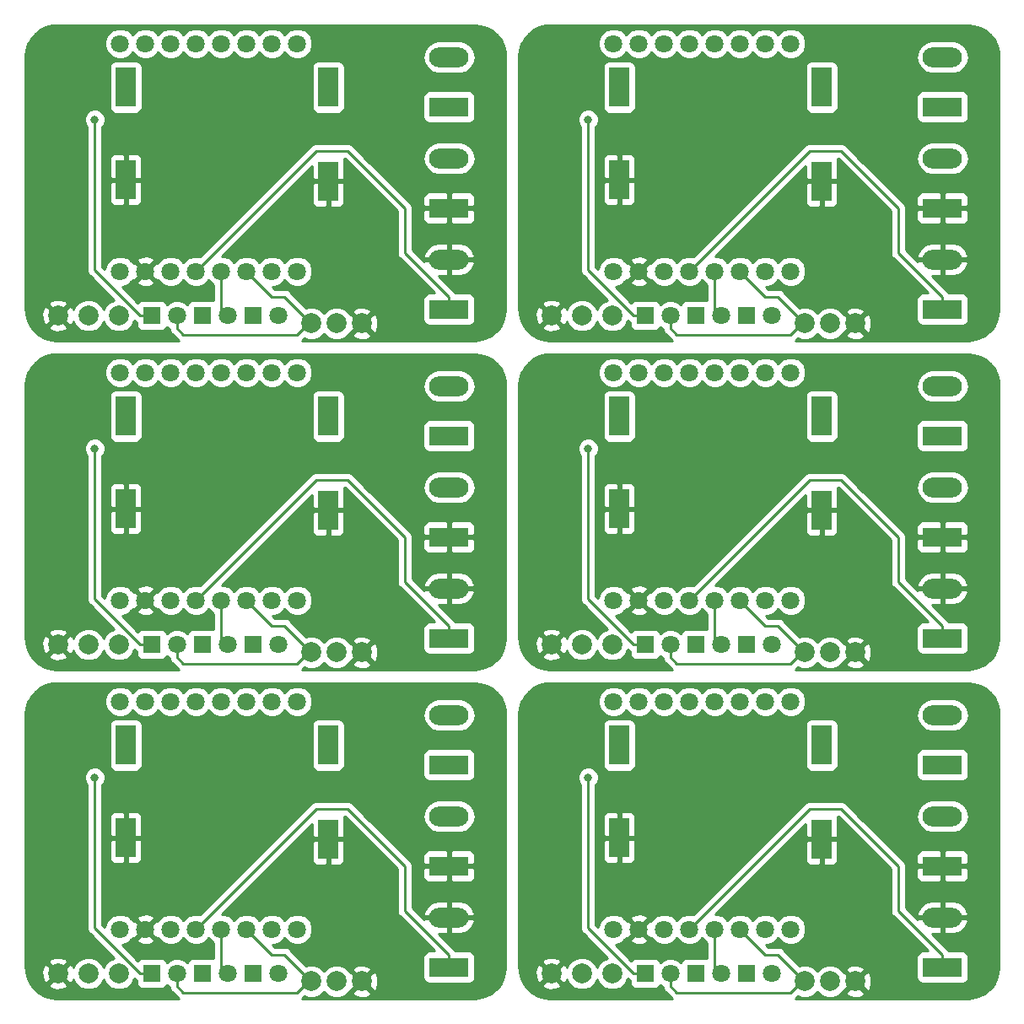
<source format=gbr>
G04 #@! TF.GenerationSoftware,KiCad,Pcbnew,5.0.1*
G04 #@! TF.CreationDate,2019-04-16T11:18:19+02:00*
G04 #@! TF.ProjectId,wasserschaden_smd,7761737365727363686164656E5F736D,rev?*
G04 #@! TF.SameCoordinates,Original*
G04 #@! TF.FileFunction,Copper,L2,Bot,Signal*
G04 #@! TF.FilePolarity,Positive*
%FSLAX46Y46*%
G04 Gerber Fmt 4.6, Leading zero omitted, Abs format (unit mm)*
G04 Created by KiCad (PCBNEW 5.0.1) date Di 16 Apr 2019 11:18:19 CEST*
%MOMM*%
%LPD*%
G01*
G04 APERTURE LIST*
G04 #@! TA.AperFunction,ComponentPad*
%ADD10C,2.000000*%
G04 #@! TD*
G04 #@! TA.AperFunction,ComponentPad*
%ADD11R,3.960000X1.980000*%
G04 #@! TD*
G04 #@! TA.AperFunction,ComponentPad*
%ADD12O,3.960000X1.980000*%
G04 #@! TD*
G04 #@! TA.AperFunction,ComponentPad*
%ADD13R,1.800000X1.800000*%
G04 #@! TD*
G04 #@! TA.AperFunction,ComponentPad*
%ADD14C,1.800000*%
G04 #@! TD*
G04 #@! TA.AperFunction,ComponentPad*
%ADD15R,2.000000X4.000000*%
G04 #@! TD*
G04 #@! TA.AperFunction,ViaPad*
%ADD16C,0.800000*%
G04 #@! TD*
G04 #@! TA.AperFunction,Conductor*
%ADD17C,0.250000*%
G04 #@! TD*
G04 #@! TA.AperFunction,Conductor*
%ADD18C,0.254000*%
G04 #@! TD*
G04 APERTURE END LIST*
D10*
G04 #@! TO.P,IRFZ44N1,1*
G04 #@! TO.N,GND*
X202070000Y-136040000D03*
G04 #@! TO.P,IRFZ44N1,3*
G04 #@! TO.N,Net-(D1-Pad2)*
X199530000Y-136040000D03*
G04 #@! TO.P,IRFZ44N1,2*
G04 #@! TO.N,Net-(D2-Pad2)*
X196990000Y-136040000D03*
G04 #@! TD*
G04 #@! TO.P,IRFZ44N1,1*
G04 #@! TO.N,GND*
X152540000Y-136040000D03*
G04 #@! TO.P,IRFZ44N1,3*
G04 #@! TO.N,Net-(D1-Pad2)*
X150000000Y-136040000D03*
G04 #@! TO.P,IRFZ44N1,2*
G04 #@! TO.N,Net-(D2-Pad2)*
X147460000Y-136040000D03*
G04 #@! TD*
G04 #@! TO.P,IRFZ44N1,1*
G04 #@! TO.N,GND*
X202070000Y-103020000D03*
G04 #@! TO.P,IRFZ44N1,3*
G04 #@! TO.N,Net-(D1-Pad2)*
X199530000Y-103020000D03*
G04 #@! TO.P,IRFZ44N1,2*
G04 #@! TO.N,Net-(D2-Pad2)*
X196990000Y-103020000D03*
G04 #@! TD*
G04 #@! TO.P,IRFZ44N1,1*
G04 #@! TO.N,GND*
X152540000Y-103020000D03*
G04 #@! TO.P,IRFZ44N1,3*
G04 #@! TO.N,Net-(D1-Pad2)*
X150000000Y-103020000D03*
G04 #@! TO.P,IRFZ44N1,2*
G04 #@! TO.N,Net-(D2-Pad2)*
X147460000Y-103020000D03*
G04 #@! TD*
G04 #@! TO.P,IRFZ44N1,1*
G04 #@! TO.N,GND*
X202070000Y-70000000D03*
G04 #@! TO.P,IRFZ44N1,3*
G04 #@! TO.N,Net-(D1-Pad2)*
X199530000Y-70000000D03*
G04 #@! TO.P,IRFZ44N1,2*
G04 #@! TO.N,Net-(D2-Pad2)*
X196990000Y-70000000D03*
G04 #@! TD*
D11*
G04 #@! TO.P,J1,1*
G04 #@! TO.N,Net-(D1-Pad2)*
X210820000Y-114300000D03*
D12*
G04 #@! TO.P,J1,2*
G04 #@! TO.N,+12V*
X210820000Y-109300000D03*
G04 #@! TD*
D11*
G04 #@! TO.P,J1,1*
G04 #@! TO.N,Net-(D1-Pad2)*
X161290000Y-114300000D03*
D12*
G04 #@! TO.P,J1,2*
G04 #@! TO.N,+12V*
X161290000Y-109300000D03*
G04 #@! TD*
D11*
G04 #@! TO.P,J1,1*
G04 #@! TO.N,Net-(D1-Pad2)*
X210820000Y-81280000D03*
D12*
G04 #@! TO.P,J1,2*
G04 #@! TO.N,+12V*
X210820000Y-76280000D03*
G04 #@! TD*
D11*
G04 #@! TO.P,J1,1*
G04 #@! TO.N,Net-(D1-Pad2)*
X161290000Y-81280000D03*
D12*
G04 #@! TO.P,J1,2*
G04 #@! TO.N,+12V*
X161290000Y-76280000D03*
G04 #@! TD*
D11*
G04 #@! TO.P,J1,1*
G04 #@! TO.N,Net-(D1-Pad2)*
X210820000Y-48260000D03*
D12*
G04 #@! TO.P,J1,2*
G04 #@! TO.N,+12V*
X210820000Y-43260000D03*
G04 #@! TD*
D13*
G04 #@! TO.P,D3,1*
G04 #@! TO.N,Net-(D3-Pad1)*
X191135000Y-135255000D03*
D14*
G04 #@! TO.P,D3,2*
G04 #@! TO.N,+3V3*
X193675000Y-135255000D03*
G04 #@! TD*
D13*
G04 #@! TO.P,D3,1*
G04 #@! TO.N,Net-(D3-Pad1)*
X141605000Y-135255000D03*
D14*
G04 #@! TO.P,D3,2*
G04 #@! TO.N,+3V3*
X144145000Y-135255000D03*
G04 #@! TD*
D13*
G04 #@! TO.P,D3,1*
G04 #@! TO.N,Net-(D3-Pad1)*
X191135000Y-102235000D03*
D14*
G04 #@! TO.P,D3,2*
G04 #@! TO.N,+3V3*
X193675000Y-102235000D03*
G04 #@! TD*
D13*
G04 #@! TO.P,D3,1*
G04 #@! TO.N,Net-(D3-Pad1)*
X141605000Y-102235000D03*
D14*
G04 #@! TO.P,D3,2*
G04 #@! TO.N,+3V3*
X144145000Y-102235000D03*
G04 #@! TD*
D13*
G04 #@! TO.P,D3,1*
G04 #@! TO.N,Net-(D3-Pad1)*
X191135000Y-69215000D03*
D14*
G04 #@! TO.P,D3,2*
G04 #@! TO.N,+3V3*
X193675000Y-69215000D03*
G04 #@! TD*
G04 #@! TO.P,U2,8*
G04 #@! TO.N,Net-(U2-Pad8)*
X195580000Y-130810000D03*
G04 #@! TO.P,U2,9*
G04 #@! TO.N,Net-(JP1-Pad2)*
X195580000Y-107950000D03*
G04 #@! TO.P,U2,7*
G04 #@! TO.N,Net-(U2-Pad7)*
X193040000Y-130810000D03*
G04 #@! TO.P,U2,10*
G04 #@! TO.N,Net-(U2-Pad10)*
X193040000Y-107950000D03*
G04 #@! TO.P,U2,6*
G04 #@! TO.N,Net-(D2-Pad2)*
X190500000Y-130810000D03*
G04 #@! TO.P,U2,11*
G04 #@! TO.N,Net-(JP1-Pad1)*
X190500000Y-107950000D03*
G04 #@! TO.P,U2,5*
G04 #@! TO.N,Net-(D4-Pad2)*
X187960000Y-130810000D03*
G04 #@! TO.P,U2,12*
G04 #@! TO.N,Net-(U2-Pad12)*
X187960000Y-107950000D03*
G04 #@! TO.P,U2,4*
G04 #@! TO.N,Net-(J3-Pad1)*
X185420000Y-130810000D03*
G04 #@! TO.P,U2,13*
G04 #@! TO.N,Net-(U2-Pad13)*
X185420000Y-107950000D03*
G04 #@! TO.P,U2,3*
G04 #@! TO.N,Net-(U2-Pad3)*
X182880000Y-130810000D03*
G04 #@! TO.P,U2,14*
G04 #@! TO.N,Net-(R6-Pad2)*
X182880000Y-107950000D03*
G04 #@! TO.P,U2,2*
G04 #@! TO.N,GND*
X180340000Y-130810000D03*
G04 #@! TO.P,U2,15*
G04 #@! TO.N,Net-(U2-Pad15)*
X180340000Y-107950000D03*
G04 #@! TO.P,U2,1*
G04 #@! TO.N,Net-(U2-Pad1)*
X177800000Y-130810000D03*
G04 #@! TO.P,U2,16*
G04 #@! TO.N,+3V3*
X177800000Y-107950000D03*
G04 #@! TD*
G04 #@! TO.P,U2,8*
G04 #@! TO.N,Net-(U2-Pad8)*
X146050000Y-130810000D03*
G04 #@! TO.P,U2,9*
G04 #@! TO.N,Net-(JP1-Pad2)*
X146050000Y-107950000D03*
G04 #@! TO.P,U2,7*
G04 #@! TO.N,Net-(U2-Pad7)*
X143510000Y-130810000D03*
G04 #@! TO.P,U2,10*
G04 #@! TO.N,Net-(U2-Pad10)*
X143510000Y-107950000D03*
G04 #@! TO.P,U2,6*
G04 #@! TO.N,Net-(D2-Pad2)*
X140970000Y-130810000D03*
G04 #@! TO.P,U2,11*
G04 #@! TO.N,Net-(JP1-Pad1)*
X140970000Y-107950000D03*
G04 #@! TO.P,U2,5*
G04 #@! TO.N,Net-(D4-Pad2)*
X138430000Y-130810000D03*
G04 #@! TO.P,U2,12*
G04 #@! TO.N,Net-(U2-Pad12)*
X138430000Y-107950000D03*
G04 #@! TO.P,U2,4*
G04 #@! TO.N,Net-(J3-Pad1)*
X135890000Y-130810000D03*
G04 #@! TO.P,U2,13*
G04 #@! TO.N,Net-(U2-Pad13)*
X135890000Y-107950000D03*
G04 #@! TO.P,U2,3*
G04 #@! TO.N,Net-(U2-Pad3)*
X133350000Y-130810000D03*
G04 #@! TO.P,U2,14*
G04 #@! TO.N,Net-(R6-Pad2)*
X133350000Y-107950000D03*
G04 #@! TO.P,U2,2*
G04 #@! TO.N,GND*
X130810000Y-130810000D03*
G04 #@! TO.P,U2,15*
G04 #@! TO.N,Net-(U2-Pad15)*
X130810000Y-107950000D03*
G04 #@! TO.P,U2,1*
G04 #@! TO.N,Net-(U2-Pad1)*
X128270000Y-130810000D03*
G04 #@! TO.P,U2,16*
G04 #@! TO.N,+3V3*
X128270000Y-107950000D03*
G04 #@! TD*
G04 #@! TO.P,U2,8*
G04 #@! TO.N,Net-(U2-Pad8)*
X195580000Y-97790000D03*
G04 #@! TO.P,U2,9*
G04 #@! TO.N,Net-(JP1-Pad2)*
X195580000Y-74930000D03*
G04 #@! TO.P,U2,7*
G04 #@! TO.N,Net-(U2-Pad7)*
X193040000Y-97790000D03*
G04 #@! TO.P,U2,10*
G04 #@! TO.N,Net-(U2-Pad10)*
X193040000Y-74930000D03*
G04 #@! TO.P,U2,6*
G04 #@! TO.N,Net-(D2-Pad2)*
X190500000Y-97790000D03*
G04 #@! TO.P,U2,11*
G04 #@! TO.N,Net-(JP1-Pad1)*
X190500000Y-74930000D03*
G04 #@! TO.P,U2,5*
G04 #@! TO.N,Net-(D4-Pad2)*
X187960000Y-97790000D03*
G04 #@! TO.P,U2,12*
G04 #@! TO.N,Net-(U2-Pad12)*
X187960000Y-74930000D03*
G04 #@! TO.P,U2,4*
G04 #@! TO.N,Net-(J3-Pad1)*
X185420000Y-97790000D03*
G04 #@! TO.P,U2,13*
G04 #@! TO.N,Net-(U2-Pad13)*
X185420000Y-74930000D03*
G04 #@! TO.P,U2,3*
G04 #@! TO.N,Net-(U2-Pad3)*
X182880000Y-97790000D03*
G04 #@! TO.P,U2,14*
G04 #@! TO.N,Net-(R6-Pad2)*
X182880000Y-74930000D03*
G04 #@! TO.P,U2,2*
G04 #@! TO.N,GND*
X180340000Y-97790000D03*
G04 #@! TO.P,U2,15*
G04 #@! TO.N,Net-(U2-Pad15)*
X180340000Y-74930000D03*
G04 #@! TO.P,U2,1*
G04 #@! TO.N,Net-(U2-Pad1)*
X177800000Y-97790000D03*
G04 #@! TO.P,U2,16*
G04 #@! TO.N,+3V3*
X177800000Y-74930000D03*
G04 #@! TD*
G04 #@! TO.P,U2,8*
G04 #@! TO.N,Net-(U2-Pad8)*
X146050000Y-97790000D03*
G04 #@! TO.P,U2,9*
G04 #@! TO.N,Net-(JP1-Pad2)*
X146050000Y-74930000D03*
G04 #@! TO.P,U2,7*
G04 #@! TO.N,Net-(U2-Pad7)*
X143510000Y-97790000D03*
G04 #@! TO.P,U2,10*
G04 #@! TO.N,Net-(U2-Pad10)*
X143510000Y-74930000D03*
G04 #@! TO.P,U2,6*
G04 #@! TO.N,Net-(D2-Pad2)*
X140970000Y-97790000D03*
G04 #@! TO.P,U2,11*
G04 #@! TO.N,Net-(JP1-Pad1)*
X140970000Y-74930000D03*
G04 #@! TO.P,U2,5*
G04 #@! TO.N,Net-(D4-Pad2)*
X138430000Y-97790000D03*
G04 #@! TO.P,U2,12*
G04 #@! TO.N,Net-(U2-Pad12)*
X138430000Y-74930000D03*
G04 #@! TO.P,U2,4*
G04 #@! TO.N,Net-(J3-Pad1)*
X135890000Y-97790000D03*
G04 #@! TO.P,U2,13*
G04 #@! TO.N,Net-(U2-Pad13)*
X135890000Y-74930000D03*
G04 #@! TO.P,U2,3*
G04 #@! TO.N,Net-(U2-Pad3)*
X133350000Y-97790000D03*
G04 #@! TO.P,U2,14*
G04 #@! TO.N,Net-(R6-Pad2)*
X133350000Y-74930000D03*
G04 #@! TO.P,U2,2*
G04 #@! TO.N,GND*
X130810000Y-97790000D03*
G04 #@! TO.P,U2,15*
G04 #@! TO.N,Net-(U2-Pad15)*
X130810000Y-74930000D03*
G04 #@! TO.P,U2,1*
G04 #@! TO.N,Net-(U2-Pad1)*
X128270000Y-97790000D03*
G04 #@! TO.P,U2,16*
G04 #@! TO.N,+3V3*
X128270000Y-74930000D03*
G04 #@! TD*
G04 #@! TO.P,U2,8*
G04 #@! TO.N,Net-(U2-Pad8)*
X195580000Y-64770000D03*
G04 #@! TO.P,U2,9*
G04 #@! TO.N,Net-(JP1-Pad2)*
X195580000Y-41910000D03*
G04 #@! TO.P,U2,7*
G04 #@! TO.N,Net-(U2-Pad7)*
X193040000Y-64770000D03*
G04 #@! TO.P,U2,10*
G04 #@! TO.N,Net-(U2-Pad10)*
X193040000Y-41910000D03*
G04 #@! TO.P,U2,6*
G04 #@! TO.N,Net-(D2-Pad2)*
X190500000Y-64770000D03*
G04 #@! TO.P,U2,11*
G04 #@! TO.N,Net-(JP1-Pad1)*
X190500000Y-41910000D03*
G04 #@! TO.P,U2,5*
G04 #@! TO.N,Net-(D4-Pad2)*
X187960000Y-64770000D03*
G04 #@! TO.P,U2,12*
G04 #@! TO.N,Net-(U2-Pad12)*
X187960000Y-41910000D03*
G04 #@! TO.P,U2,4*
G04 #@! TO.N,Net-(J3-Pad1)*
X185420000Y-64770000D03*
G04 #@! TO.P,U2,13*
G04 #@! TO.N,Net-(U2-Pad13)*
X185420000Y-41910000D03*
G04 #@! TO.P,U2,3*
G04 #@! TO.N,Net-(U2-Pad3)*
X182880000Y-64770000D03*
G04 #@! TO.P,U2,14*
G04 #@! TO.N,Net-(R6-Pad2)*
X182880000Y-41910000D03*
G04 #@! TO.P,U2,2*
G04 #@! TO.N,GND*
X180340000Y-64770000D03*
G04 #@! TO.P,U2,15*
G04 #@! TO.N,Net-(U2-Pad15)*
X180340000Y-41910000D03*
G04 #@! TO.P,U2,1*
G04 #@! TO.N,Net-(U2-Pad1)*
X177800000Y-64770000D03*
G04 #@! TO.P,U2,16*
G04 #@! TO.N,+3V3*
X177800000Y-41910000D03*
G04 #@! TD*
D11*
G04 #@! TO.P,J3,1*
G04 #@! TO.N,Net-(J3-Pad1)*
X210820000Y-134620000D03*
D12*
G04 #@! TO.P,J3,2*
G04 #@! TO.N,GND*
X210820000Y-129620000D03*
G04 #@! TD*
D11*
G04 #@! TO.P,J3,1*
G04 #@! TO.N,Net-(J3-Pad1)*
X161290000Y-134620000D03*
D12*
G04 #@! TO.P,J3,2*
G04 #@! TO.N,GND*
X161290000Y-129620000D03*
G04 #@! TD*
D11*
G04 #@! TO.P,J3,1*
G04 #@! TO.N,Net-(J3-Pad1)*
X210820000Y-101600000D03*
D12*
G04 #@! TO.P,J3,2*
G04 #@! TO.N,GND*
X210820000Y-96600000D03*
G04 #@! TD*
D11*
G04 #@! TO.P,J3,1*
G04 #@! TO.N,Net-(J3-Pad1)*
X161290000Y-101600000D03*
D12*
G04 #@! TO.P,J3,2*
G04 #@! TO.N,GND*
X161290000Y-96600000D03*
G04 #@! TD*
D11*
G04 #@! TO.P,J3,1*
G04 #@! TO.N,Net-(J3-Pad1)*
X210820000Y-68580000D03*
D12*
G04 #@! TO.P,J3,2*
G04 #@! TO.N,GND*
X210820000Y-63580000D03*
G04 #@! TD*
G04 #@! TO.P,J2,2*
G04 #@! TO.N,+12V*
X210820000Y-119460000D03*
D11*
G04 #@! TO.P,J2,1*
G04 #@! TO.N,GND*
X210820000Y-124460000D03*
G04 #@! TD*
D12*
G04 #@! TO.P,J2,2*
G04 #@! TO.N,+12V*
X161290000Y-119460000D03*
D11*
G04 #@! TO.P,J2,1*
G04 #@! TO.N,GND*
X161290000Y-124460000D03*
G04 #@! TD*
D12*
G04 #@! TO.P,J2,2*
G04 #@! TO.N,+12V*
X210820000Y-86440000D03*
D11*
G04 #@! TO.P,J2,1*
G04 #@! TO.N,GND*
X210820000Y-91440000D03*
G04 #@! TD*
D12*
G04 #@! TO.P,J2,2*
G04 #@! TO.N,+12V*
X161290000Y-86440000D03*
D11*
G04 #@! TO.P,J2,1*
G04 #@! TO.N,GND*
X161290000Y-91440000D03*
G04 #@! TD*
D12*
G04 #@! TO.P,J2,2*
G04 #@! TO.N,+12V*
X210820000Y-53420000D03*
D11*
G04 #@! TO.P,J2,1*
G04 #@! TO.N,GND*
X210820000Y-58420000D03*
G04 #@! TD*
D14*
G04 #@! TO.P,D4,2*
G04 #@! TO.N,Net-(D4-Pad2)*
X188595000Y-135255000D03*
D13*
G04 #@! TO.P,D4,1*
G04 #@! TO.N,Net-(D4-Pad1)*
X186055000Y-135255000D03*
G04 #@! TD*
D14*
G04 #@! TO.P,D4,2*
G04 #@! TO.N,Net-(D4-Pad2)*
X139065000Y-135255000D03*
D13*
G04 #@! TO.P,D4,1*
G04 #@! TO.N,Net-(D4-Pad1)*
X136525000Y-135255000D03*
G04 #@! TD*
D14*
G04 #@! TO.P,D4,2*
G04 #@! TO.N,Net-(D4-Pad2)*
X188595000Y-102235000D03*
D13*
G04 #@! TO.P,D4,1*
G04 #@! TO.N,Net-(D4-Pad1)*
X186055000Y-102235000D03*
G04 #@! TD*
D14*
G04 #@! TO.P,D4,2*
G04 #@! TO.N,Net-(D4-Pad2)*
X139065000Y-102235000D03*
D13*
G04 #@! TO.P,D4,1*
G04 #@! TO.N,Net-(D4-Pad1)*
X136525000Y-102235000D03*
G04 #@! TD*
D14*
G04 #@! TO.P,D4,2*
G04 #@! TO.N,Net-(D4-Pad2)*
X188595000Y-69215000D03*
D13*
G04 #@! TO.P,D4,1*
G04 #@! TO.N,Net-(D4-Pad1)*
X186055000Y-69215000D03*
G04 #@! TD*
D10*
G04 #@! TO.P,U3,3*
G04 #@! TO.N,+3V3*
X177673000Y-135255000D03*
G04 #@! TO.P,U3,2*
G04 #@! TO.N,Net-(R6-Pad2)*
X174625000Y-135255000D03*
G04 #@! TO.P,U3,1*
G04 #@! TO.N,GND*
X171577000Y-135255000D03*
G04 #@! TD*
G04 #@! TO.P,U3,3*
G04 #@! TO.N,+3V3*
X128143000Y-135255000D03*
G04 #@! TO.P,U3,2*
G04 #@! TO.N,Net-(R6-Pad2)*
X125095000Y-135255000D03*
G04 #@! TO.P,U3,1*
G04 #@! TO.N,GND*
X122047000Y-135255000D03*
G04 #@! TD*
G04 #@! TO.P,U3,3*
G04 #@! TO.N,+3V3*
X177673000Y-102235000D03*
G04 #@! TO.P,U3,2*
G04 #@! TO.N,Net-(R6-Pad2)*
X174625000Y-102235000D03*
G04 #@! TO.P,U3,1*
G04 #@! TO.N,GND*
X171577000Y-102235000D03*
G04 #@! TD*
G04 #@! TO.P,U3,3*
G04 #@! TO.N,+3V3*
X128143000Y-102235000D03*
G04 #@! TO.P,U3,2*
G04 #@! TO.N,Net-(R6-Pad2)*
X125095000Y-102235000D03*
G04 #@! TO.P,U3,1*
G04 #@! TO.N,GND*
X122047000Y-102235000D03*
G04 #@! TD*
G04 #@! TO.P,U3,3*
G04 #@! TO.N,+3V3*
X177673000Y-69215000D03*
G04 #@! TO.P,U3,2*
G04 #@! TO.N,Net-(R6-Pad2)*
X174625000Y-69215000D03*
G04 #@! TO.P,U3,1*
G04 #@! TO.N,GND*
X171577000Y-69215000D03*
G04 #@! TD*
D13*
G04 #@! TO.P,D2,1*
G04 #@! TO.N,Net-(D2-Pad1)*
X180975000Y-135255000D03*
D14*
G04 #@! TO.P,D2,2*
G04 #@! TO.N,Net-(D2-Pad2)*
X183515000Y-135255000D03*
G04 #@! TD*
D13*
G04 #@! TO.P,D2,1*
G04 #@! TO.N,Net-(D2-Pad1)*
X131445000Y-135255000D03*
D14*
G04 #@! TO.P,D2,2*
G04 #@! TO.N,Net-(D2-Pad2)*
X133985000Y-135255000D03*
G04 #@! TD*
D13*
G04 #@! TO.P,D2,1*
G04 #@! TO.N,Net-(D2-Pad1)*
X180975000Y-102235000D03*
D14*
G04 #@! TO.P,D2,2*
G04 #@! TO.N,Net-(D2-Pad2)*
X183515000Y-102235000D03*
G04 #@! TD*
D13*
G04 #@! TO.P,D2,1*
G04 #@! TO.N,Net-(D2-Pad1)*
X131445000Y-102235000D03*
D14*
G04 #@! TO.P,D2,2*
G04 #@! TO.N,Net-(D2-Pad2)*
X133985000Y-102235000D03*
G04 #@! TD*
D13*
G04 #@! TO.P,D2,1*
G04 #@! TO.N,Net-(D2-Pad1)*
X180975000Y-69215000D03*
D14*
G04 #@! TO.P,D2,2*
G04 #@! TO.N,Net-(D2-Pad2)*
X183515000Y-69215000D03*
G04 #@! TD*
D15*
G04 #@! TO.P,U1,1*
G04 #@! TO.N,GND*
X198690000Y-121755000D03*
G04 #@! TO.P,U1,3*
G04 #@! TO.N,+12V*
X198690000Y-112325000D03*
G04 #@! TO.P,U1,2*
G04 #@! TO.N,GND*
X178370000Y-121628000D03*
G04 #@! TO.P,U1,4*
G04 #@! TO.N,+3V3*
X178370000Y-112325000D03*
G04 #@! TD*
G04 #@! TO.P,U1,1*
G04 #@! TO.N,GND*
X149160000Y-121755000D03*
G04 #@! TO.P,U1,3*
G04 #@! TO.N,+12V*
X149160000Y-112325000D03*
G04 #@! TO.P,U1,2*
G04 #@! TO.N,GND*
X128840000Y-121628000D03*
G04 #@! TO.P,U1,4*
G04 #@! TO.N,+3V3*
X128840000Y-112325000D03*
G04 #@! TD*
G04 #@! TO.P,U1,1*
G04 #@! TO.N,GND*
X198690000Y-88735000D03*
G04 #@! TO.P,U1,3*
G04 #@! TO.N,+12V*
X198690000Y-79305000D03*
G04 #@! TO.P,U1,2*
G04 #@! TO.N,GND*
X178370000Y-88608000D03*
G04 #@! TO.P,U1,4*
G04 #@! TO.N,+3V3*
X178370000Y-79305000D03*
G04 #@! TD*
G04 #@! TO.P,U1,1*
G04 #@! TO.N,GND*
X149160000Y-88735000D03*
G04 #@! TO.P,U1,3*
G04 #@! TO.N,+12V*
X149160000Y-79305000D03*
G04 #@! TO.P,U1,2*
G04 #@! TO.N,GND*
X128840000Y-88608000D03*
G04 #@! TO.P,U1,4*
G04 #@! TO.N,+3V3*
X128840000Y-79305000D03*
G04 #@! TD*
G04 #@! TO.P,U1,1*
G04 #@! TO.N,GND*
X198690000Y-55715000D03*
G04 #@! TO.P,U1,3*
G04 #@! TO.N,+12V*
X198690000Y-46285000D03*
G04 #@! TO.P,U1,2*
G04 #@! TO.N,GND*
X178370000Y-55588000D03*
G04 #@! TO.P,U1,4*
G04 #@! TO.N,+3V3*
X178370000Y-46285000D03*
G04 #@! TD*
D13*
G04 #@! TO.P,D4,1*
G04 #@! TO.N,Net-(D4-Pad1)*
X136525000Y-69215000D03*
D14*
G04 #@! TO.P,D4,2*
G04 #@! TO.N,Net-(D4-Pad2)*
X139065000Y-69215000D03*
G04 #@! TD*
D10*
G04 #@! TO.P,U3,1*
G04 #@! TO.N,GND*
X122047000Y-69215000D03*
G04 #@! TO.P,U3,2*
G04 #@! TO.N,Net-(R6-Pad2)*
X125095000Y-69215000D03*
G04 #@! TO.P,U3,3*
G04 #@! TO.N,+3V3*
X128143000Y-69215000D03*
G04 #@! TD*
D14*
G04 #@! TO.P,D2,2*
G04 #@! TO.N,Net-(D2-Pad2)*
X133985000Y-69215000D03*
D13*
G04 #@! TO.P,D2,1*
G04 #@! TO.N,Net-(D2-Pad1)*
X131445000Y-69215000D03*
G04 #@! TD*
D14*
G04 #@! TO.P,D3,2*
G04 #@! TO.N,+3V3*
X144145000Y-69215000D03*
D13*
G04 #@! TO.P,D3,1*
G04 #@! TO.N,Net-(D3-Pad1)*
X141605000Y-69215000D03*
G04 #@! TD*
D12*
G04 #@! TO.P,J1,2*
G04 #@! TO.N,+12V*
X161290000Y-43260000D03*
D11*
G04 #@! TO.P,J1,1*
G04 #@! TO.N,Net-(D1-Pad2)*
X161290000Y-48260000D03*
G04 #@! TD*
G04 #@! TO.P,J2,1*
G04 #@! TO.N,GND*
X161290000Y-58420000D03*
D12*
G04 #@! TO.P,J2,2*
G04 #@! TO.N,+12V*
X161290000Y-53420000D03*
G04 #@! TD*
G04 #@! TO.P,J3,2*
G04 #@! TO.N,GND*
X161290000Y-63580000D03*
D11*
G04 #@! TO.P,J3,1*
G04 #@! TO.N,Net-(J3-Pad1)*
X161290000Y-68580000D03*
G04 #@! TD*
D15*
G04 #@! TO.P,U1,4*
G04 #@! TO.N,+3V3*
X128840000Y-46285000D03*
G04 #@! TO.P,U1,2*
G04 #@! TO.N,GND*
X128840000Y-55588000D03*
G04 #@! TO.P,U1,3*
G04 #@! TO.N,+12V*
X149160000Y-46285000D03*
G04 #@! TO.P,U1,1*
G04 #@! TO.N,GND*
X149160000Y-55715000D03*
G04 #@! TD*
D14*
G04 #@! TO.P,U2,16*
G04 #@! TO.N,+3V3*
X128270000Y-41910000D03*
G04 #@! TO.P,U2,1*
G04 #@! TO.N,Net-(U2-Pad1)*
X128270000Y-64770000D03*
G04 #@! TO.P,U2,15*
G04 #@! TO.N,Net-(U2-Pad15)*
X130810000Y-41910000D03*
G04 #@! TO.P,U2,2*
G04 #@! TO.N,GND*
X130810000Y-64770000D03*
G04 #@! TO.P,U2,14*
G04 #@! TO.N,Net-(R6-Pad2)*
X133350000Y-41910000D03*
G04 #@! TO.P,U2,3*
G04 #@! TO.N,Net-(U2-Pad3)*
X133350000Y-64770000D03*
G04 #@! TO.P,U2,13*
G04 #@! TO.N,Net-(U2-Pad13)*
X135890000Y-41910000D03*
G04 #@! TO.P,U2,4*
G04 #@! TO.N,Net-(J3-Pad1)*
X135890000Y-64770000D03*
G04 #@! TO.P,U2,12*
G04 #@! TO.N,Net-(U2-Pad12)*
X138430000Y-41910000D03*
G04 #@! TO.P,U2,5*
G04 #@! TO.N,Net-(D4-Pad2)*
X138430000Y-64770000D03*
G04 #@! TO.P,U2,11*
G04 #@! TO.N,Net-(JP1-Pad1)*
X140970000Y-41910000D03*
G04 #@! TO.P,U2,6*
G04 #@! TO.N,Net-(D2-Pad2)*
X140970000Y-64770000D03*
G04 #@! TO.P,U2,10*
G04 #@! TO.N,Net-(U2-Pad10)*
X143510000Y-41910000D03*
G04 #@! TO.P,U2,7*
G04 #@! TO.N,Net-(U2-Pad7)*
X143510000Y-64770000D03*
G04 #@! TO.P,U2,9*
G04 #@! TO.N,Net-(JP1-Pad2)*
X146050000Y-41910000D03*
G04 #@! TO.P,U2,8*
G04 #@! TO.N,Net-(U2-Pad8)*
X146050000Y-64770000D03*
G04 #@! TD*
D10*
G04 #@! TO.P,IRFZ44N1,2*
G04 #@! TO.N,Net-(D2-Pad2)*
X147460000Y-70000000D03*
G04 #@! TO.P,IRFZ44N1,3*
G04 #@! TO.N,Net-(D1-Pad2)*
X150000000Y-70000000D03*
G04 #@! TO.P,IRFZ44N1,1*
G04 #@! TO.N,GND*
X152540000Y-70000000D03*
G04 #@! TD*
D16*
G04 #@! TO.N,Net-(D2-Pad1)*
X125730000Y-49530000D03*
X175260000Y-49530000D03*
X125730000Y-82550000D03*
X175260000Y-82550000D03*
X125730000Y-115570000D03*
X175260000Y-115570000D03*
G04 #@! TO.N,GND*
X122090000Y-50165000D03*
X171620000Y-50165000D03*
X122090000Y-83185000D03*
X171620000Y-83185000D03*
X122090000Y-116205000D03*
X171620000Y-116205000D03*
G04 #@! TD*
D17*
G04 #@! TO.N,Net-(D2-Pad2)*
X140970000Y-64770000D02*
X143510000Y-67310000D01*
X144780000Y-67310000D02*
X147320000Y-69850000D01*
X143510000Y-67310000D02*
X144780000Y-67310000D01*
X133985000Y-69215000D02*
X133985000Y-70485000D01*
X133985000Y-70485000D02*
X134620000Y-71120000D01*
X134620000Y-71120000D02*
X146050000Y-71120000D01*
X146050000Y-71120000D02*
X147320000Y-69850000D01*
X183515000Y-70485000D02*
X184150000Y-71120000D01*
X133985000Y-103505000D02*
X134620000Y-104140000D01*
X183515000Y-103505000D02*
X184150000Y-104140000D01*
X133985000Y-136525000D02*
X134620000Y-137160000D01*
X183515000Y-136525000D02*
X184150000Y-137160000D01*
X193040000Y-67310000D02*
X194310000Y-67310000D01*
X143510000Y-100330000D02*
X144780000Y-100330000D01*
X193040000Y-100330000D02*
X194310000Y-100330000D01*
X143510000Y-133350000D02*
X144780000Y-133350000D01*
X193040000Y-133350000D02*
X194310000Y-133350000D01*
X195580000Y-71120000D02*
X196850000Y-69850000D01*
X146050000Y-104140000D02*
X147320000Y-102870000D01*
X195580000Y-104140000D02*
X196850000Y-102870000D01*
X146050000Y-137160000D02*
X147320000Y-135890000D01*
X195580000Y-137160000D02*
X196850000Y-135890000D01*
X183515000Y-69215000D02*
X183515000Y-70485000D01*
X133985000Y-102235000D02*
X133985000Y-103505000D01*
X183515000Y-102235000D02*
X183515000Y-103505000D01*
X133985000Y-135255000D02*
X133985000Y-136525000D01*
X183515000Y-135255000D02*
X183515000Y-136525000D01*
X184150000Y-71120000D02*
X195580000Y-71120000D01*
X134620000Y-104140000D02*
X146050000Y-104140000D01*
X184150000Y-104140000D02*
X195580000Y-104140000D01*
X134620000Y-137160000D02*
X146050000Y-137160000D01*
X184150000Y-137160000D02*
X195580000Y-137160000D01*
X194310000Y-67310000D02*
X196850000Y-69850000D01*
X144780000Y-100330000D02*
X147320000Y-102870000D01*
X194310000Y-100330000D02*
X196850000Y-102870000D01*
X144780000Y-133350000D02*
X147320000Y-135890000D01*
X194310000Y-133350000D02*
X196850000Y-135890000D01*
X190500000Y-64770000D02*
X193040000Y-67310000D01*
X140970000Y-97790000D02*
X143510000Y-100330000D01*
X190500000Y-97790000D02*
X193040000Y-100330000D01*
X140970000Y-130810000D02*
X143510000Y-133350000D01*
X190500000Y-130810000D02*
X193040000Y-133350000D01*
G04 #@! TO.N,Net-(D2-Pad1)*
X130295000Y-69215000D02*
X125730000Y-64650000D01*
X131445000Y-69215000D02*
X130295000Y-69215000D01*
X125730000Y-64650000D02*
X125730000Y-49700000D01*
X180975000Y-69215000D02*
X179825000Y-69215000D01*
X131445000Y-102235000D02*
X130295000Y-102235000D01*
X180975000Y-102235000D02*
X179825000Y-102235000D01*
X131445000Y-135255000D02*
X130295000Y-135255000D01*
X180975000Y-135255000D02*
X179825000Y-135255000D01*
X179825000Y-69215000D02*
X175260000Y-64650000D01*
X130295000Y-102235000D02*
X125730000Y-97670000D01*
X179825000Y-102235000D02*
X175260000Y-97670000D01*
X130295000Y-135255000D02*
X125730000Y-130690000D01*
X179825000Y-135255000D02*
X175260000Y-130690000D01*
X175260000Y-64650000D02*
X175260000Y-49700000D01*
X125730000Y-97670000D02*
X125730000Y-82720000D01*
X175260000Y-97670000D02*
X175260000Y-82720000D01*
X125730000Y-130690000D02*
X125730000Y-115740000D01*
X175260000Y-130690000D02*
X175260000Y-115740000D01*
G04 #@! TO.N,Net-(D4-Pad2)*
X138430000Y-68580000D02*
X139065000Y-69215000D01*
X138430000Y-64770000D02*
X138430000Y-68580000D01*
X187960000Y-68580000D02*
X188595000Y-69215000D01*
X138430000Y-101600000D02*
X139065000Y-102235000D01*
X187960000Y-101600000D02*
X188595000Y-102235000D01*
X138430000Y-134620000D02*
X139065000Y-135255000D01*
X187960000Y-134620000D02*
X188595000Y-135255000D01*
X187960000Y-64770000D02*
X187960000Y-68580000D01*
X138430000Y-97790000D02*
X138430000Y-101600000D01*
X187960000Y-97790000D02*
X187960000Y-101600000D01*
X138430000Y-130810000D02*
X138430000Y-134620000D01*
X187960000Y-130810000D02*
X187960000Y-134620000D01*
G04 #@! TO.N,Net-(J3-Pad1)*
X161290000Y-67340000D02*
X161290000Y-68580000D01*
X156845000Y-58420000D02*
X156845000Y-62895000D01*
X156845000Y-62895000D02*
X161290000Y-67340000D01*
X151130000Y-52705000D02*
X156845000Y-58420000D01*
X135890000Y-64770000D02*
X147955000Y-52705000D01*
X147955000Y-52705000D02*
X151130000Y-52705000D01*
X200660000Y-52705000D02*
X206375000Y-58420000D01*
X151130000Y-85725000D02*
X156845000Y-91440000D01*
X200660000Y-85725000D02*
X206375000Y-91440000D01*
X151130000Y-118745000D02*
X156845000Y-124460000D01*
X200660000Y-118745000D02*
X206375000Y-124460000D01*
X197485000Y-52705000D02*
X200660000Y-52705000D01*
X147955000Y-85725000D02*
X151130000Y-85725000D01*
X197485000Y-85725000D02*
X200660000Y-85725000D01*
X147955000Y-118745000D02*
X151130000Y-118745000D01*
X197485000Y-118745000D02*
X200660000Y-118745000D01*
X206375000Y-62895000D02*
X210820000Y-67340000D01*
X156845000Y-95915000D02*
X161290000Y-100360000D01*
X206375000Y-95915000D02*
X210820000Y-100360000D01*
X156845000Y-128935000D02*
X161290000Y-133380000D01*
X206375000Y-128935000D02*
X210820000Y-133380000D01*
X210820000Y-67340000D02*
X210820000Y-68580000D01*
X161290000Y-100360000D02*
X161290000Y-101600000D01*
X210820000Y-100360000D02*
X210820000Y-101600000D01*
X161290000Y-133380000D02*
X161290000Y-134620000D01*
X210820000Y-133380000D02*
X210820000Y-134620000D01*
X185420000Y-64770000D02*
X197485000Y-52705000D01*
X135890000Y-97790000D02*
X147955000Y-85725000D01*
X185420000Y-97790000D02*
X197485000Y-85725000D01*
X135890000Y-130810000D02*
X147955000Y-118745000D01*
X185420000Y-130810000D02*
X197485000Y-118745000D01*
X206375000Y-58420000D02*
X206375000Y-62895000D01*
X156845000Y-91440000D02*
X156845000Y-95915000D01*
X206375000Y-91440000D02*
X206375000Y-95915000D01*
X156845000Y-124460000D02*
X156845000Y-128935000D01*
X206375000Y-124460000D02*
X206375000Y-128935000D01*
G04 #@! TD*
D18*
G04 #@! TO.N,GND*
G36*
X164457657Y-40122279D02*
X165059683Y-40310943D01*
X165611470Y-40616804D01*
X166090486Y-41027371D01*
X166477159Y-41525868D01*
X166755702Y-42091940D01*
X166916859Y-42710634D01*
X166955000Y-43206314D01*
X166955001Y-68545293D01*
X166887721Y-69207657D01*
X166699057Y-69809683D01*
X166393197Y-70361468D01*
X165982632Y-70840483D01*
X165484132Y-71227160D01*
X164918059Y-71505702D01*
X164299367Y-71666859D01*
X163803686Y-71705000D01*
X146542448Y-71705000D01*
X146597929Y-71667929D01*
X146640331Y-71604470D01*
X146763563Y-71481238D01*
X147134778Y-71635000D01*
X147785222Y-71635000D01*
X148386153Y-71386086D01*
X148730000Y-71042239D01*
X149073847Y-71386086D01*
X149674778Y-71635000D01*
X150325222Y-71635000D01*
X150926153Y-71386086D01*
X151159707Y-71152532D01*
X151567073Y-71152532D01*
X151665736Y-71419387D01*
X152275461Y-71645908D01*
X152925460Y-71621856D01*
X153414264Y-71419387D01*
X153512927Y-71152532D01*
X152540000Y-70179605D01*
X151567073Y-71152532D01*
X151159707Y-71152532D01*
X151352311Y-70959928D01*
X151387468Y-70972927D01*
X152360395Y-70000000D01*
X152719605Y-70000000D01*
X153692532Y-70972927D01*
X153959387Y-70874264D01*
X154185908Y-70264539D01*
X154161856Y-69614540D01*
X153959387Y-69125736D01*
X153692532Y-69027073D01*
X152719605Y-70000000D01*
X152360395Y-70000000D01*
X151387468Y-69027073D01*
X151352311Y-69040072D01*
X151159707Y-68847468D01*
X151567073Y-68847468D01*
X152540000Y-69820395D01*
X153512927Y-68847468D01*
X153414264Y-68580613D01*
X152804539Y-68354092D01*
X152154540Y-68378144D01*
X151665736Y-68580613D01*
X151567073Y-68847468D01*
X151159707Y-68847468D01*
X150926153Y-68613914D01*
X150325222Y-68365000D01*
X149674778Y-68365000D01*
X149073847Y-68613914D01*
X148730000Y-68957761D01*
X148386153Y-68613914D01*
X147785222Y-68365000D01*
X147134778Y-68365000D01*
X146975696Y-68430894D01*
X145370331Y-66825530D01*
X145327929Y-66762071D01*
X145076537Y-66594096D01*
X144854852Y-66550000D01*
X144854847Y-66550000D01*
X144780000Y-66535112D01*
X144705153Y-66550000D01*
X143824803Y-66550000D01*
X143579803Y-66305000D01*
X143815330Y-66305000D01*
X144379507Y-66071310D01*
X144780000Y-65670817D01*
X145180493Y-66071310D01*
X145744670Y-66305000D01*
X146355330Y-66305000D01*
X146919507Y-66071310D01*
X147351310Y-65639507D01*
X147585000Y-65075330D01*
X147585000Y-64464670D01*
X147351310Y-63900493D01*
X146919507Y-63468690D01*
X146355330Y-63235000D01*
X145744670Y-63235000D01*
X145180493Y-63468690D01*
X144780000Y-63869183D01*
X144379507Y-63468690D01*
X143815330Y-63235000D01*
X143204670Y-63235000D01*
X142640493Y-63468690D01*
X142240000Y-63869183D01*
X141839507Y-63468690D01*
X141275330Y-63235000D01*
X140664670Y-63235000D01*
X140100493Y-63468690D01*
X139700000Y-63869183D01*
X139299507Y-63468690D01*
X138735330Y-63235000D01*
X138499801Y-63235000D01*
X145734051Y-56000750D01*
X147525000Y-56000750D01*
X147525000Y-57841310D01*
X147621673Y-58074699D01*
X147800302Y-58253327D01*
X148033691Y-58350000D01*
X148874250Y-58350000D01*
X149033000Y-58191250D01*
X149033000Y-55842000D01*
X149287000Y-55842000D01*
X149287000Y-58191250D01*
X149445750Y-58350000D01*
X150286309Y-58350000D01*
X150519698Y-58253327D01*
X150698327Y-58074699D01*
X150795000Y-57841310D01*
X150795000Y-56000750D01*
X150636250Y-55842000D01*
X149287000Y-55842000D01*
X149033000Y-55842000D01*
X147683750Y-55842000D01*
X147525000Y-56000750D01*
X145734051Y-56000750D01*
X147525000Y-54209802D01*
X147525000Y-55429250D01*
X147683750Y-55588000D01*
X149033000Y-55588000D01*
X149033000Y-55568000D01*
X149287000Y-55568000D01*
X149287000Y-55588000D01*
X150636250Y-55588000D01*
X150795000Y-55429250D01*
X150795000Y-53588690D01*
X150743766Y-53465000D01*
X150815199Y-53465000D01*
X156085000Y-58734802D01*
X156085001Y-62820148D01*
X156070112Y-62895000D01*
X156085001Y-62969852D01*
X156129097Y-63191537D01*
X156297072Y-63442929D01*
X156360528Y-63485329D01*
X159817758Y-66942560D01*
X159310000Y-66942560D01*
X159062235Y-66991843D01*
X158852191Y-67132191D01*
X158711843Y-67342235D01*
X158662560Y-67590000D01*
X158662560Y-69570000D01*
X158711843Y-69817765D01*
X158852191Y-70027809D01*
X159062235Y-70168157D01*
X159310000Y-70217440D01*
X163270000Y-70217440D01*
X163517765Y-70168157D01*
X163727809Y-70027809D01*
X163868157Y-69817765D01*
X163917440Y-69570000D01*
X163917440Y-67590000D01*
X163868157Y-67342235D01*
X163727809Y-67132191D01*
X163517765Y-66991843D01*
X163270000Y-66942560D01*
X161938483Y-66942560D01*
X161837929Y-66792071D01*
X161774473Y-66749671D01*
X160229802Y-65205000D01*
X161163000Y-65205000D01*
X161163000Y-63707000D01*
X161417000Y-63707000D01*
X161417000Y-65205000D01*
X162407000Y-65205000D01*
X163019193Y-65032703D01*
X163518851Y-64639246D01*
X163829905Y-64084528D01*
X163860218Y-63958865D01*
X163740740Y-63707000D01*
X161417000Y-63707000D01*
X161163000Y-63707000D01*
X158839260Y-63707000D01*
X158804686Y-63779884D01*
X158225937Y-63201135D01*
X158719782Y-63201135D01*
X158839260Y-63453000D01*
X161163000Y-63453000D01*
X161163000Y-61955000D01*
X161417000Y-61955000D01*
X161417000Y-63453000D01*
X163740740Y-63453000D01*
X163860218Y-63201135D01*
X163829905Y-63075472D01*
X163518851Y-62520754D01*
X163019193Y-62127297D01*
X162407000Y-61955000D01*
X161417000Y-61955000D01*
X161163000Y-61955000D01*
X160173000Y-61955000D01*
X159560807Y-62127297D01*
X159061149Y-62520754D01*
X158750095Y-63075472D01*
X158719782Y-63201135D01*
X158225937Y-63201135D01*
X157605000Y-62580199D01*
X157605000Y-58705750D01*
X158675000Y-58705750D01*
X158675000Y-59536309D01*
X158771673Y-59769698D01*
X158950301Y-59948327D01*
X159183690Y-60045000D01*
X161004250Y-60045000D01*
X161163000Y-59886250D01*
X161163000Y-58547000D01*
X161417000Y-58547000D01*
X161417000Y-59886250D01*
X161575750Y-60045000D01*
X163396310Y-60045000D01*
X163629699Y-59948327D01*
X163808327Y-59769698D01*
X163905000Y-59536309D01*
X163905000Y-58705750D01*
X163746250Y-58547000D01*
X161417000Y-58547000D01*
X161163000Y-58547000D01*
X158833750Y-58547000D01*
X158675000Y-58705750D01*
X157605000Y-58705750D01*
X157605000Y-58494848D01*
X157619888Y-58420000D01*
X157605000Y-58345152D01*
X157605000Y-58345148D01*
X157560904Y-58123463D01*
X157392929Y-57872071D01*
X157329473Y-57829671D01*
X156803493Y-57303691D01*
X158675000Y-57303691D01*
X158675000Y-58134250D01*
X158833750Y-58293000D01*
X161163000Y-58293000D01*
X161163000Y-56953750D01*
X161417000Y-56953750D01*
X161417000Y-58293000D01*
X163746250Y-58293000D01*
X163905000Y-58134250D01*
X163905000Y-57303691D01*
X163808327Y-57070302D01*
X163629699Y-56891673D01*
X163396310Y-56795000D01*
X161575750Y-56795000D01*
X161417000Y-56953750D01*
X161163000Y-56953750D01*
X161004250Y-56795000D01*
X159183690Y-56795000D01*
X158950301Y-56891673D01*
X158771673Y-57070302D01*
X158675000Y-57303691D01*
X156803493Y-57303691D01*
X152919802Y-53420000D01*
X158643165Y-53420000D01*
X158769284Y-54054043D01*
X159128441Y-54591559D01*
X159665957Y-54950716D01*
X160139955Y-55045000D01*
X162440045Y-55045000D01*
X162914043Y-54950716D01*
X163451559Y-54591559D01*
X163810716Y-54054043D01*
X163936835Y-53420000D01*
X163810716Y-52785957D01*
X163451559Y-52248441D01*
X162914043Y-51889284D01*
X162440045Y-51795000D01*
X160139955Y-51795000D01*
X159665957Y-51889284D01*
X159128441Y-52248441D01*
X158769284Y-52785957D01*
X158643165Y-53420000D01*
X152919802Y-53420000D01*
X151720331Y-52220530D01*
X151677929Y-52157071D01*
X151426537Y-51989096D01*
X151204852Y-51945000D01*
X151204847Y-51945000D01*
X151130000Y-51930112D01*
X151055153Y-51945000D01*
X148029848Y-51945000D01*
X147955000Y-51930112D01*
X147880152Y-51945000D01*
X147880148Y-51945000D01*
X147658463Y-51989096D01*
X147407071Y-52157071D01*
X147364671Y-52220527D01*
X136304839Y-63280360D01*
X136195330Y-63235000D01*
X135584670Y-63235000D01*
X135020493Y-63468690D01*
X134620000Y-63869183D01*
X134219507Y-63468690D01*
X133655330Y-63235000D01*
X133044670Y-63235000D01*
X132480493Y-63468690D01*
X132048690Y-63900493D01*
X132040562Y-63920115D01*
X131890159Y-63869446D01*
X130989605Y-64770000D01*
X131890159Y-65670554D01*
X132040562Y-65619885D01*
X132048690Y-65639507D01*
X132480493Y-66071310D01*
X133044670Y-66305000D01*
X133655330Y-66305000D01*
X134219507Y-66071310D01*
X134620000Y-65670817D01*
X135020493Y-66071310D01*
X135584670Y-66305000D01*
X136195330Y-66305000D01*
X136759507Y-66071310D01*
X137160000Y-65670817D01*
X137560493Y-66071310D01*
X137670000Y-66116669D01*
X137670001Y-67716293D01*
X137425000Y-67667560D01*
X135625000Y-67667560D01*
X135377235Y-67716843D01*
X135167191Y-67857191D01*
X135026843Y-68067235D01*
X135023725Y-68082908D01*
X134854507Y-67913690D01*
X134290330Y-67680000D01*
X133679670Y-67680000D01*
X133115493Y-67913690D01*
X132946275Y-68082908D01*
X132943157Y-68067235D01*
X132802809Y-67857191D01*
X132592765Y-67716843D01*
X132345000Y-67667560D01*
X130545000Y-67667560D01*
X130297235Y-67716843D01*
X130087191Y-67857191D01*
X130057071Y-67902269D01*
X128459801Y-66305000D01*
X128575330Y-66305000D01*
X129139507Y-66071310D01*
X129360658Y-65850159D01*
X129909446Y-65850159D01*
X129995852Y-66106643D01*
X130569336Y-66316458D01*
X131179460Y-66290839D01*
X131624148Y-66106643D01*
X131710554Y-65850159D01*
X130810000Y-64949605D01*
X129909446Y-65850159D01*
X129360658Y-65850159D01*
X129571310Y-65639507D01*
X129579438Y-65619885D01*
X129729841Y-65670554D01*
X130630395Y-64770000D01*
X129729841Y-63869446D01*
X129579438Y-63920115D01*
X129571310Y-63900493D01*
X129360658Y-63689841D01*
X129909446Y-63689841D01*
X130810000Y-64590395D01*
X131710554Y-63689841D01*
X131624148Y-63433357D01*
X131050664Y-63223542D01*
X130440540Y-63249161D01*
X129995852Y-63433357D01*
X129909446Y-63689841D01*
X129360658Y-63689841D01*
X129139507Y-63468690D01*
X128575330Y-63235000D01*
X127964670Y-63235000D01*
X127400493Y-63468690D01*
X126968690Y-63900493D01*
X126735000Y-64464670D01*
X126735000Y-64580199D01*
X126490000Y-64335199D01*
X126490000Y-55873750D01*
X127205000Y-55873750D01*
X127205000Y-57714310D01*
X127301673Y-57947699D01*
X127480302Y-58126327D01*
X127713691Y-58223000D01*
X128554250Y-58223000D01*
X128713000Y-58064250D01*
X128713000Y-55715000D01*
X128967000Y-55715000D01*
X128967000Y-58064250D01*
X129125750Y-58223000D01*
X129966309Y-58223000D01*
X130199698Y-58126327D01*
X130378327Y-57947699D01*
X130475000Y-57714310D01*
X130475000Y-55873750D01*
X130316250Y-55715000D01*
X128967000Y-55715000D01*
X128713000Y-55715000D01*
X127363750Y-55715000D01*
X127205000Y-55873750D01*
X126490000Y-55873750D01*
X126490000Y-53461690D01*
X127205000Y-53461690D01*
X127205000Y-55302250D01*
X127363750Y-55461000D01*
X128713000Y-55461000D01*
X128713000Y-53111750D01*
X128967000Y-53111750D01*
X128967000Y-55461000D01*
X130316250Y-55461000D01*
X130475000Y-55302250D01*
X130475000Y-53461690D01*
X130378327Y-53228301D01*
X130199698Y-53049673D01*
X129966309Y-52953000D01*
X129125750Y-52953000D01*
X128967000Y-53111750D01*
X128713000Y-53111750D01*
X128554250Y-52953000D01*
X127713691Y-52953000D01*
X127480302Y-53049673D01*
X127301673Y-53228301D01*
X127205000Y-53461690D01*
X126490000Y-53461690D01*
X126490000Y-50233711D01*
X126607431Y-50116280D01*
X126765000Y-49735874D01*
X126765000Y-49324126D01*
X126607431Y-48943720D01*
X126316280Y-48652569D01*
X125935874Y-48495000D01*
X125524126Y-48495000D01*
X125143720Y-48652569D01*
X124852569Y-48943720D01*
X124695000Y-49324126D01*
X124695000Y-49735874D01*
X124852569Y-50116280D01*
X124970001Y-50233712D01*
X124970000Y-64575153D01*
X124955112Y-64650000D01*
X124970000Y-64724847D01*
X124970000Y-64724851D01*
X125014096Y-64946536D01*
X125182071Y-65197929D01*
X125245530Y-65240331D01*
X127653319Y-67648121D01*
X127216847Y-67828914D01*
X126756914Y-68288847D01*
X126619000Y-68621801D01*
X126481086Y-68288847D01*
X126021153Y-67828914D01*
X125420222Y-67580000D01*
X124769778Y-67580000D01*
X124168847Y-67828914D01*
X123708914Y-68288847D01*
X123576904Y-68607548D01*
X123466387Y-68340736D01*
X123199532Y-68242073D01*
X122226605Y-69215000D01*
X123199532Y-70187927D01*
X123466387Y-70089264D01*
X123570898Y-69807953D01*
X123708914Y-70141153D01*
X124168847Y-70601086D01*
X124769778Y-70850000D01*
X125420222Y-70850000D01*
X126021153Y-70601086D01*
X126481086Y-70141153D01*
X126619000Y-69808199D01*
X126756914Y-70141153D01*
X127216847Y-70601086D01*
X127817778Y-70850000D01*
X128468222Y-70850000D01*
X129069153Y-70601086D01*
X129529086Y-70141153D01*
X129709218Y-69706277D01*
X129747071Y-69762929D01*
X129897560Y-69863483D01*
X129897560Y-70115000D01*
X129946843Y-70362765D01*
X130087191Y-70572809D01*
X130297235Y-70713157D01*
X130545000Y-70762440D01*
X132345000Y-70762440D01*
X132592765Y-70713157D01*
X132802809Y-70572809D01*
X132943157Y-70362765D01*
X132946275Y-70347092D01*
X133115493Y-70516310D01*
X133225395Y-70561833D01*
X133255495Y-70713157D01*
X133269097Y-70781537D01*
X133314843Y-70850000D01*
X133437072Y-71032929D01*
X133500528Y-71075329D01*
X134029671Y-71604473D01*
X134072071Y-71667929D01*
X134127552Y-71705000D01*
X121954697Y-71705000D01*
X121292343Y-71637721D01*
X120690317Y-71449057D01*
X120138532Y-71143197D01*
X119659517Y-70732632D01*
X119376316Y-70367532D01*
X121074073Y-70367532D01*
X121172736Y-70634387D01*
X121782461Y-70860908D01*
X122432460Y-70836856D01*
X122921264Y-70634387D01*
X123019927Y-70367532D01*
X122047000Y-69394605D01*
X121074073Y-70367532D01*
X119376316Y-70367532D01*
X119272840Y-70234132D01*
X118994298Y-69668059D01*
X118833141Y-69049367D01*
X118825531Y-68950461D01*
X120401092Y-68950461D01*
X120425144Y-69600460D01*
X120627613Y-70089264D01*
X120894468Y-70187927D01*
X121867395Y-69215000D01*
X120894468Y-68242073D01*
X120627613Y-68340736D01*
X120401092Y-68950461D01*
X118825531Y-68950461D01*
X118795000Y-68553686D01*
X118795000Y-68062468D01*
X121074073Y-68062468D01*
X122047000Y-69035395D01*
X123019927Y-68062468D01*
X122921264Y-67795613D01*
X122311539Y-67569092D01*
X121661540Y-67593144D01*
X121172736Y-67795613D01*
X121074073Y-68062468D01*
X118795000Y-68062468D01*
X118795000Y-44285000D01*
X127192560Y-44285000D01*
X127192560Y-48285000D01*
X127241843Y-48532765D01*
X127382191Y-48742809D01*
X127592235Y-48883157D01*
X127840000Y-48932440D01*
X129840000Y-48932440D01*
X130087765Y-48883157D01*
X130297809Y-48742809D01*
X130438157Y-48532765D01*
X130487440Y-48285000D01*
X130487440Y-44285000D01*
X147512560Y-44285000D01*
X147512560Y-48285000D01*
X147561843Y-48532765D01*
X147702191Y-48742809D01*
X147912235Y-48883157D01*
X148160000Y-48932440D01*
X150160000Y-48932440D01*
X150407765Y-48883157D01*
X150617809Y-48742809D01*
X150758157Y-48532765D01*
X150807440Y-48285000D01*
X150807440Y-47270000D01*
X158662560Y-47270000D01*
X158662560Y-49250000D01*
X158711843Y-49497765D01*
X158852191Y-49707809D01*
X159062235Y-49848157D01*
X159310000Y-49897440D01*
X163270000Y-49897440D01*
X163517765Y-49848157D01*
X163727809Y-49707809D01*
X163868157Y-49497765D01*
X163917440Y-49250000D01*
X163917440Y-47270000D01*
X163868157Y-47022235D01*
X163727809Y-46812191D01*
X163517765Y-46671843D01*
X163270000Y-46622560D01*
X159310000Y-46622560D01*
X159062235Y-46671843D01*
X158852191Y-46812191D01*
X158711843Y-47022235D01*
X158662560Y-47270000D01*
X150807440Y-47270000D01*
X150807440Y-44285000D01*
X150758157Y-44037235D01*
X150617809Y-43827191D01*
X150407765Y-43686843D01*
X150160000Y-43637560D01*
X148160000Y-43637560D01*
X147912235Y-43686843D01*
X147702191Y-43827191D01*
X147561843Y-44037235D01*
X147512560Y-44285000D01*
X130487440Y-44285000D01*
X130438157Y-44037235D01*
X130297809Y-43827191D01*
X130087765Y-43686843D01*
X129840000Y-43637560D01*
X127840000Y-43637560D01*
X127592235Y-43686843D01*
X127382191Y-43827191D01*
X127241843Y-44037235D01*
X127192560Y-44285000D01*
X118795000Y-44285000D01*
X118795000Y-43214697D01*
X118862279Y-42552343D01*
X119050943Y-41950317D01*
X119242538Y-41604670D01*
X126735000Y-41604670D01*
X126735000Y-42215330D01*
X126968690Y-42779507D01*
X127400493Y-43211310D01*
X127964670Y-43445000D01*
X128575330Y-43445000D01*
X129139507Y-43211310D01*
X129540000Y-42810817D01*
X129940493Y-43211310D01*
X130504670Y-43445000D01*
X131115330Y-43445000D01*
X131679507Y-43211310D01*
X132080000Y-42810817D01*
X132480493Y-43211310D01*
X133044670Y-43445000D01*
X133655330Y-43445000D01*
X134219507Y-43211310D01*
X134620000Y-42810817D01*
X135020493Y-43211310D01*
X135584670Y-43445000D01*
X136195330Y-43445000D01*
X136759507Y-43211310D01*
X137160000Y-42810817D01*
X137560493Y-43211310D01*
X138124670Y-43445000D01*
X138735330Y-43445000D01*
X139299507Y-43211310D01*
X139700000Y-42810817D01*
X140100493Y-43211310D01*
X140664670Y-43445000D01*
X141275330Y-43445000D01*
X141839507Y-43211310D01*
X142240000Y-42810817D01*
X142640493Y-43211310D01*
X143204670Y-43445000D01*
X143815330Y-43445000D01*
X144379507Y-43211310D01*
X144780000Y-42810817D01*
X145180493Y-43211310D01*
X145744670Y-43445000D01*
X146355330Y-43445000D01*
X146801959Y-43260000D01*
X158643165Y-43260000D01*
X158769284Y-43894043D01*
X159128441Y-44431559D01*
X159665957Y-44790716D01*
X160139955Y-44885000D01*
X162440045Y-44885000D01*
X162914043Y-44790716D01*
X163451559Y-44431559D01*
X163810716Y-43894043D01*
X163936835Y-43260000D01*
X163810716Y-42625957D01*
X163451559Y-42088441D01*
X162914043Y-41729284D01*
X162440045Y-41635000D01*
X160139955Y-41635000D01*
X159665957Y-41729284D01*
X159128441Y-42088441D01*
X158769284Y-42625957D01*
X158643165Y-43260000D01*
X146801959Y-43260000D01*
X146919507Y-43211310D01*
X147351310Y-42779507D01*
X147585000Y-42215330D01*
X147585000Y-41604670D01*
X147351310Y-41040493D01*
X146919507Y-40608690D01*
X146355330Y-40375000D01*
X145744670Y-40375000D01*
X145180493Y-40608690D01*
X144780000Y-41009183D01*
X144379507Y-40608690D01*
X143815330Y-40375000D01*
X143204670Y-40375000D01*
X142640493Y-40608690D01*
X142240000Y-41009183D01*
X141839507Y-40608690D01*
X141275330Y-40375000D01*
X140664670Y-40375000D01*
X140100493Y-40608690D01*
X139700000Y-41009183D01*
X139299507Y-40608690D01*
X138735330Y-40375000D01*
X138124670Y-40375000D01*
X137560493Y-40608690D01*
X137160000Y-41009183D01*
X136759507Y-40608690D01*
X136195330Y-40375000D01*
X135584670Y-40375000D01*
X135020493Y-40608690D01*
X134620000Y-41009183D01*
X134219507Y-40608690D01*
X133655330Y-40375000D01*
X133044670Y-40375000D01*
X132480493Y-40608690D01*
X132080000Y-41009183D01*
X131679507Y-40608690D01*
X131115330Y-40375000D01*
X130504670Y-40375000D01*
X129940493Y-40608690D01*
X129540000Y-41009183D01*
X129139507Y-40608690D01*
X128575330Y-40375000D01*
X127964670Y-40375000D01*
X127400493Y-40608690D01*
X126968690Y-41040493D01*
X126735000Y-41604670D01*
X119242538Y-41604670D01*
X119356804Y-41398530D01*
X119767371Y-40919514D01*
X120265868Y-40532841D01*
X120831940Y-40254298D01*
X121450634Y-40093141D01*
X121946314Y-40055000D01*
X163795303Y-40055000D01*
X164457657Y-40122279D01*
X164457657Y-40122279D01*
G37*
X164457657Y-40122279D02*
X165059683Y-40310943D01*
X165611470Y-40616804D01*
X166090486Y-41027371D01*
X166477159Y-41525868D01*
X166755702Y-42091940D01*
X166916859Y-42710634D01*
X166955000Y-43206314D01*
X166955001Y-68545293D01*
X166887721Y-69207657D01*
X166699057Y-69809683D01*
X166393197Y-70361468D01*
X165982632Y-70840483D01*
X165484132Y-71227160D01*
X164918059Y-71505702D01*
X164299367Y-71666859D01*
X163803686Y-71705000D01*
X146542448Y-71705000D01*
X146597929Y-71667929D01*
X146640331Y-71604470D01*
X146763563Y-71481238D01*
X147134778Y-71635000D01*
X147785222Y-71635000D01*
X148386153Y-71386086D01*
X148730000Y-71042239D01*
X149073847Y-71386086D01*
X149674778Y-71635000D01*
X150325222Y-71635000D01*
X150926153Y-71386086D01*
X151159707Y-71152532D01*
X151567073Y-71152532D01*
X151665736Y-71419387D01*
X152275461Y-71645908D01*
X152925460Y-71621856D01*
X153414264Y-71419387D01*
X153512927Y-71152532D01*
X152540000Y-70179605D01*
X151567073Y-71152532D01*
X151159707Y-71152532D01*
X151352311Y-70959928D01*
X151387468Y-70972927D01*
X152360395Y-70000000D01*
X152719605Y-70000000D01*
X153692532Y-70972927D01*
X153959387Y-70874264D01*
X154185908Y-70264539D01*
X154161856Y-69614540D01*
X153959387Y-69125736D01*
X153692532Y-69027073D01*
X152719605Y-70000000D01*
X152360395Y-70000000D01*
X151387468Y-69027073D01*
X151352311Y-69040072D01*
X151159707Y-68847468D01*
X151567073Y-68847468D01*
X152540000Y-69820395D01*
X153512927Y-68847468D01*
X153414264Y-68580613D01*
X152804539Y-68354092D01*
X152154540Y-68378144D01*
X151665736Y-68580613D01*
X151567073Y-68847468D01*
X151159707Y-68847468D01*
X150926153Y-68613914D01*
X150325222Y-68365000D01*
X149674778Y-68365000D01*
X149073847Y-68613914D01*
X148730000Y-68957761D01*
X148386153Y-68613914D01*
X147785222Y-68365000D01*
X147134778Y-68365000D01*
X146975696Y-68430894D01*
X145370331Y-66825530D01*
X145327929Y-66762071D01*
X145076537Y-66594096D01*
X144854852Y-66550000D01*
X144854847Y-66550000D01*
X144780000Y-66535112D01*
X144705153Y-66550000D01*
X143824803Y-66550000D01*
X143579803Y-66305000D01*
X143815330Y-66305000D01*
X144379507Y-66071310D01*
X144780000Y-65670817D01*
X145180493Y-66071310D01*
X145744670Y-66305000D01*
X146355330Y-66305000D01*
X146919507Y-66071310D01*
X147351310Y-65639507D01*
X147585000Y-65075330D01*
X147585000Y-64464670D01*
X147351310Y-63900493D01*
X146919507Y-63468690D01*
X146355330Y-63235000D01*
X145744670Y-63235000D01*
X145180493Y-63468690D01*
X144780000Y-63869183D01*
X144379507Y-63468690D01*
X143815330Y-63235000D01*
X143204670Y-63235000D01*
X142640493Y-63468690D01*
X142240000Y-63869183D01*
X141839507Y-63468690D01*
X141275330Y-63235000D01*
X140664670Y-63235000D01*
X140100493Y-63468690D01*
X139700000Y-63869183D01*
X139299507Y-63468690D01*
X138735330Y-63235000D01*
X138499801Y-63235000D01*
X145734051Y-56000750D01*
X147525000Y-56000750D01*
X147525000Y-57841310D01*
X147621673Y-58074699D01*
X147800302Y-58253327D01*
X148033691Y-58350000D01*
X148874250Y-58350000D01*
X149033000Y-58191250D01*
X149033000Y-55842000D01*
X149287000Y-55842000D01*
X149287000Y-58191250D01*
X149445750Y-58350000D01*
X150286309Y-58350000D01*
X150519698Y-58253327D01*
X150698327Y-58074699D01*
X150795000Y-57841310D01*
X150795000Y-56000750D01*
X150636250Y-55842000D01*
X149287000Y-55842000D01*
X149033000Y-55842000D01*
X147683750Y-55842000D01*
X147525000Y-56000750D01*
X145734051Y-56000750D01*
X147525000Y-54209802D01*
X147525000Y-55429250D01*
X147683750Y-55588000D01*
X149033000Y-55588000D01*
X149033000Y-55568000D01*
X149287000Y-55568000D01*
X149287000Y-55588000D01*
X150636250Y-55588000D01*
X150795000Y-55429250D01*
X150795000Y-53588690D01*
X150743766Y-53465000D01*
X150815199Y-53465000D01*
X156085000Y-58734802D01*
X156085001Y-62820148D01*
X156070112Y-62895000D01*
X156085001Y-62969852D01*
X156129097Y-63191537D01*
X156297072Y-63442929D01*
X156360528Y-63485329D01*
X159817758Y-66942560D01*
X159310000Y-66942560D01*
X159062235Y-66991843D01*
X158852191Y-67132191D01*
X158711843Y-67342235D01*
X158662560Y-67590000D01*
X158662560Y-69570000D01*
X158711843Y-69817765D01*
X158852191Y-70027809D01*
X159062235Y-70168157D01*
X159310000Y-70217440D01*
X163270000Y-70217440D01*
X163517765Y-70168157D01*
X163727809Y-70027809D01*
X163868157Y-69817765D01*
X163917440Y-69570000D01*
X163917440Y-67590000D01*
X163868157Y-67342235D01*
X163727809Y-67132191D01*
X163517765Y-66991843D01*
X163270000Y-66942560D01*
X161938483Y-66942560D01*
X161837929Y-66792071D01*
X161774473Y-66749671D01*
X160229802Y-65205000D01*
X161163000Y-65205000D01*
X161163000Y-63707000D01*
X161417000Y-63707000D01*
X161417000Y-65205000D01*
X162407000Y-65205000D01*
X163019193Y-65032703D01*
X163518851Y-64639246D01*
X163829905Y-64084528D01*
X163860218Y-63958865D01*
X163740740Y-63707000D01*
X161417000Y-63707000D01*
X161163000Y-63707000D01*
X158839260Y-63707000D01*
X158804686Y-63779884D01*
X158225937Y-63201135D01*
X158719782Y-63201135D01*
X158839260Y-63453000D01*
X161163000Y-63453000D01*
X161163000Y-61955000D01*
X161417000Y-61955000D01*
X161417000Y-63453000D01*
X163740740Y-63453000D01*
X163860218Y-63201135D01*
X163829905Y-63075472D01*
X163518851Y-62520754D01*
X163019193Y-62127297D01*
X162407000Y-61955000D01*
X161417000Y-61955000D01*
X161163000Y-61955000D01*
X160173000Y-61955000D01*
X159560807Y-62127297D01*
X159061149Y-62520754D01*
X158750095Y-63075472D01*
X158719782Y-63201135D01*
X158225937Y-63201135D01*
X157605000Y-62580199D01*
X157605000Y-58705750D01*
X158675000Y-58705750D01*
X158675000Y-59536309D01*
X158771673Y-59769698D01*
X158950301Y-59948327D01*
X159183690Y-60045000D01*
X161004250Y-60045000D01*
X161163000Y-59886250D01*
X161163000Y-58547000D01*
X161417000Y-58547000D01*
X161417000Y-59886250D01*
X161575750Y-60045000D01*
X163396310Y-60045000D01*
X163629699Y-59948327D01*
X163808327Y-59769698D01*
X163905000Y-59536309D01*
X163905000Y-58705750D01*
X163746250Y-58547000D01*
X161417000Y-58547000D01*
X161163000Y-58547000D01*
X158833750Y-58547000D01*
X158675000Y-58705750D01*
X157605000Y-58705750D01*
X157605000Y-58494848D01*
X157619888Y-58420000D01*
X157605000Y-58345152D01*
X157605000Y-58345148D01*
X157560904Y-58123463D01*
X157392929Y-57872071D01*
X157329473Y-57829671D01*
X156803493Y-57303691D01*
X158675000Y-57303691D01*
X158675000Y-58134250D01*
X158833750Y-58293000D01*
X161163000Y-58293000D01*
X161163000Y-56953750D01*
X161417000Y-56953750D01*
X161417000Y-58293000D01*
X163746250Y-58293000D01*
X163905000Y-58134250D01*
X163905000Y-57303691D01*
X163808327Y-57070302D01*
X163629699Y-56891673D01*
X163396310Y-56795000D01*
X161575750Y-56795000D01*
X161417000Y-56953750D01*
X161163000Y-56953750D01*
X161004250Y-56795000D01*
X159183690Y-56795000D01*
X158950301Y-56891673D01*
X158771673Y-57070302D01*
X158675000Y-57303691D01*
X156803493Y-57303691D01*
X152919802Y-53420000D01*
X158643165Y-53420000D01*
X158769284Y-54054043D01*
X159128441Y-54591559D01*
X159665957Y-54950716D01*
X160139955Y-55045000D01*
X162440045Y-55045000D01*
X162914043Y-54950716D01*
X163451559Y-54591559D01*
X163810716Y-54054043D01*
X163936835Y-53420000D01*
X163810716Y-52785957D01*
X163451559Y-52248441D01*
X162914043Y-51889284D01*
X162440045Y-51795000D01*
X160139955Y-51795000D01*
X159665957Y-51889284D01*
X159128441Y-52248441D01*
X158769284Y-52785957D01*
X158643165Y-53420000D01*
X152919802Y-53420000D01*
X151720331Y-52220530D01*
X151677929Y-52157071D01*
X151426537Y-51989096D01*
X151204852Y-51945000D01*
X151204847Y-51945000D01*
X151130000Y-51930112D01*
X151055153Y-51945000D01*
X148029848Y-51945000D01*
X147955000Y-51930112D01*
X147880152Y-51945000D01*
X147880148Y-51945000D01*
X147658463Y-51989096D01*
X147407071Y-52157071D01*
X147364671Y-52220527D01*
X136304839Y-63280360D01*
X136195330Y-63235000D01*
X135584670Y-63235000D01*
X135020493Y-63468690D01*
X134620000Y-63869183D01*
X134219507Y-63468690D01*
X133655330Y-63235000D01*
X133044670Y-63235000D01*
X132480493Y-63468690D01*
X132048690Y-63900493D01*
X132040562Y-63920115D01*
X131890159Y-63869446D01*
X130989605Y-64770000D01*
X131890159Y-65670554D01*
X132040562Y-65619885D01*
X132048690Y-65639507D01*
X132480493Y-66071310D01*
X133044670Y-66305000D01*
X133655330Y-66305000D01*
X134219507Y-66071310D01*
X134620000Y-65670817D01*
X135020493Y-66071310D01*
X135584670Y-66305000D01*
X136195330Y-66305000D01*
X136759507Y-66071310D01*
X137160000Y-65670817D01*
X137560493Y-66071310D01*
X137670000Y-66116669D01*
X137670001Y-67716293D01*
X137425000Y-67667560D01*
X135625000Y-67667560D01*
X135377235Y-67716843D01*
X135167191Y-67857191D01*
X135026843Y-68067235D01*
X135023725Y-68082908D01*
X134854507Y-67913690D01*
X134290330Y-67680000D01*
X133679670Y-67680000D01*
X133115493Y-67913690D01*
X132946275Y-68082908D01*
X132943157Y-68067235D01*
X132802809Y-67857191D01*
X132592765Y-67716843D01*
X132345000Y-67667560D01*
X130545000Y-67667560D01*
X130297235Y-67716843D01*
X130087191Y-67857191D01*
X130057071Y-67902269D01*
X128459801Y-66305000D01*
X128575330Y-66305000D01*
X129139507Y-66071310D01*
X129360658Y-65850159D01*
X129909446Y-65850159D01*
X129995852Y-66106643D01*
X130569336Y-66316458D01*
X131179460Y-66290839D01*
X131624148Y-66106643D01*
X131710554Y-65850159D01*
X130810000Y-64949605D01*
X129909446Y-65850159D01*
X129360658Y-65850159D01*
X129571310Y-65639507D01*
X129579438Y-65619885D01*
X129729841Y-65670554D01*
X130630395Y-64770000D01*
X129729841Y-63869446D01*
X129579438Y-63920115D01*
X129571310Y-63900493D01*
X129360658Y-63689841D01*
X129909446Y-63689841D01*
X130810000Y-64590395D01*
X131710554Y-63689841D01*
X131624148Y-63433357D01*
X131050664Y-63223542D01*
X130440540Y-63249161D01*
X129995852Y-63433357D01*
X129909446Y-63689841D01*
X129360658Y-63689841D01*
X129139507Y-63468690D01*
X128575330Y-63235000D01*
X127964670Y-63235000D01*
X127400493Y-63468690D01*
X126968690Y-63900493D01*
X126735000Y-64464670D01*
X126735000Y-64580199D01*
X126490000Y-64335199D01*
X126490000Y-55873750D01*
X127205000Y-55873750D01*
X127205000Y-57714310D01*
X127301673Y-57947699D01*
X127480302Y-58126327D01*
X127713691Y-58223000D01*
X128554250Y-58223000D01*
X128713000Y-58064250D01*
X128713000Y-55715000D01*
X128967000Y-55715000D01*
X128967000Y-58064250D01*
X129125750Y-58223000D01*
X129966309Y-58223000D01*
X130199698Y-58126327D01*
X130378327Y-57947699D01*
X130475000Y-57714310D01*
X130475000Y-55873750D01*
X130316250Y-55715000D01*
X128967000Y-55715000D01*
X128713000Y-55715000D01*
X127363750Y-55715000D01*
X127205000Y-55873750D01*
X126490000Y-55873750D01*
X126490000Y-53461690D01*
X127205000Y-53461690D01*
X127205000Y-55302250D01*
X127363750Y-55461000D01*
X128713000Y-55461000D01*
X128713000Y-53111750D01*
X128967000Y-53111750D01*
X128967000Y-55461000D01*
X130316250Y-55461000D01*
X130475000Y-55302250D01*
X130475000Y-53461690D01*
X130378327Y-53228301D01*
X130199698Y-53049673D01*
X129966309Y-52953000D01*
X129125750Y-52953000D01*
X128967000Y-53111750D01*
X128713000Y-53111750D01*
X128554250Y-52953000D01*
X127713691Y-52953000D01*
X127480302Y-53049673D01*
X127301673Y-53228301D01*
X127205000Y-53461690D01*
X126490000Y-53461690D01*
X126490000Y-50233711D01*
X126607431Y-50116280D01*
X126765000Y-49735874D01*
X126765000Y-49324126D01*
X126607431Y-48943720D01*
X126316280Y-48652569D01*
X125935874Y-48495000D01*
X125524126Y-48495000D01*
X125143720Y-48652569D01*
X124852569Y-48943720D01*
X124695000Y-49324126D01*
X124695000Y-49735874D01*
X124852569Y-50116280D01*
X124970001Y-50233712D01*
X124970000Y-64575153D01*
X124955112Y-64650000D01*
X124970000Y-64724847D01*
X124970000Y-64724851D01*
X125014096Y-64946536D01*
X125182071Y-65197929D01*
X125245530Y-65240331D01*
X127653319Y-67648121D01*
X127216847Y-67828914D01*
X126756914Y-68288847D01*
X126619000Y-68621801D01*
X126481086Y-68288847D01*
X126021153Y-67828914D01*
X125420222Y-67580000D01*
X124769778Y-67580000D01*
X124168847Y-67828914D01*
X123708914Y-68288847D01*
X123576904Y-68607548D01*
X123466387Y-68340736D01*
X123199532Y-68242073D01*
X122226605Y-69215000D01*
X123199532Y-70187927D01*
X123466387Y-70089264D01*
X123570898Y-69807953D01*
X123708914Y-70141153D01*
X124168847Y-70601086D01*
X124769778Y-70850000D01*
X125420222Y-70850000D01*
X126021153Y-70601086D01*
X126481086Y-70141153D01*
X126619000Y-69808199D01*
X126756914Y-70141153D01*
X127216847Y-70601086D01*
X127817778Y-70850000D01*
X128468222Y-70850000D01*
X129069153Y-70601086D01*
X129529086Y-70141153D01*
X129709218Y-69706277D01*
X129747071Y-69762929D01*
X129897560Y-69863483D01*
X129897560Y-70115000D01*
X129946843Y-70362765D01*
X130087191Y-70572809D01*
X130297235Y-70713157D01*
X130545000Y-70762440D01*
X132345000Y-70762440D01*
X132592765Y-70713157D01*
X132802809Y-70572809D01*
X132943157Y-70362765D01*
X132946275Y-70347092D01*
X133115493Y-70516310D01*
X133225395Y-70561833D01*
X133255495Y-70713157D01*
X133269097Y-70781537D01*
X133314843Y-70850000D01*
X133437072Y-71032929D01*
X133500528Y-71075329D01*
X134029671Y-71604473D01*
X134072071Y-71667929D01*
X134127552Y-71705000D01*
X121954697Y-71705000D01*
X121292343Y-71637721D01*
X120690317Y-71449057D01*
X120138532Y-71143197D01*
X119659517Y-70732632D01*
X119376316Y-70367532D01*
X121074073Y-70367532D01*
X121172736Y-70634387D01*
X121782461Y-70860908D01*
X122432460Y-70836856D01*
X122921264Y-70634387D01*
X123019927Y-70367532D01*
X122047000Y-69394605D01*
X121074073Y-70367532D01*
X119376316Y-70367532D01*
X119272840Y-70234132D01*
X118994298Y-69668059D01*
X118833141Y-69049367D01*
X118825531Y-68950461D01*
X120401092Y-68950461D01*
X120425144Y-69600460D01*
X120627613Y-70089264D01*
X120894468Y-70187927D01*
X121867395Y-69215000D01*
X120894468Y-68242073D01*
X120627613Y-68340736D01*
X120401092Y-68950461D01*
X118825531Y-68950461D01*
X118795000Y-68553686D01*
X118795000Y-68062468D01*
X121074073Y-68062468D01*
X122047000Y-69035395D01*
X123019927Y-68062468D01*
X122921264Y-67795613D01*
X122311539Y-67569092D01*
X121661540Y-67593144D01*
X121172736Y-67795613D01*
X121074073Y-68062468D01*
X118795000Y-68062468D01*
X118795000Y-44285000D01*
X127192560Y-44285000D01*
X127192560Y-48285000D01*
X127241843Y-48532765D01*
X127382191Y-48742809D01*
X127592235Y-48883157D01*
X127840000Y-48932440D01*
X129840000Y-48932440D01*
X130087765Y-48883157D01*
X130297809Y-48742809D01*
X130438157Y-48532765D01*
X130487440Y-48285000D01*
X130487440Y-44285000D01*
X147512560Y-44285000D01*
X147512560Y-48285000D01*
X147561843Y-48532765D01*
X147702191Y-48742809D01*
X147912235Y-48883157D01*
X148160000Y-48932440D01*
X150160000Y-48932440D01*
X150407765Y-48883157D01*
X150617809Y-48742809D01*
X150758157Y-48532765D01*
X150807440Y-48285000D01*
X150807440Y-47270000D01*
X158662560Y-47270000D01*
X158662560Y-49250000D01*
X158711843Y-49497765D01*
X158852191Y-49707809D01*
X159062235Y-49848157D01*
X159310000Y-49897440D01*
X163270000Y-49897440D01*
X163517765Y-49848157D01*
X163727809Y-49707809D01*
X163868157Y-49497765D01*
X163917440Y-49250000D01*
X163917440Y-47270000D01*
X163868157Y-47022235D01*
X163727809Y-46812191D01*
X163517765Y-46671843D01*
X163270000Y-46622560D01*
X159310000Y-46622560D01*
X159062235Y-46671843D01*
X158852191Y-46812191D01*
X158711843Y-47022235D01*
X158662560Y-47270000D01*
X150807440Y-47270000D01*
X150807440Y-44285000D01*
X150758157Y-44037235D01*
X150617809Y-43827191D01*
X150407765Y-43686843D01*
X150160000Y-43637560D01*
X148160000Y-43637560D01*
X147912235Y-43686843D01*
X147702191Y-43827191D01*
X147561843Y-44037235D01*
X147512560Y-44285000D01*
X130487440Y-44285000D01*
X130438157Y-44037235D01*
X130297809Y-43827191D01*
X130087765Y-43686843D01*
X129840000Y-43637560D01*
X127840000Y-43637560D01*
X127592235Y-43686843D01*
X127382191Y-43827191D01*
X127241843Y-44037235D01*
X127192560Y-44285000D01*
X118795000Y-44285000D01*
X118795000Y-43214697D01*
X118862279Y-42552343D01*
X119050943Y-41950317D01*
X119242538Y-41604670D01*
X126735000Y-41604670D01*
X126735000Y-42215330D01*
X126968690Y-42779507D01*
X127400493Y-43211310D01*
X127964670Y-43445000D01*
X128575330Y-43445000D01*
X129139507Y-43211310D01*
X129540000Y-42810817D01*
X129940493Y-43211310D01*
X130504670Y-43445000D01*
X131115330Y-43445000D01*
X131679507Y-43211310D01*
X132080000Y-42810817D01*
X132480493Y-43211310D01*
X133044670Y-43445000D01*
X133655330Y-43445000D01*
X134219507Y-43211310D01*
X134620000Y-42810817D01*
X135020493Y-43211310D01*
X135584670Y-43445000D01*
X136195330Y-43445000D01*
X136759507Y-43211310D01*
X137160000Y-42810817D01*
X137560493Y-43211310D01*
X138124670Y-43445000D01*
X138735330Y-43445000D01*
X139299507Y-43211310D01*
X139700000Y-42810817D01*
X140100493Y-43211310D01*
X140664670Y-43445000D01*
X141275330Y-43445000D01*
X141839507Y-43211310D01*
X142240000Y-42810817D01*
X142640493Y-43211310D01*
X143204670Y-43445000D01*
X143815330Y-43445000D01*
X144379507Y-43211310D01*
X144780000Y-42810817D01*
X145180493Y-43211310D01*
X145744670Y-43445000D01*
X146355330Y-43445000D01*
X146801959Y-43260000D01*
X158643165Y-43260000D01*
X158769284Y-43894043D01*
X159128441Y-44431559D01*
X159665957Y-44790716D01*
X160139955Y-44885000D01*
X162440045Y-44885000D01*
X162914043Y-44790716D01*
X163451559Y-44431559D01*
X163810716Y-43894043D01*
X163936835Y-43260000D01*
X163810716Y-42625957D01*
X163451559Y-42088441D01*
X162914043Y-41729284D01*
X162440045Y-41635000D01*
X160139955Y-41635000D01*
X159665957Y-41729284D01*
X159128441Y-42088441D01*
X158769284Y-42625957D01*
X158643165Y-43260000D01*
X146801959Y-43260000D01*
X146919507Y-43211310D01*
X147351310Y-42779507D01*
X147585000Y-42215330D01*
X147585000Y-41604670D01*
X147351310Y-41040493D01*
X146919507Y-40608690D01*
X146355330Y-40375000D01*
X145744670Y-40375000D01*
X145180493Y-40608690D01*
X144780000Y-41009183D01*
X144379507Y-40608690D01*
X143815330Y-40375000D01*
X143204670Y-40375000D01*
X142640493Y-40608690D01*
X142240000Y-41009183D01*
X141839507Y-40608690D01*
X141275330Y-40375000D01*
X140664670Y-40375000D01*
X140100493Y-40608690D01*
X139700000Y-41009183D01*
X139299507Y-40608690D01*
X138735330Y-40375000D01*
X138124670Y-40375000D01*
X137560493Y-40608690D01*
X137160000Y-41009183D01*
X136759507Y-40608690D01*
X136195330Y-40375000D01*
X135584670Y-40375000D01*
X135020493Y-40608690D01*
X134620000Y-41009183D01*
X134219507Y-40608690D01*
X133655330Y-40375000D01*
X133044670Y-40375000D01*
X132480493Y-40608690D01*
X132080000Y-41009183D01*
X131679507Y-40608690D01*
X131115330Y-40375000D01*
X130504670Y-40375000D01*
X129940493Y-40608690D01*
X129540000Y-41009183D01*
X129139507Y-40608690D01*
X128575330Y-40375000D01*
X127964670Y-40375000D01*
X127400493Y-40608690D01*
X126968690Y-41040493D01*
X126735000Y-41604670D01*
X119242538Y-41604670D01*
X119356804Y-41398530D01*
X119767371Y-40919514D01*
X120265868Y-40532841D01*
X120831940Y-40254298D01*
X121450634Y-40093141D01*
X121946314Y-40055000D01*
X163795303Y-40055000D01*
X164457657Y-40122279D01*
G36*
X213987657Y-40122279D02*
X214589683Y-40310943D01*
X215141470Y-40616804D01*
X215620486Y-41027371D01*
X216007159Y-41525868D01*
X216285702Y-42091940D01*
X216446859Y-42710634D01*
X216485000Y-43206314D01*
X216485001Y-68545293D01*
X216417721Y-69207657D01*
X216229057Y-69809683D01*
X215923197Y-70361468D01*
X215512632Y-70840483D01*
X215014132Y-71227160D01*
X214448059Y-71505702D01*
X213829367Y-71666859D01*
X213333686Y-71705000D01*
X196072448Y-71705000D01*
X196127929Y-71667929D01*
X196170331Y-71604470D01*
X196293563Y-71481238D01*
X196664778Y-71635000D01*
X197315222Y-71635000D01*
X197916153Y-71386086D01*
X198260000Y-71042239D01*
X198603847Y-71386086D01*
X199204778Y-71635000D01*
X199855222Y-71635000D01*
X200456153Y-71386086D01*
X200689707Y-71152532D01*
X201097073Y-71152532D01*
X201195736Y-71419387D01*
X201805461Y-71645908D01*
X202455460Y-71621856D01*
X202944264Y-71419387D01*
X203042927Y-71152532D01*
X202070000Y-70179605D01*
X201097073Y-71152532D01*
X200689707Y-71152532D01*
X200882311Y-70959928D01*
X200917468Y-70972927D01*
X201890395Y-70000000D01*
X202249605Y-70000000D01*
X203222532Y-70972927D01*
X203489387Y-70874264D01*
X203715908Y-70264539D01*
X203691856Y-69614540D01*
X203489387Y-69125736D01*
X203222532Y-69027073D01*
X202249605Y-70000000D01*
X201890395Y-70000000D01*
X200917468Y-69027073D01*
X200882311Y-69040072D01*
X200689707Y-68847468D01*
X201097073Y-68847468D01*
X202070000Y-69820395D01*
X203042927Y-68847468D01*
X202944264Y-68580613D01*
X202334539Y-68354092D01*
X201684540Y-68378144D01*
X201195736Y-68580613D01*
X201097073Y-68847468D01*
X200689707Y-68847468D01*
X200456153Y-68613914D01*
X199855222Y-68365000D01*
X199204778Y-68365000D01*
X198603847Y-68613914D01*
X198260000Y-68957761D01*
X197916153Y-68613914D01*
X197315222Y-68365000D01*
X196664778Y-68365000D01*
X196505696Y-68430894D01*
X194900331Y-66825530D01*
X194857929Y-66762071D01*
X194606537Y-66594096D01*
X194384852Y-66550000D01*
X194384847Y-66550000D01*
X194310000Y-66535112D01*
X194235153Y-66550000D01*
X193354803Y-66550000D01*
X193109803Y-66305000D01*
X193345330Y-66305000D01*
X193909507Y-66071310D01*
X194310000Y-65670817D01*
X194710493Y-66071310D01*
X195274670Y-66305000D01*
X195885330Y-66305000D01*
X196449507Y-66071310D01*
X196881310Y-65639507D01*
X197115000Y-65075330D01*
X197115000Y-64464670D01*
X196881310Y-63900493D01*
X196449507Y-63468690D01*
X195885330Y-63235000D01*
X195274670Y-63235000D01*
X194710493Y-63468690D01*
X194310000Y-63869183D01*
X193909507Y-63468690D01*
X193345330Y-63235000D01*
X192734670Y-63235000D01*
X192170493Y-63468690D01*
X191770000Y-63869183D01*
X191369507Y-63468690D01*
X190805330Y-63235000D01*
X190194670Y-63235000D01*
X189630493Y-63468690D01*
X189230000Y-63869183D01*
X188829507Y-63468690D01*
X188265330Y-63235000D01*
X188029801Y-63235000D01*
X195264051Y-56000750D01*
X197055000Y-56000750D01*
X197055000Y-57841310D01*
X197151673Y-58074699D01*
X197330302Y-58253327D01*
X197563691Y-58350000D01*
X198404250Y-58350000D01*
X198563000Y-58191250D01*
X198563000Y-55842000D01*
X198817000Y-55842000D01*
X198817000Y-58191250D01*
X198975750Y-58350000D01*
X199816309Y-58350000D01*
X200049698Y-58253327D01*
X200228327Y-58074699D01*
X200325000Y-57841310D01*
X200325000Y-56000750D01*
X200166250Y-55842000D01*
X198817000Y-55842000D01*
X198563000Y-55842000D01*
X197213750Y-55842000D01*
X197055000Y-56000750D01*
X195264051Y-56000750D01*
X197055000Y-54209802D01*
X197055000Y-55429250D01*
X197213750Y-55588000D01*
X198563000Y-55588000D01*
X198563000Y-55568000D01*
X198817000Y-55568000D01*
X198817000Y-55588000D01*
X200166250Y-55588000D01*
X200325000Y-55429250D01*
X200325000Y-53588690D01*
X200273766Y-53465000D01*
X200345199Y-53465000D01*
X205615000Y-58734802D01*
X205615001Y-62820148D01*
X205600112Y-62895000D01*
X205615001Y-62969852D01*
X205659097Y-63191537D01*
X205827072Y-63442929D01*
X205890528Y-63485329D01*
X209347758Y-66942560D01*
X208840000Y-66942560D01*
X208592235Y-66991843D01*
X208382191Y-67132191D01*
X208241843Y-67342235D01*
X208192560Y-67590000D01*
X208192560Y-69570000D01*
X208241843Y-69817765D01*
X208382191Y-70027809D01*
X208592235Y-70168157D01*
X208840000Y-70217440D01*
X212800000Y-70217440D01*
X213047765Y-70168157D01*
X213257809Y-70027809D01*
X213398157Y-69817765D01*
X213447440Y-69570000D01*
X213447440Y-67590000D01*
X213398157Y-67342235D01*
X213257809Y-67132191D01*
X213047765Y-66991843D01*
X212800000Y-66942560D01*
X211468483Y-66942560D01*
X211367929Y-66792071D01*
X211304473Y-66749671D01*
X209759802Y-65205000D01*
X210693000Y-65205000D01*
X210693000Y-63707000D01*
X210947000Y-63707000D01*
X210947000Y-65205000D01*
X211937000Y-65205000D01*
X212549193Y-65032703D01*
X213048851Y-64639246D01*
X213359905Y-64084528D01*
X213390218Y-63958865D01*
X213270740Y-63707000D01*
X210947000Y-63707000D01*
X210693000Y-63707000D01*
X208369260Y-63707000D01*
X208334686Y-63779884D01*
X207755937Y-63201135D01*
X208249782Y-63201135D01*
X208369260Y-63453000D01*
X210693000Y-63453000D01*
X210693000Y-61955000D01*
X210947000Y-61955000D01*
X210947000Y-63453000D01*
X213270740Y-63453000D01*
X213390218Y-63201135D01*
X213359905Y-63075472D01*
X213048851Y-62520754D01*
X212549193Y-62127297D01*
X211937000Y-61955000D01*
X210947000Y-61955000D01*
X210693000Y-61955000D01*
X209703000Y-61955000D01*
X209090807Y-62127297D01*
X208591149Y-62520754D01*
X208280095Y-63075472D01*
X208249782Y-63201135D01*
X207755937Y-63201135D01*
X207135000Y-62580199D01*
X207135000Y-58705750D01*
X208205000Y-58705750D01*
X208205000Y-59536309D01*
X208301673Y-59769698D01*
X208480301Y-59948327D01*
X208713690Y-60045000D01*
X210534250Y-60045000D01*
X210693000Y-59886250D01*
X210693000Y-58547000D01*
X210947000Y-58547000D01*
X210947000Y-59886250D01*
X211105750Y-60045000D01*
X212926310Y-60045000D01*
X213159699Y-59948327D01*
X213338327Y-59769698D01*
X213435000Y-59536309D01*
X213435000Y-58705750D01*
X213276250Y-58547000D01*
X210947000Y-58547000D01*
X210693000Y-58547000D01*
X208363750Y-58547000D01*
X208205000Y-58705750D01*
X207135000Y-58705750D01*
X207135000Y-58494848D01*
X207149888Y-58420000D01*
X207135000Y-58345152D01*
X207135000Y-58345148D01*
X207090904Y-58123463D01*
X206922929Y-57872071D01*
X206859473Y-57829671D01*
X206333493Y-57303691D01*
X208205000Y-57303691D01*
X208205000Y-58134250D01*
X208363750Y-58293000D01*
X210693000Y-58293000D01*
X210693000Y-56953750D01*
X210947000Y-56953750D01*
X210947000Y-58293000D01*
X213276250Y-58293000D01*
X213435000Y-58134250D01*
X213435000Y-57303691D01*
X213338327Y-57070302D01*
X213159699Y-56891673D01*
X212926310Y-56795000D01*
X211105750Y-56795000D01*
X210947000Y-56953750D01*
X210693000Y-56953750D01*
X210534250Y-56795000D01*
X208713690Y-56795000D01*
X208480301Y-56891673D01*
X208301673Y-57070302D01*
X208205000Y-57303691D01*
X206333493Y-57303691D01*
X202449802Y-53420000D01*
X208173165Y-53420000D01*
X208299284Y-54054043D01*
X208658441Y-54591559D01*
X209195957Y-54950716D01*
X209669955Y-55045000D01*
X211970045Y-55045000D01*
X212444043Y-54950716D01*
X212981559Y-54591559D01*
X213340716Y-54054043D01*
X213466835Y-53420000D01*
X213340716Y-52785957D01*
X212981559Y-52248441D01*
X212444043Y-51889284D01*
X211970045Y-51795000D01*
X209669955Y-51795000D01*
X209195957Y-51889284D01*
X208658441Y-52248441D01*
X208299284Y-52785957D01*
X208173165Y-53420000D01*
X202449802Y-53420000D01*
X201250331Y-52220530D01*
X201207929Y-52157071D01*
X200956537Y-51989096D01*
X200734852Y-51945000D01*
X200734847Y-51945000D01*
X200660000Y-51930112D01*
X200585153Y-51945000D01*
X197559848Y-51945000D01*
X197485000Y-51930112D01*
X197410152Y-51945000D01*
X197410148Y-51945000D01*
X197188463Y-51989096D01*
X196937071Y-52157071D01*
X196894671Y-52220527D01*
X185834839Y-63280360D01*
X185725330Y-63235000D01*
X185114670Y-63235000D01*
X184550493Y-63468690D01*
X184150000Y-63869183D01*
X183749507Y-63468690D01*
X183185330Y-63235000D01*
X182574670Y-63235000D01*
X182010493Y-63468690D01*
X181578690Y-63900493D01*
X181570562Y-63920115D01*
X181420159Y-63869446D01*
X180519605Y-64770000D01*
X181420159Y-65670554D01*
X181570562Y-65619885D01*
X181578690Y-65639507D01*
X182010493Y-66071310D01*
X182574670Y-66305000D01*
X183185330Y-66305000D01*
X183749507Y-66071310D01*
X184150000Y-65670817D01*
X184550493Y-66071310D01*
X185114670Y-66305000D01*
X185725330Y-66305000D01*
X186289507Y-66071310D01*
X186690000Y-65670817D01*
X187090493Y-66071310D01*
X187200000Y-66116669D01*
X187200001Y-67716293D01*
X186955000Y-67667560D01*
X185155000Y-67667560D01*
X184907235Y-67716843D01*
X184697191Y-67857191D01*
X184556843Y-68067235D01*
X184553725Y-68082908D01*
X184384507Y-67913690D01*
X183820330Y-67680000D01*
X183209670Y-67680000D01*
X182645493Y-67913690D01*
X182476275Y-68082908D01*
X182473157Y-68067235D01*
X182332809Y-67857191D01*
X182122765Y-67716843D01*
X181875000Y-67667560D01*
X180075000Y-67667560D01*
X179827235Y-67716843D01*
X179617191Y-67857191D01*
X179587071Y-67902269D01*
X177989801Y-66305000D01*
X178105330Y-66305000D01*
X178669507Y-66071310D01*
X178890658Y-65850159D01*
X179439446Y-65850159D01*
X179525852Y-66106643D01*
X180099336Y-66316458D01*
X180709460Y-66290839D01*
X181154148Y-66106643D01*
X181240554Y-65850159D01*
X180340000Y-64949605D01*
X179439446Y-65850159D01*
X178890658Y-65850159D01*
X179101310Y-65639507D01*
X179109438Y-65619885D01*
X179259841Y-65670554D01*
X180160395Y-64770000D01*
X179259841Y-63869446D01*
X179109438Y-63920115D01*
X179101310Y-63900493D01*
X178890658Y-63689841D01*
X179439446Y-63689841D01*
X180340000Y-64590395D01*
X181240554Y-63689841D01*
X181154148Y-63433357D01*
X180580664Y-63223542D01*
X179970540Y-63249161D01*
X179525852Y-63433357D01*
X179439446Y-63689841D01*
X178890658Y-63689841D01*
X178669507Y-63468690D01*
X178105330Y-63235000D01*
X177494670Y-63235000D01*
X176930493Y-63468690D01*
X176498690Y-63900493D01*
X176265000Y-64464670D01*
X176265000Y-64580199D01*
X176020000Y-64335199D01*
X176020000Y-55873750D01*
X176735000Y-55873750D01*
X176735000Y-57714310D01*
X176831673Y-57947699D01*
X177010302Y-58126327D01*
X177243691Y-58223000D01*
X178084250Y-58223000D01*
X178243000Y-58064250D01*
X178243000Y-55715000D01*
X178497000Y-55715000D01*
X178497000Y-58064250D01*
X178655750Y-58223000D01*
X179496309Y-58223000D01*
X179729698Y-58126327D01*
X179908327Y-57947699D01*
X180005000Y-57714310D01*
X180005000Y-55873750D01*
X179846250Y-55715000D01*
X178497000Y-55715000D01*
X178243000Y-55715000D01*
X176893750Y-55715000D01*
X176735000Y-55873750D01*
X176020000Y-55873750D01*
X176020000Y-53461690D01*
X176735000Y-53461690D01*
X176735000Y-55302250D01*
X176893750Y-55461000D01*
X178243000Y-55461000D01*
X178243000Y-53111750D01*
X178497000Y-53111750D01*
X178497000Y-55461000D01*
X179846250Y-55461000D01*
X180005000Y-55302250D01*
X180005000Y-53461690D01*
X179908327Y-53228301D01*
X179729698Y-53049673D01*
X179496309Y-52953000D01*
X178655750Y-52953000D01*
X178497000Y-53111750D01*
X178243000Y-53111750D01*
X178084250Y-52953000D01*
X177243691Y-52953000D01*
X177010302Y-53049673D01*
X176831673Y-53228301D01*
X176735000Y-53461690D01*
X176020000Y-53461690D01*
X176020000Y-50233711D01*
X176137431Y-50116280D01*
X176295000Y-49735874D01*
X176295000Y-49324126D01*
X176137431Y-48943720D01*
X175846280Y-48652569D01*
X175465874Y-48495000D01*
X175054126Y-48495000D01*
X174673720Y-48652569D01*
X174382569Y-48943720D01*
X174225000Y-49324126D01*
X174225000Y-49735874D01*
X174382569Y-50116280D01*
X174500001Y-50233712D01*
X174500000Y-64575153D01*
X174485112Y-64650000D01*
X174500000Y-64724847D01*
X174500000Y-64724851D01*
X174544096Y-64946536D01*
X174712071Y-65197929D01*
X174775530Y-65240331D01*
X177183319Y-67648121D01*
X176746847Y-67828914D01*
X176286914Y-68288847D01*
X176149000Y-68621801D01*
X176011086Y-68288847D01*
X175551153Y-67828914D01*
X174950222Y-67580000D01*
X174299778Y-67580000D01*
X173698847Y-67828914D01*
X173238914Y-68288847D01*
X173106904Y-68607548D01*
X172996387Y-68340736D01*
X172729532Y-68242073D01*
X171756605Y-69215000D01*
X172729532Y-70187927D01*
X172996387Y-70089264D01*
X173100898Y-69807953D01*
X173238914Y-70141153D01*
X173698847Y-70601086D01*
X174299778Y-70850000D01*
X174950222Y-70850000D01*
X175551153Y-70601086D01*
X176011086Y-70141153D01*
X176149000Y-69808199D01*
X176286914Y-70141153D01*
X176746847Y-70601086D01*
X177347778Y-70850000D01*
X177998222Y-70850000D01*
X178599153Y-70601086D01*
X179059086Y-70141153D01*
X179239218Y-69706277D01*
X179277071Y-69762929D01*
X179427560Y-69863483D01*
X179427560Y-70115000D01*
X179476843Y-70362765D01*
X179617191Y-70572809D01*
X179827235Y-70713157D01*
X180075000Y-70762440D01*
X181875000Y-70762440D01*
X182122765Y-70713157D01*
X182332809Y-70572809D01*
X182473157Y-70362765D01*
X182476275Y-70347092D01*
X182645493Y-70516310D01*
X182755395Y-70561833D01*
X182785495Y-70713157D01*
X182799097Y-70781537D01*
X182844843Y-70850000D01*
X182967072Y-71032929D01*
X183030528Y-71075329D01*
X183559671Y-71604473D01*
X183602071Y-71667929D01*
X183657552Y-71705000D01*
X171484697Y-71705000D01*
X170822343Y-71637721D01*
X170220317Y-71449057D01*
X169668532Y-71143197D01*
X169189517Y-70732632D01*
X168906316Y-70367532D01*
X170604073Y-70367532D01*
X170702736Y-70634387D01*
X171312461Y-70860908D01*
X171962460Y-70836856D01*
X172451264Y-70634387D01*
X172549927Y-70367532D01*
X171577000Y-69394605D01*
X170604073Y-70367532D01*
X168906316Y-70367532D01*
X168802840Y-70234132D01*
X168524298Y-69668059D01*
X168363141Y-69049367D01*
X168355531Y-68950461D01*
X169931092Y-68950461D01*
X169955144Y-69600460D01*
X170157613Y-70089264D01*
X170424468Y-70187927D01*
X171397395Y-69215000D01*
X170424468Y-68242073D01*
X170157613Y-68340736D01*
X169931092Y-68950461D01*
X168355531Y-68950461D01*
X168325000Y-68553686D01*
X168325000Y-68062468D01*
X170604073Y-68062468D01*
X171577000Y-69035395D01*
X172549927Y-68062468D01*
X172451264Y-67795613D01*
X171841539Y-67569092D01*
X171191540Y-67593144D01*
X170702736Y-67795613D01*
X170604073Y-68062468D01*
X168325000Y-68062468D01*
X168325000Y-44285000D01*
X176722560Y-44285000D01*
X176722560Y-48285000D01*
X176771843Y-48532765D01*
X176912191Y-48742809D01*
X177122235Y-48883157D01*
X177370000Y-48932440D01*
X179370000Y-48932440D01*
X179617765Y-48883157D01*
X179827809Y-48742809D01*
X179968157Y-48532765D01*
X180017440Y-48285000D01*
X180017440Y-44285000D01*
X197042560Y-44285000D01*
X197042560Y-48285000D01*
X197091843Y-48532765D01*
X197232191Y-48742809D01*
X197442235Y-48883157D01*
X197690000Y-48932440D01*
X199690000Y-48932440D01*
X199937765Y-48883157D01*
X200147809Y-48742809D01*
X200288157Y-48532765D01*
X200337440Y-48285000D01*
X200337440Y-47270000D01*
X208192560Y-47270000D01*
X208192560Y-49250000D01*
X208241843Y-49497765D01*
X208382191Y-49707809D01*
X208592235Y-49848157D01*
X208840000Y-49897440D01*
X212800000Y-49897440D01*
X213047765Y-49848157D01*
X213257809Y-49707809D01*
X213398157Y-49497765D01*
X213447440Y-49250000D01*
X213447440Y-47270000D01*
X213398157Y-47022235D01*
X213257809Y-46812191D01*
X213047765Y-46671843D01*
X212800000Y-46622560D01*
X208840000Y-46622560D01*
X208592235Y-46671843D01*
X208382191Y-46812191D01*
X208241843Y-47022235D01*
X208192560Y-47270000D01*
X200337440Y-47270000D01*
X200337440Y-44285000D01*
X200288157Y-44037235D01*
X200147809Y-43827191D01*
X199937765Y-43686843D01*
X199690000Y-43637560D01*
X197690000Y-43637560D01*
X197442235Y-43686843D01*
X197232191Y-43827191D01*
X197091843Y-44037235D01*
X197042560Y-44285000D01*
X180017440Y-44285000D01*
X179968157Y-44037235D01*
X179827809Y-43827191D01*
X179617765Y-43686843D01*
X179370000Y-43637560D01*
X177370000Y-43637560D01*
X177122235Y-43686843D01*
X176912191Y-43827191D01*
X176771843Y-44037235D01*
X176722560Y-44285000D01*
X168325000Y-44285000D01*
X168325000Y-43214697D01*
X168392279Y-42552343D01*
X168580943Y-41950317D01*
X168772538Y-41604670D01*
X176265000Y-41604670D01*
X176265000Y-42215330D01*
X176498690Y-42779507D01*
X176930493Y-43211310D01*
X177494670Y-43445000D01*
X178105330Y-43445000D01*
X178669507Y-43211310D01*
X179070000Y-42810817D01*
X179470493Y-43211310D01*
X180034670Y-43445000D01*
X180645330Y-43445000D01*
X181209507Y-43211310D01*
X181610000Y-42810817D01*
X182010493Y-43211310D01*
X182574670Y-43445000D01*
X183185330Y-43445000D01*
X183749507Y-43211310D01*
X184150000Y-42810817D01*
X184550493Y-43211310D01*
X185114670Y-43445000D01*
X185725330Y-43445000D01*
X186289507Y-43211310D01*
X186690000Y-42810817D01*
X187090493Y-43211310D01*
X187654670Y-43445000D01*
X188265330Y-43445000D01*
X188829507Y-43211310D01*
X189230000Y-42810817D01*
X189630493Y-43211310D01*
X190194670Y-43445000D01*
X190805330Y-43445000D01*
X191369507Y-43211310D01*
X191770000Y-42810817D01*
X192170493Y-43211310D01*
X192734670Y-43445000D01*
X193345330Y-43445000D01*
X193909507Y-43211310D01*
X194310000Y-42810817D01*
X194710493Y-43211310D01*
X195274670Y-43445000D01*
X195885330Y-43445000D01*
X196331959Y-43260000D01*
X208173165Y-43260000D01*
X208299284Y-43894043D01*
X208658441Y-44431559D01*
X209195957Y-44790716D01*
X209669955Y-44885000D01*
X211970045Y-44885000D01*
X212444043Y-44790716D01*
X212981559Y-44431559D01*
X213340716Y-43894043D01*
X213466835Y-43260000D01*
X213340716Y-42625957D01*
X212981559Y-42088441D01*
X212444043Y-41729284D01*
X211970045Y-41635000D01*
X209669955Y-41635000D01*
X209195957Y-41729284D01*
X208658441Y-42088441D01*
X208299284Y-42625957D01*
X208173165Y-43260000D01*
X196331959Y-43260000D01*
X196449507Y-43211310D01*
X196881310Y-42779507D01*
X197115000Y-42215330D01*
X197115000Y-41604670D01*
X196881310Y-41040493D01*
X196449507Y-40608690D01*
X195885330Y-40375000D01*
X195274670Y-40375000D01*
X194710493Y-40608690D01*
X194310000Y-41009183D01*
X193909507Y-40608690D01*
X193345330Y-40375000D01*
X192734670Y-40375000D01*
X192170493Y-40608690D01*
X191770000Y-41009183D01*
X191369507Y-40608690D01*
X190805330Y-40375000D01*
X190194670Y-40375000D01*
X189630493Y-40608690D01*
X189230000Y-41009183D01*
X188829507Y-40608690D01*
X188265330Y-40375000D01*
X187654670Y-40375000D01*
X187090493Y-40608690D01*
X186690000Y-41009183D01*
X186289507Y-40608690D01*
X185725330Y-40375000D01*
X185114670Y-40375000D01*
X184550493Y-40608690D01*
X184150000Y-41009183D01*
X183749507Y-40608690D01*
X183185330Y-40375000D01*
X182574670Y-40375000D01*
X182010493Y-40608690D01*
X181610000Y-41009183D01*
X181209507Y-40608690D01*
X180645330Y-40375000D01*
X180034670Y-40375000D01*
X179470493Y-40608690D01*
X179070000Y-41009183D01*
X178669507Y-40608690D01*
X178105330Y-40375000D01*
X177494670Y-40375000D01*
X176930493Y-40608690D01*
X176498690Y-41040493D01*
X176265000Y-41604670D01*
X168772538Y-41604670D01*
X168886804Y-41398530D01*
X169297371Y-40919514D01*
X169795868Y-40532841D01*
X170361940Y-40254298D01*
X170980634Y-40093141D01*
X171476314Y-40055000D01*
X213325303Y-40055000D01*
X213987657Y-40122279D01*
X213987657Y-40122279D01*
G37*
X213987657Y-40122279D02*
X214589683Y-40310943D01*
X215141470Y-40616804D01*
X215620486Y-41027371D01*
X216007159Y-41525868D01*
X216285702Y-42091940D01*
X216446859Y-42710634D01*
X216485000Y-43206314D01*
X216485001Y-68545293D01*
X216417721Y-69207657D01*
X216229057Y-69809683D01*
X215923197Y-70361468D01*
X215512632Y-70840483D01*
X215014132Y-71227160D01*
X214448059Y-71505702D01*
X213829367Y-71666859D01*
X213333686Y-71705000D01*
X196072448Y-71705000D01*
X196127929Y-71667929D01*
X196170331Y-71604470D01*
X196293563Y-71481238D01*
X196664778Y-71635000D01*
X197315222Y-71635000D01*
X197916153Y-71386086D01*
X198260000Y-71042239D01*
X198603847Y-71386086D01*
X199204778Y-71635000D01*
X199855222Y-71635000D01*
X200456153Y-71386086D01*
X200689707Y-71152532D01*
X201097073Y-71152532D01*
X201195736Y-71419387D01*
X201805461Y-71645908D01*
X202455460Y-71621856D01*
X202944264Y-71419387D01*
X203042927Y-71152532D01*
X202070000Y-70179605D01*
X201097073Y-71152532D01*
X200689707Y-71152532D01*
X200882311Y-70959928D01*
X200917468Y-70972927D01*
X201890395Y-70000000D01*
X202249605Y-70000000D01*
X203222532Y-70972927D01*
X203489387Y-70874264D01*
X203715908Y-70264539D01*
X203691856Y-69614540D01*
X203489387Y-69125736D01*
X203222532Y-69027073D01*
X202249605Y-70000000D01*
X201890395Y-70000000D01*
X200917468Y-69027073D01*
X200882311Y-69040072D01*
X200689707Y-68847468D01*
X201097073Y-68847468D01*
X202070000Y-69820395D01*
X203042927Y-68847468D01*
X202944264Y-68580613D01*
X202334539Y-68354092D01*
X201684540Y-68378144D01*
X201195736Y-68580613D01*
X201097073Y-68847468D01*
X200689707Y-68847468D01*
X200456153Y-68613914D01*
X199855222Y-68365000D01*
X199204778Y-68365000D01*
X198603847Y-68613914D01*
X198260000Y-68957761D01*
X197916153Y-68613914D01*
X197315222Y-68365000D01*
X196664778Y-68365000D01*
X196505696Y-68430894D01*
X194900331Y-66825530D01*
X194857929Y-66762071D01*
X194606537Y-66594096D01*
X194384852Y-66550000D01*
X194384847Y-66550000D01*
X194310000Y-66535112D01*
X194235153Y-66550000D01*
X193354803Y-66550000D01*
X193109803Y-66305000D01*
X193345330Y-66305000D01*
X193909507Y-66071310D01*
X194310000Y-65670817D01*
X194710493Y-66071310D01*
X195274670Y-66305000D01*
X195885330Y-66305000D01*
X196449507Y-66071310D01*
X196881310Y-65639507D01*
X197115000Y-65075330D01*
X197115000Y-64464670D01*
X196881310Y-63900493D01*
X196449507Y-63468690D01*
X195885330Y-63235000D01*
X195274670Y-63235000D01*
X194710493Y-63468690D01*
X194310000Y-63869183D01*
X193909507Y-63468690D01*
X193345330Y-63235000D01*
X192734670Y-63235000D01*
X192170493Y-63468690D01*
X191770000Y-63869183D01*
X191369507Y-63468690D01*
X190805330Y-63235000D01*
X190194670Y-63235000D01*
X189630493Y-63468690D01*
X189230000Y-63869183D01*
X188829507Y-63468690D01*
X188265330Y-63235000D01*
X188029801Y-63235000D01*
X195264051Y-56000750D01*
X197055000Y-56000750D01*
X197055000Y-57841310D01*
X197151673Y-58074699D01*
X197330302Y-58253327D01*
X197563691Y-58350000D01*
X198404250Y-58350000D01*
X198563000Y-58191250D01*
X198563000Y-55842000D01*
X198817000Y-55842000D01*
X198817000Y-58191250D01*
X198975750Y-58350000D01*
X199816309Y-58350000D01*
X200049698Y-58253327D01*
X200228327Y-58074699D01*
X200325000Y-57841310D01*
X200325000Y-56000750D01*
X200166250Y-55842000D01*
X198817000Y-55842000D01*
X198563000Y-55842000D01*
X197213750Y-55842000D01*
X197055000Y-56000750D01*
X195264051Y-56000750D01*
X197055000Y-54209802D01*
X197055000Y-55429250D01*
X197213750Y-55588000D01*
X198563000Y-55588000D01*
X198563000Y-55568000D01*
X198817000Y-55568000D01*
X198817000Y-55588000D01*
X200166250Y-55588000D01*
X200325000Y-55429250D01*
X200325000Y-53588690D01*
X200273766Y-53465000D01*
X200345199Y-53465000D01*
X205615000Y-58734802D01*
X205615001Y-62820148D01*
X205600112Y-62895000D01*
X205615001Y-62969852D01*
X205659097Y-63191537D01*
X205827072Y-63442929D01*
X205890528Y-63485329D01*
X209347758Y-66942560D01*
X208840000Y-66942560D01*
X208592235Y-66991843D01*
X208382191Y-67132191D01*
X208241843Y-67342235D01*
X208192560Y-67590000D01*
X208192560Y-69570000D01*
X208241843Y-69817765D01*
X208382191Y-70027809D01*
X208592235Y-70168157D01*
X208840000Y-70217440D01*
X212800000Y-70217440D01*
X213047765Y-70168157D01*
X213257809Y-70027809D01*
X213398157Y-69817765D01*
X213447440Y-69570000D01*
X213447440Y-67590000D01*
X213398157Y-67342235D01*
X213257809Y-67132191D01*
X213047765Y-66991843D01*
X212800000Y-66942560D01*
X211468483Y-66942560D01*
X211367929Y-66792071D01*
X211304473Y-66749671D01*
X209759802Y-65205000D01*
X210693000Y-65205000D01*
X210693000Y-63707000D01*
X210947000Y-63707000D01*
X210947000Y-65205000D01*
X211937000Y-65205000D01*
X212549193Y-65032703D01*
X213048851Y-64639246D01*
X213359905Y-64084528D01*
X213390218Y-63958865D01*
X213270740Y-63707000D01*
X210947000Y-63707000D01*
X210693000Y-63707000D01*
X208369260Y-63707000D01*
X208334686Y-63779884D01*
X207755937Y-63201135D01*
X208249782Y-63201135D01*
X208369260Y-63453000D01*
X210693000Y-63453000D01*
X210693000Y-61955000D01*
X210947000Y-61955000D01*
X210947000Y-63453000D01*
X213270740Y-63453000D01*
X213390218Y-63201135D01*
X213359905Y-63075472D01*
X213048851Y-62520754D01*
X212549193Y-62127297D01*
X211937000Y-61955000D01*
X210947000Y-61955000D01*
X210693000Y-61955000D01*
X209703000Y-61955000D01*
X209090807Y-62127297D01*
X208591149Y-62520754D01*
X208280095Y-63075472D01*
X208249782Y-63201135D01*
X207755937Y-63201135D01*
X207135000Y-62580199D01*
X207135000Y-58705750D01*
X208205000Y-58705750D01*
X208205000Y-59536309D01*
X208301673Y-59769698D01*
X208480301Y-59948327D01*
X208713690Y-60045000D01*
X210534250Y-60045000D01*
X210693000Y-59886250D01*
X210693000Y-58547000D01*
X210947000Y-58547000D01*
X210947000Y-59886250D01*
X211105750Y-60045000D01*
X212926310Y-60045000D01*
X213159699Y-59948327D01*
X213338327Y-59769698D01*
X213435000Y-59536309D01*
X213435000Y-58705750D01*
X213276250Y-58547000D01*
X210947000Y-58547000D01*
X210693000Y-58547000D01*
X208363750Y-58547000D01*
X208205000Y-58705750D01*
X207135000Y-58705750D01*
X207135000Y-58494848D01*
X207149888Y-58420000D01*
X207135000Y-58345152D01*
X207135000Y-58345148D01*
X207090904Y-58123463D01*
X206922929Y-57872071D01*
X206859473Y-57829671D01*
X206333493Y-57303691D01*
X208205000Y-57303691D01*
X208205000Y-58134250D01*
X208363750Y-58293000D01*
X210693000Y-58293000D01*
X210693000Y-56953750D01*
X210947000Y-56953750D01*
X210947000Y-58293000D01*
X213276250Y-58293000D01*
X213435000Y-58134250D01*
X213435000Y-57303691D01*
X213338327Y-57070302D01*
X213159699Y-56891673D01*
X212926310Y-56795000D01*
X211105750Y-56795000D01*
X210947000Y-56953750D01*
X210693000Y-56953750D01*
X210534250Y-56795000D01*
X208713690Y-56795000D01*
X208480301Y-56891673D01*
X208301673Y-57070302D01*
X208205000Y-57303691D01*
X206333493Y-57303691D01*
X202449802Y-53420000D01*
X208173165Y-53420000D01*
X208299284Y-54054043D01*
X208658441Y-54591559D01*
X209195957Y-54950716D01*
X209669955Y-55045000D01*
X211970045Y-55045000D01*
X212444043Y-54950716D01*
X212981559Y-54591559D01*
X213340716Y-54054043D01*
X213466835Y-53420000D01*
X213340716Y-52785957D01*
X212981559Y-52248441D01*
X212444043Y-51889284D01*
X211970045Y-51795000D01*
X209669955Y-51795000D01*
X209195957Y-51889284D01*
X208658441Y-52248441D01*
X208299284Y-52785957D01*
X208173165Y-53420000D01*
X202449802Y-53420000D01*
X201250331Y-52220530D01*
X201207929Y-52157071D01*
X200956537Y-51989096D01*
X200734852Y-51945000D01*
X200734847Y-51945000D01*
X200660000Y-51930112D01*
X200585153Y-51945000D01*
X197559848Y-51945000D01*
X197485000Y-51930112D01*
X197410152Y-51945000D01*
X197410148Y-51945000D01*
X197188463Y-51989096D01*
X196937071Y-52157071D01*
X196894671Y-52220527D01*
X185834839Y-63280360D01*
X185725330Y-63235000D01*
X185114670Y-63235000D01*
X184550493Y-63468690D01*
X184150000Y-63869183D01*
X183749507Y-63468690D01*
X183185330Y-63235000D01*
X182574670Y-63235000D01*
X182010493Y-63468690D01*
X181578690Y-63900493D01*
X181570562Y-63920115D01*
X181420159Y-63869446D01*
X180519605Y-64770000D01*
X181420159Y-65670554D01*
X181570562Y-65619885D01*
X181578690Y-65639507D01*
X182010493Y-66071310D01*
X182574670Y-66305000D01*
X183185330Y-66305000D01*
X183749507Y-66071310D01*
X184150000Y-65670817D01*
X184550493Y-66071310D01*
X185114670Y-66305000D01*
X185725330Y-66305000D01*
X186289507Y-66071310D01*
X186690000Y-65670817D01*
X187090493Y-66071310D01*
X187200000Y-66116669D01*
X187200001Y-67716293D01*
X186955000Y-67667560D01*
X185155000Y-67667560D01*
X184907235Y-67716843D01*
X184697191Y-67857191D01*
X184556843Y-68067235D01*
X184553725Y-68082908D01*
X184384507Y-67913690D01*
X183820330Y-67680000D01*
X183209670Y-67680000D01*
X182645493Y-67913690D01*
X182476275Y-68082908D01*
X182473157Y-68067235D01*
X182332809Y-67857191D01*
X182122765Y-67716843D01*
X181875000Y-67667560D01*
X180075000Y-67667560D01*
X179827235Y-67716843D01*
X179617191Y-67857191D01*
X179587071Y-67902269D01*
X177989801Y-66305000D01*
X178105330Y-66305000D01*
X178669507Y-66071310D01*
X178890658Y-65850159D01*
X179439446Y-65850159D01*
X179525852Y-66106643D01*
X180099336Y-66316458D01*
X180709460Y-66290839D01*
X181154148Y-66106643D01*
X181240554Y-65850159D01*
X180340000Y-64949605D01*
X179439446Y-65850159D01*
X178890658Y-65850159D01*
X179101310Y-65639507D01*
X179109438Y-65619885D01*
X179259841Y-65670554D01*
X180160395Y-64770000D01*
X179259841Y-63869446D01*
X179109438Y-63920115D01*
X179101310Y-63900493D01*
X178890658Y-63689841D01*
X179439446Y-63689841D01*
X180340000Y-64590395D01*
X181240554Y-63689841D01*
X181154148Y-63433357D01*
X180580664Y-63223542D01*
X179970540Y-63249161D01*
X179525852Y-63433357D01*
X179439446Y-63689841D01*
X178890658Y-63689841D01*
X178669507Y-63468690D01*
X178105330Y-63235000D01*
X177494670Y-63235000D01*
X176930493Y-63468690D01*
X176498690Y-63900493D01*
X176265000Y-64464670D01*
X176265000Y-64580199D01*
X176020000Y-64335199D01*
X176020000Y-55873750D01*
X176735000Y-55873750D01*
X176735000Y-57714310D01*
X176831673Y-57947699D01*
X177010302Y-58126327D01*
X177243691Y-58223000D01*
X178084250Y-58223000D01*
X178243000Y-58064250D01*
X178243000Y-55715000D01*
X178497000Y-55715000D01*
X178497000Y-58064250D01*
X178655750Y-58223000D01*
X179496309Y-58223000D01*
X179729698Y-58126327D01*
X179908327Y-57947699D01*
X180005000Y-57714310D01*
X180005000Y-55873750D01*
X179846250Y-55715000D01*
X178497000Y-55715000D01*
X178243000Y-55715000D01*
X176893750Y-55715000D01*
X176735000Y-55873750D01*
X176020000Y-55873750D01*
X176020000Y-53461690D01*
X176735000Y-53461690D01*
X176735000Y-55302250D01*
X176893750Y-55461000D01*
X178243000Y-55461000D01*
X178243000Y-53111750D01*
X178497000Y-53111750D01*
X178497000Y-55461000D01*
X179846250Y-55461000D01*
X180005000Y-55302250D01*
X180005000Y-53461690D01*
X179908327Y-53228301D01*
X179729698Y-53049673D01*
X179496309Y-52953000D01*
X178655750Y-52953000D01*
X178497000Y-53111750D01*
X178243000Y-53111750D01*
X178084250Y-52953000D01*
X177243691Y-52953000D01*
X177010302Y-53049673D01*
X176831673Y-53228301D01*
X176735000Y-53461690D01*
X176020000Y-53461690D01*
X176020000Y-50233711D01*
X176137431Y-50116280D01*
X176295000Y-49735874D01*
X176295000Y-49324126D01*
X176137431Y-48943720D01*
X175846280Y-48652569D01*
X175465874Y-48495000D01*
X175054126Y-48495000D01*
X174673720Y-48652569D01*
X174382569Y-48943720D01*
X174225000Y-49324126D01*
X174225000Y-49735874D01*
X174382569Y-50116280D01*
X174500001Y-50233712D01*
X174500000Y-64575153D01*
X174485112Y-64650000D01*
X174500000Y-64724847D01*
X174500000Y-64724851D01*
X174544096Y-64946536D01*
X174712071Y-65197929D01*
X174775530Y-65240331D01*
X177183319Y-67648121D01*
X176746847Y-67828914D01*
X176286914Y-68288847D01*
X176149000Y-68621801D01*
X176011086Y-68288847D01*
X175551153Y-67828914D01*
X174950222Y-67580000D01*
X174299778Y-67580000D01*
X173698847Y-67828914D01*
X173238914Y-68288847D01*
X173106904Y-68607548D01*
X172996387Y-68340736D01*
X172729532Y-68242073D01*
X171756605Y-69215000D01*
X172729532Y-70187927D01*
X172996387Y-70089264D01*
X173100898Y-69807953D01*
X173238914Y-70141153D01*
X173698847Y-70601086D01*
X174299778Y-70850000D01*
X174950222Y-70850000D01*
X175551153Y-70601086D01*
X176011086Y-70141153D01*
X176149000Y-69808199D01*
X176286914Y-70141153D01*
X176746847Y-70601086D01*
X177347778Y-70850000D01*
X177998222Y-70850000D01*
X178599153Y-70601086D01*
X179059086Y-70141153D01*
X179239218Y-69706277D01*
X179277071Y-69762929D01*
X179427560Y-69863483D01*
X179427560Y-70115000D01*
X179476843Y-70362765D01*
X179617191Y-70572809D01*
X179827235Y-70713157D01*
X180075000Y-70762440D01*
X181875000Y-70762440D01*
X182122765Y-70713157D01*
X182332809Y-70572809D01*
X182473157Y-70362765D01*
X182476275Y-70347092D01*
X182645493Y-70516310D01*
X182755395Y-70561833D01*
X182785495Y-70713157D01*
X182799097Y-70781537D01*
X182844843Y-70850000D01*
X182967072Y-71032929D01*
X183030528Y-71075329D01*
X183559671Y-71604473D01*
X183602071Y-71667929D01*
X183657552Y-71705000D01*
X171484697Y-71705000D01*
X170822343Y-71637721D01*
X170220317Y-71449057D01*
X169668532Y-71143197D01*
X169189517Y-70732632D01*
X168906316Y-70367532D01*
X170604073Y-70367532D01*
X170702736Y-70634387D01*
X171312461Y-70860908D01*
X171962460Y-70836856D01*
X172451264Y-70634387D01*
X172549927Y-70367532D01*
X171577000Y-69394605D01*
X170604073Y-70367532D01*
X168906316Y-70367532D01*
X168802840Y-70234132D01*
X168524298Y-69668059D01*
X168363141Y-69049367D01*
X168355531Y-68950461D01*
X169931092Y-68950461D01*
X169955144Y-69600460D01*
X170157613Y-70089264D01*
X170424468Y-70187927D01*
X171397395Y-69215000D01*
X170424468Y-68242073D01*
X170157613Y-68340736D01*
X169931092Y-68950461D01*
X168355531Y-68950461D01*
X168325000Y-68553686D01*
X168325000Y-68062468D01*
X170604073Y-68062468D01*
X171577000Y-69035395D01*
X172549927Y-68062468D01*
X172451264Y-67795613D01*
X171841539Y-67569092D01*
X171191540Y-67593144D01*
X170702736Y-67795613D01*
X170604073Y-68062468D01*
X168325000Y-68062468D01*
X168325000Y-44285000D01*
X176722560Y-44285000D01*
X176722560Y-48285000D01*
X176771843Y-48532765D01*
X176912191Y-48742809D01*
X177122235Y-48883157D01*
X177370000Y-48932440D01*
X179370000Y-48932440D01*
X179617765Y-48883157D01*
X179827809Y-48742809D01*
X179968157Y-48532765D01*
X180017440Y-48285000D01*
X180017440Y-44285000D01*
X197042560Y-44285000D01*
X197042560Y-48285000D01*
X197091843Y-48532765D01*
X197232191Y-48742809D01*
X197442235Y-48883157D01*
X197690000Y-48932440D01*
X199690000Y-48932440D01*
X199937765Y-48883157D01*
X200147809Y-48742809D01*
X200288157Y-48532765D01*
X200337440Y-48285000D01*
X200337440Y-47270000D01*
X208192560Y-47270000D01*
X208192560Y-49250000D01*
X208241843Y-49497765D01*
X208382191Y-49707809D01*
X208592235Y-49848157D01*
X208840000Y-49897440D01*
X212800000Y-49897440D01*
X213047765Y-49848157D01*
X213257809Y-49707809D01*
X213398157Y-49497765D01*
X213447440Y-49250000D01*
X213447440Y-47270000D01*
X213398157Y-47022235D01*
X213257809Y-46812191D01*
X213047765Y-46671843D01*
X212800000Y-46622560D01*
X208840000Y-46622560D01*
X208592235Y-46671843D01*
X208382191Y-46812191D01*
X208241843Y-47022235D01*
X208192560Y-47270000D01*
X200337440Y-47270000D01*
X200337440Y-44285000D01*
X200288157Y-44037235D01*
X200147809Y-43827191D01*
X199937765Y-43686843D01*
X199690000Y-43637560D01*
X197690000Y-43637560D01*
X197442235Y-43686843D01*
X197232191Y-43827191D01*
X197091843Y-44037235D01*
X197042560Y-44285000D01*
X180017440Y-44285000D01*
X179968157Y-44037235D01*
X179827809Y-43827191D01*
X179617765Y-43686843D01*
X179370000Y-43637560D01*
X177370000Y-43637560D01*
X177122235Y-43686843D01*
X176912191Y-43827191D01*
X176771843Y-44037235D01*
X176722560Y-44285000D01*
X168325000Y-44285000D01*
X168325000Y-43214697D01*
X168392279Y-42552343D01*
X168580943Y-41950317D01*
X168772538Y-41604670D01*
X176265000Y-41604670D01*
X176265000Y-42215330D01*
X176498690Y-42779507D01*
X176930493Y-43211310D01*
X177494670Y-43445000D01*
X178105330Y-43445000D01*
X178669507Y-43211310D01*
X179070000Y-42810817D01*
X179470493Y-43211310D01*
X180034670Y-43445000D01*
X180645330Y-43445000D01*
X181209507Y-43211310D01*
X181610000Y-42810817D01*
X182010493Y-43211310D01*
X182574670Y-43445000D01*
X183185330Y-43445000D01*
X183749507Y-43211310D01*
X184150000Y-42810817D01*
X184550493Y-43211310D01*
X185114670Y-43445000D01*
X185725330Y-43445000D01*
X186289507Y-43211310D01*
X186690000Y-42810817D01*
X187090493Y-43211310D01*
X187654670Y-43445000D01*
X188265330Y-43445000D01*
X188829507Y-43211310D01*
X189230000Y-42810817D01*
X189630493Y-43211310D01*
X190194670Y-43445000D01*
X190805330Y-43445000D01*
X191369507Y-43211310D01*
X191770000Y-42810817D01*
X192170493Y-43211310D01*
X192734670Y-43445000D01*
X193345330Y-43445000D01*
X193909507Y-43211310D01*
X194310000Y-42810817D01*
X194710493Y-43211310D01*
X195274670Y-43445000D01*
X195885330Y-43445000D01*
X196331959Y-43260000D01*
X208173165Y-43260000D01*
X208299284Y-43894043D01*
X208658441Y-44431559D01*
X209195957Y-44790716D01*
X209669955Y-44885000D01*
X211970045Y-44885000D01*
X212444043Y-44790716D01*
X212981559Y-44431559D01*
X213340716Y-43894043D01*
X213466835Y-43260000D01*
X213340716Y-42625957D01*
X212981559Y-42088441D01*
X212444043Y-41729284D01*
X211970045Y-41635000D01*
X209669955Y-41635000D01*
X209195957Y-41729284D01*
X208658441Y-42088441D01*
X208299284Y-42625957D01*
X208173165Y-43260000D01*
X196331959Y-43260000D01*
X196449507Y-43211310D01*
X196881310Y-42779507D01*
X197115000Y-42215330D01*
X197115000Y-41604670D01*
X196881310Y-41040493D01*
X196449507Y-40608690D01*
X195885330Y-40375000D01*
X195274670Y-40375000D01*
X194710493Y-40608690D01*
X194310000Y-41009183D01*
X193909507Y-40608690D01*
X193345330Y-40375000D01*
X192734670Y-40375000D01*
X192170493Y-40608690D01*
X191770000Y-41009183D01*
X191369507Y-40608690D01*
X190805330Y-40375000D01*
X190194670Y-40375000D01*
X189630493Y-40608690D01*
X189230000Y-41009183D01*
X188829507Y-40608690D01*
X188265330Y-40375000D01*
X187654670Y-40375000D01*
X187090493Y-40608690D01*
X186690000Y-41009183D01*
X186289507Y-40608690D01*
X185725330Y-40375000D01*
X185114670Y-40375000D01*
X184550493Y-40608690D01*
X184150000Y-41009183D01*
X183749507Y-40608690D01*
X183185330Y-40375000D01*
X182574670Y-40375000D01*
X182010493Y-40608690D01*
X181610000Y-41009183D01*
X181209507Y-40608690D01*
X180645330Y-40375000D01*
X180034670Y-40375000D01*
X179470493Y-40608690D01*
X179070000Y-41009183D01*
X178669507Y-40608690D01*
X178105330Y-40375000D01*
X177494670Y-40375000D01*
X176930493Y-40608690D01*
X176498690Y-41040493D01*
X176265000Y-41604670D01*
X168772538Y-41604670D01*
X168886804Y-41398530D01*
X169297371Y-40919514D01*
X169795868Y-40532841D01*
X170361940Y-40254298D01*
X170980634Y-40093141D01*
X171476314Y-40055000D01*
X213325303Y-40055000D01*
X213987657Y-40122279D01*
G36*
X164457657Y-73142279D02*
X165059683Y-73330943D01*
X165611470Y-73636804D01*
X166090486Y-74047371D01*
X166477159Y-74545868D01*
X166755702Y-75111940D01*
X166916859Y-75730634D01*
X166955000Y-76226314D01*
X166955001Y-101565293D01*
X166887721Y-102227657D01*
X166699057Y-102829683D01*
X166393197Y-103381468D01*
X165982632Y-103860483D01*
X165484132Y-104247160D01*
X164918059Y-104525702D01*
X164299367Y-104686859D01*
X163803686Y-104725000D01*
X146542448Y-104725000D01*
X146597929Y-104687929D01*
X146640331Y-104624470D01*
X146763563Y-104501238D01*
X147134778Y-104655000D01*
X147785222Y-104655000D01*
X148386153Y-104406086D01*
X148730000Y-104062239D01*
X149073847Y-104406086D01*
X149674778Y-104655000D01*
X150325222Y-104655000D01*
X150926153Y-104406086D01*
X151159707Y-104172532D01*
X151567073Y-104172532D01*
X151665736Y-104439387D01*
X152275461Y-104665908D01*
X152925460Y-104641856D01*
X153414264Y-104439387D01*
X153512927Y-104172532D01*
X152540000Y-103199605D01*
X151567073Y-104172532D01*
X151159707Y-104172532D01*
X151352311Y-103979928D01*
X151387468Y-103992927D01*
X152360395Y-103020000D01*
X152719605Y-103020000D01*
X153692532Y-103992927D01*
X153959387Y-103894264D01*
X154185908Y-103284539D01*
X154161856Y-102634540D01*
X153959387Y-102145736D01*
X153692532Y-102047073D01*
X152719605Y-103020000D01*
X152360395Y-103020000D01*
X151387468Y-102047073D01*
X151352311Y-102060072D01*
X151159707Y-101867468D01*
X151567073Y-101867468D01*
X152540000Y-102840395D01*
X153512927Y-101867468D01*
X153414264Y-101600613D01*
X152804539Y-101374092D01*
X152154540Y-101398144D01*
X151665736Y-101600613D01*
X151567073Y-101867468D01*
X151159707Y-101867468D01*
X150926153Y-101633914D01*
X150325222Y-101385000D01*
X149674778Y-101385000D01*
X149073847Y-101633914D01*
X148730000Y-101977761D01*
X148386153Y-101633914D01*
X147785222Y-101385000D01*
X147134778Y-101385000D01*
X146975696Y-101450894D01*
X145370331Y-99845530D01*
X145327929Y-99782071D01*
X145076537Y-99614096D01*
X144854852Y-99570000D01*
X144854847Y-99570000D01*
X144780000Y-99555112D01*
X144705153Y-99570000D01*
X143824803Y-99570000D01*
X143579803Y-99325000D01*
X143815330Y-99325000D01*
X144379507Y-99091310D01*
X144780000Y-98690817D01*
X145180493Y-99091310D01*
X145744670Y-99325000D01*
X146355330Y-99325000D01*
X146919507Y-99091310D01*
X147351310Y-98659507D01*
X147585000Y-98095330D01*
X147585000Y-97484670D01*
X147351310Y-96920493D01*
X146919507Y-96488690D01*
X146355330Y-96255000D01*
X145744670Y-96255000D01*
X145180493Y-96488690D01*
X144780000Y-96889183D01*
X144379507Y-96488690D01*
X143815330Y-96255000D01*
X143204670Y-96255000D01*
X142640493Y-96488690D01*
X142240000Y-96889183D01*
X141839507Y-96488690D01*
X141275330Y-96255000D01*
X140664670Y-96255000D01*
X140100493Y-96488690D01*
X139700000Y-96889183D01*
X139299507Y-96488690D01*
X138735330Y-96255000D01*
X138499801Y-96255000D01*
X145734051Y-89020750D01*
X147525000Y-89020750D01*
X147525000Y-90861310D01*
X147621673Y-91094699D01*
X147800302Y-91273327D01*
X148033691Y-91370000D01*
X148874250Y-91370000D01*
X149033000Y-91211250D01*
X149033000Y-88862000D01*
X149287000Y-88862000D01*
X149287000Y-91211250D01*
X149445750Y-91370000D01*
X150286309Y-91370000D01*
X150519698Y-91273327D01*
X150698327Y-91094699D01*
X150795000Y-90861310D01*
X150795000Y-89020750D01*
X150636250Y-88862000D01*
X149287000Y-88862000D01*
X149033000Y-88862000D01*
X147683750Y-88862000D01*
X147525000Y-89020750D01*
X145734051Y-89020750D01*
X147525000Y-87229802D01*
X147525000Y-88449250D01*
X147683750Y-88608000D01*
X149033000Y-88608000D01*
X149033000Y-88588000D01*
X149287000Y-88588000D01*
X149287000Y-88608000D01*
X150636250Y-88608000D01*
X150795000Y-88449250D01*
X150795000Y-86608690D01*
X150743766Y-86485000D01*
X150815199Y-86485000D01*
X156085000Y-91754802D01*
X156085001Y-95840148D01*
X156070112Y-95915000D01*
X156085001Y-95989852D01*
X156129097Y-96211537D01*
X156297072Y-96462929D01*
X156360528Y-96505329D01*
X159817758Y-99962560D01*
X159310000Y-99962560D01*
X159062235Y-100011843D01*
X158852191Y-100152191D01*
X158711843Y-100362235D01*
X158662560Y-100610000D01*
X158662560Y-102590000D01*
X158711843Y-102837765D01*
X158852191Y-103047809D01*
X159062235Y-103188157D01*
X159310000Y-103237440D01*
X163270000Y-103237440D01*
X163517765Y-103188157D01*
X163727809Y-103047809D01*
X163868157Y-102837765D01*
X163917440Y-102590000D01*
X163917440Y-100610000D01*
X163868157Y-100362235D01*
X163727809Y-100152191D01*
X163517765Y-100011843D01*
X163270000Y-99962560D01*
X161938483Y-99962560D01*
X161837929Y-99812071D01*
X161774473Y-99769671D01*
X160229802Y-98225000D01*
X161163000Y-98225000D01*
X161163000Y-96727000D01*
X161417000Y-96727000D01*
X161417000Y-98225000D01*
X162407000Y-98225000D01*
X163019193Y-98052703D01*
X163518851Y-97659246D01*
X163829905Y-97104528D01*
X163860218Y-96978865D01*
X163740740Y-96727000D01*
X161417000Y-96727000D01*
X161163000Y-96727000D01*
X158839260Y-96727000D01*
X158804686Y-96799884D01*
X158225937Y-96221135D01*
X158719782Y-96221135D01*
X158839260Y-96473000D01*
X161163000Y-96473000D01*
X161163000Y-94975000D01*
X161417000Y-94975000D01*
X161417000Y-96473000D01*
X163740740Y-96473000D01*
X163860218Y-96221135D01*
X163829905Y-96095472D01*
X163518851Y-95540754D01*
X163019193Y-95147297D01*
X162407000Y-94975000D01*
X161417000Y-94975000D01*
X161163000Y-94975000D01*
X160173000Y-94975000D01*
X159560807Y-95147297D01*
X159061149Y-95540754D01*
X158750095Y-96095472D01*
X158719782Y-96221135D01*
X158225937Y-96221135D01*
X157605000Y-95600199D01*
X157605000Y-91725750D01*
X158675000Y-91725750D01*
X158675000Y-92556309D01*
X158771673Y-92789698D01*
X158950301Y-92968327D01*
X159183690Y-93065000D01*
X161004250Y-93065000D01*
X161163000Y-92906250D01*
X161163000Y-91567000D01*
X161417000Y-91567000D01*
X161417000Y-92906250D01*
X161575750Y-93065000D01*
X163396310Y-93065000D01*
X163629699Y-92968327D01*
X163808327Y-92789698D01*
X163905000Y-92556309D01*
X163905000Y-91725750D01*
X163746250Y-91567000D01*
X161417000Y-91567000D01*
X161163000Y-91567000D01*
X158833750Y-91567000D01*
X158675000Y-91725750D01*
X157605000Y-91725750D01*
X157605000Y-91514848D01*
X157619888Y-91440000D01*
X157605000Y-91365152D01*
X157605000Y-91365148D01*
X157560904Y-91143463D01*
X157392929Y-90892071D01*
X157329473Y-90849671D01*
X156803493Y-90323691D01*
X158675000Y-90323691D01*
X158675000Y-91154250D01*
X158833750Y-91313000D01*
X161163000Y-91313000D01*
X161163000Y-89973750D01*
X161417000Y-89973750D01*
X161417000Y-91313000D01*
X163746250Y-91313000D01*
X163905000Y-91154250D01*
X163905000Y-90323691D01*
X163808327Y-90090302D01*
X163629699Y-89911673D01*
X163396310Y-89815000D01*
X161575750Y-89815000D01*
X161417000Y-89973750D01*
X161163000Y-89973750D01*
X161004250Y-89815000D01*
X159183690Y-89815000D01*
X158950301Y-89911673D01*
X158771673Y-90090302D01*
X158675000Y-90323691D01*
X156803493Y-90323691D01*
X152919802Y-86440000D01*
X158643165Y-86440000D01*
X158769284Y-87074043D01*
X159128441Y-87611559D01*
X159665957Y-87970716D01*
X160139955Y-88065000D01*
X162440045Y-88065000D01*
X162914043Y-87970716D01*
X163451559Y-87611559D01*
X163810716Y-87074043D01*
X163936835Y-86440000D01*
X163810716Y-85805957D01*
X163451559Y-85268441D01*
X162914043Y-84909284D01*
X162440045Y-84815000D01*
X160139955Y-84815000D01*
X159665957Y-84909284D01*
X159128441Y-85268441D01*
X158769284Y-85805957D01*
X158643165Y-86440000D01*
X152919802Y-86440000D01*
X151720331Y-85240530D01*
X151677929Y-85177071D01*
X151426537Y-85009096D01*
X151204852Y-84965000D01*
X151204847Y-84965000D01*
X151130000Y-84950112D01*
X151055153Y-84965000D01*
X148029848Y-84965000D01*
X147955000Y-84950112D01*
X147880152Y-84965000D01*
X147880148Y-84965000D01*
X147658463Y-85009096D01*
X147407071Y-85177071D01*
X147364671Y-85240527D01*
X136304839Y-96300360D01*
X136195330Y-96255000D01*
X135584670Y-96255000D01*
X135020493Y-96488690D01*
X134620000Y-96889183D01*
X134219507Y-96488690D01*
X133655330Y-96255000D01*
X133044670Y-96255000D01*
X132480493Y-96488690D01*
X132048690Y-96920493D01*
X132040562Y-96940115D01*
X131890159Y-96889446D01*
X130989605Y-97790000D01*
X131890159Y-98690554D01*
X132040562Y-98639885D01*
X132048690Y-98659507D01*
X132480493Y-99091310D01*
X133044670Y-99325000D01*
X133655330Y-99325000D01*
X134219507Y-99091310D01*
X134620000Y-98690817D01*
X135020493Y-99091310D01*
X135584670Y-99325000D01*
X136195330Y-99325000D01*
X136759507Y-99091310D01*
X137160000Y-98690817D01*
X137560493Y-99091310D01*
X137670000Y-99136669D01*
X137670001Y-100736293D01*
X137425000Y-100687560D01*
X135625000Y-100687560D01*
X135377235Y-100736843D01*
X135167191Y-100877191D01*
X135026843Y-101087235D01*
X135023725Y-101102908D01*
X134854507Y-100933690D01*
X134290330Y-100700000D01*
X133679670Y-100700000D01*
X133115493Y-100933690D01*
X132946275Y-101102908D01*
X132943157Y-101087235D01*
X132802809Y-100877191D01*
X132592765Y-100736843D01*
X132345000Y-100687560D01*
X130545000Y-100687560D01*
X130297235Y-100736843D01*
X130087191Y-100877191D01*
X130057071Y-100922269D01*
X128459801Y-99325000D01*
X128575330Y-99325000D01*
X129139507Y-99091310D01*
X129360658Y-98870159D01*
X129909446Y-98870159D01*
X129995852Y-99126643D01*
X130569336Y-99336458D01*
X131179460Y-99310839D01*
X131624148Y-99126643D01*
X131710554Y-98870159D01*
X130810000Y-97969605D01*
X129909446Y-98870159D01*
X129360658Y-98870159D01*
X129571310Y-98659507D01*
X129579438Y-98639885D01*
X129729841Y-98690554D01*
X130630395Y-97790000D01*
X129729841Y-96889446D01*
X129579438Y-96940115D01*
X129571310Y-96920493D01*
X129360658Y-96709841D01*
X129909446Y-96709841D01*
X130810000Y-97610395D01*
X131710554Y-96709841D01*
X131624148Y-96453357D01*
X131050664Y-96243542D01*
X130440540Y-96269161D01*
X129995852Y-96453357D01*
X129909446Y-96709841D01*
X129360658Y-96709841D01*
X129139507Y-96488690D01*
X128575330Y-96255000D01*
X127964670Y-96255000D01*
X127400493Y-96488690D01*
X126968690Y-96920493D01*
X126735000Y-97484670D01*
X126735000Y-97600199D01*
X126490000Y-97355199D01*
X126490000Y-88893750D01*
X127205000Y-88893750D01*
X127205000Y-90734310D01*
X127301673Y-90967699D01*
X127480302Y-91146327D01*
X127713691Y-91243000D01*
X128554250Y-91243000D01*
X128713000Y-91084250D01*
X128713000Y-88735000D01*
X128967000Y-88735000D01*
X128967000Y-91084250D01*
X129125750Y-91243000D01*
X129966309Y-91243000D01*
X130199698Y-91146327D01*
X130378327Y-90967699D01*
X130475000Y-90734310D01*
X130475000Y-88893750D01*
X130316250Y-88735000D01*
X128967000Y-88735000D01*
X128713000Y-88735000D01*
X127363750Y-88735000D01*
X127205000Y-88893750D01*
X126490000Y-88893750D01*
X126490000Y-86481690D01*
X127205000Y-86481690D01*
X127205000Y-88322250D01*
X127363750Y-88481000D01*
X128713000Y-88481000D01*
X128713000Y-86131750D01*
X128967000Y-86131750D01*
X128967000Y-88481000D01*
X130316250Y-88481000D01*
X130475000Y-88322250D01*
X130475000Y-86481690D01*
X130378327Y-86248301D01*
X130199698Y-86069673D01*
X129966309Y-85973000D01*
X129125750Y-85973000D01*
X128967000Y-86131750D01*
X128713000Y-86131750D01*
X128554250Y-85973000D01*
X127713691Y-85973000D01*
X127480302Y-86069673D01*
X127301673Y-86248301D01*
X127205000Y-86481690D01*
X126490000Y-86481690D01*
X126490000Y-83253711D01*
X126607431Y-83136280D01*
X126765000Y-82755874D01*
X126765000Y-82344126D01*
X126607431Y-81963720D01*
X126316280Y-81672569D01*
X125935874Y-81515000D01*
X125524126Y-81515000D01*
X125143720Y-81672569D01*
X124852569Y-81963720D01*
X124695000Y-82344126D01*
X124695000Y-82755874D01*
X124852569Y-83136280D01*
X124970001Y-83253712D01*
X124970000Y-97595153D01*
X124955112Y-97670000D01*
X124970000Y-97744847D01*
X124970000Y-97744851D01*
X125014096Y-97966536D01*
X125182071Y-98217929D01*
X125245530Y-98260331D01*
X127653319Y-100668121D01*
X127216847Y-100848914D01*
X126756914Y-101308847D01*
X126619000Y-101641801D01*
X126481086Y-101308847D01*
X126021153Y-100848914D01*
X125420222Y-100600000D01*
X124769778Y-100600000D01*
X124168847Y-100848914D01*
X123708914Y-101308847D01*
X123576904Y-101627548D01*
X123466387Y-101360736D01*
X123199532Y-101262073D01*
X122226605Y-102235000D01*
X123199532Y-103207927D01*
X123466387Y-103109264D01*
X123570898Y-102827953D01*
X123708914Y-103161153D01*
X124168847Y-103621086D01*
X124769778Y-103870000D01*
X125420222Y-103870000D01*
X126021153Y-103621086D01*
X126481086Y-103161153D01*
X126619000Y-102828199D01*
X126756914Y-103161153D01*
X127216847Y-103621086D01*
X127817778Y-103870000D01*
X128468222Y-103870000D01*
X129069153Y-103621086D01*
X129529086Y-103161153D01*
X129709218Y-102726277D01*
X129747071Y-102782929D01*
X129897560Y-102883483D01*
X129897560Y-103135000D01*
X129946843Y-103382765D01*
X130087191Y-103592809D01*
X130297235Y-103733157D01*
X130545000Y-103782440D01*
X132345000Y-103782440D01*
X132592765Y-103733157D01*
X132802809Y-103592809D01*
X132943157Y-103382765D01*
X132946275Y-103367092D01*
X133115493Y-103536310D01*
X133225395Y-103581833D01*
X133255495Y-103733157D01*
X133269097Y-103801537D01*
X133314843Y-103870000D01*
X133437072Y-104052929D01*
X133500528Y-104095329D01*
X134029671Y-104624473D01*
X134072071Y-104687929D01*
X134127552Y-104725000D01*
X121954697Y-104725000D01*
X121292343Y-104657721D01*
X120690317Y-104469057D01*
X120138532Y-104163197D01*
X119659517Y-103752632D01*
X119376316Y-103387532D01*
X121074073Y-103387532D01*
X121172736Y-103654387D01*
X121782461Y-103880908D01*
X122432460Y-103856856D01*
X122921264Y-103654387D01*
X123019927Y-103387532D01*
X122047000Y-102414605D01*
X121074073Y-103387532D01*
X119376316Y-103387532D01*
X119272840Y-103254132D01*
X118994298Y-102688059D01*
X118833141Y-102069367D01*
X118825531Y-101970461D01*
X120401092Y-101970461D01*
X120425144Y-102620460D01*
X120627613Y-103109264D01*
X120894468Y-103207927D01*
X121867395Y-102235000D01*
X120894468Y-101262073D01*
X120627613Y-101360736D01*
X120401092Y-101970461D01*
X118825531Y-101970461D01*
X118795000Y-101573686D01*
X118795000Y-101082468D01*
X121074073Y-101082468D01*
X122047000Y-102055395D01*
X123019927Y-101082468D01*
X122921264Y-100815613D01*
X122311539Y-100589092D01*
X121661540Y-100613144D01*
X121172736Y-100815613D01*
X121074073Y-101082468D01*
X118795000Y-101082468D01*
X118795000Y-77305000D01*
X127192560Y-77305000D01*
X127192560Y-81305000D01*
X127241843Y-81552765D01*
X127382191Y-81762809D01*
X127592235Y-81903157D01*
X127840000Y-81952440D01*
X129840000Y-81952440D01*
X130087765Y-81903157D01*
X130297809Y-81762809D01*
X130438157Y-81552765D01*
X130487440Y-81305000D01*
X130487440Y-77305000D01*
X147512560Y-77305000D01*
X147512560Y-81305000D01*
X147561843Y-81552765D01*
X147702191Y-81762809D01*
X147912235Y-81903157D01*
X148160000Y-81952440D01*
X150160000Y-81952440D01*
X150407765Y-81903157D01*
X150617809Y-81762809D01*
X150758157Y-81552765D01*
X150807440Y-81305000D01*
X150807440Y-80290000D01*
X158662560Y-80290000D01*
X158662560Y-82270000D01*
X158711843Y-82517765D01*
X158852191Y-82727809D01*
X159062235Y-82868157D01*
X159310000Y-82917440D01*
X163270000Y-82917440D01*
X163517765Y-82868157D01*
X163727809Y-82727809D01*
X163868157Y-82517765D01*
X163917440Y-82270000D01*
X163917440Y-80290000D01*
X163868157Y-80042235D01*
X163727809Y-79832191D01*
X163517765Y-79691843D01*
X163270000Y-79642560D01*
X159310000Y-79642560D01*
X159062235Y-79691843D01*
X158852191Y-79832191D01*
X158711843Y-80042235D01*
X158662560Y-80290000D01*
X150807440Y-80290000D01*
X150807440Y-77305000D01*
X150758157Y-77057235D01*
X150617809Y-76847191D01*
X150407765Y-76706843D01*
X150160000Y-76657560D01*
X148160000Y-76657560D01*
X147912235Y-76706843D01*
X147702191Y-76847191D01*
X147561843Y-77057235D01*
X147512560Y-77305000D01*
X130487440Y-77305000D01*
X130438157Y-77057235D01*
X130297809Y-76847191D01*
X130087765Y-76706843D01*
X129840000Y-76657560D01*
X127840000Y-76657560D01*
X127592235Y-76706843D01*
X127382191Y-76847191D01*
X127241843Y-77057235D01*
X127192560Y-77305000D01*
X118795000Y-77305000D01*
X118795000Y-76234697D01*
X118862279Y-75572343D01*
X119050943Y-74970317D01*
X119242538Y-74624670D01*
X126735000Y-74624670D01*
X126735000Y-75235330D01*
X126968690Y-75799507D01*
X127400493Y-76231310D01*
X127964670Y-76465000D01*
X128575330Y-76465000D01*
X129139507Y-76231310D01*
X129540000Y-75830817D01*
X129940493Y-76231310D01*
X130504670Y-76465000D01*
X131115330Y-76465000D01*
X131679507Y-76231310D01*
X132080000Y-75830817D01*
X132480493Y-76231310D01*
X133044670Y-76465000D01*
X133655330Y-76465000D01*
X134219507Y-76231310D01*
X134620000Y-75830817D01*
X135020493Y-76231310D01*
X135584670Y-76465000D01*
X136195330Y-76465000D01*
X136759507Y-76231310D01*
X137160000Y-75830817D01*
X137560493Y-76231310D01*
X138124670Y-76465000D01*
X138735330Y-76465000D01*
X139299507Y-76231310D01*
X139700000Y-75830817D01*
X140100493Y-76231310D01*
X140664670Y-76465000D01*
X141275330Y-76465000D01*
X141839507Y-76231310D01*
X142240000Y-75830817D01*
X142640493Y-76231310D01*
X143204670Y-76465000D01*
X143815330Y-76465000D01*
X144379507Y-76231310D01*
X144780000Y-75830817D01*
X145180493Y-76231310D01*
X145744670Y-76465000D01*
X146355330Y-76465000D01*
X146801959Y-76280000D01*
X158643165Y-76280000D01*
X158769284Y-76914043D01*
X159128441Y-77451559D01*
X159665957Y-77810716D01*
X160139955Y-77905000D01*
X162440045Y-77905000D01*
X162914043Y-77810716D01*
X163451559Y-77451559D01*
X163810716Y-76914043D01*
X163936835Y-76280000D01*
X163810716Y-75645957D01*
X163451559Y-75108441D01*
X162914043Y-74749284D01*
X162440045Y-74655000D01*
X160139955Y-74655000D01*
X159665957Y-74749284D01*
X159128441Y-75108441D01*
X158769284Y-75645957D01*
X158643165Y-76280000D01*
X146801959Y-76280000D01*
X146919507Y-76231310D01*
X147351310Y-75799507D01*
X147585000Y-75235330D01*
X147585000Y-74624670D01*
X147351310Y-74060493D01*
X146919507Y-73628690D01*
X146355330Y-73395000D01*
X145744670Y-73395000D01*
X145180493Y-73628690D01*
X144780000Y-74029183D01*
X144379507Y-73628690D01*
X143815330Y-73395000D01*
X143204670Y-73395000D01*
X142640493Y-73628690D01*
X142240000Y-74029183D01*
X141839507Y-73628690D01*
X141275330Y-73395000D01*
X140664670Y-73395000D01*
X140100493Y-73628690D01*
X139700000Y-74029183D01*
X139299507Y-73628690D01*
X138735330Y-73395000D01*
X138124670Y-73395000D01*
X137560493Y-73628690D01*
X137160000Y-74029183D01*
X136759507Y-73628690D01*
X136195330Y-73395000D01*
X135584670Y-73395000D01*
X135020493Y-73628690D01*
X134620000Y-74029183D01*
X134219507Y-73628690D01*
X133655330Y-73395000D01*
X133044670Y-73395000D01*
X132480493Y-73628690D01*
X132080000Y-74029183D01*
X131679507Y-73628690D01*
X131115330Y-73395000D01*
X130504670Y-73395000D01*
X129940493Y-73628690D01*
X129540000Y-74029183D01*
X129139507Y-73628690D01*
X128575330Y-73395000D01*
X127964670Y-73395000D01*
X127400493Y-73628690D01*
X126968690Y-74060493D01*
X126735000Y-74624670D01*
X119242538Y-74624670D01*
X119356804Y-74418530D01*
X119767371Y-73939514D01*
X120265868Y-73552841D01*
X120831940Y-73274298D01*
X121450634Y-73113141D01*
X121946314Y-73075000D01*
X163795303Y-73075000D01*
X164457657Y-73142279D01*
X164457657Y-73142279D01*
G37*
X164457657Y-73142279D02*
X165059683Y-73330943D01*
X165611470Y-73636804D01*
X166090486Y-74047371D01*
X166477159Y-74545868D01*
X166755702Y-75111940D01*
X166916859Y-75730634D01*
X166955000Y-76226314D01*
X166955001Y-101565293D01*
X166887721Y-102227657D01*
X166699057Y-102829683D01*
X166393197Y-103381468D01*
X165982632Y-103860483D01*
X165484132Y-104247160D01*
X164918059Y-104525702D01*
X164299367Y-104686859D01*
X163803686Y-104725000D01*
X146542448Y-104725000D01*
X146597929Y-104687929D01*
X146640331Y-104624470D01*
X146763563Y-104501238D01*
X147134778Y-104655000D01*
X147785222Y-104655000D01*
X148386153Y-104406086D01*
X148730000Y-104062239D01*
X149073847Y-104406086D01*
X149674778Y-104655000D01*
X150325222Y-104655000D01*
X150926153Y-104406086D01*
X151159707Y-104172532D01*
X151567073Y-104172532D01*
X151665736Y-104439387D01*
X152275461Y-104665908D01*
X152925460Y-104641856D01*
X153414264Y-104439387D01*
X153512927Y-104172532D01*
X152540000Y-103199605D01*
X151567073Y-104172532D01*
X151159707Y-104172532D01*
X151352311Y-103979928D01*
X151387468Y-103992927D01*
X152360395Y-103020000D01*
X152719605Y-103020000D01*
X153692532Y-103992927D01*
X153959387Y-103894264D01*
X154185908Y-103284539D01*
X154161856Y-102634540D01*
X153959387Y-102145736D01*
X153692532Y-102047073D01*
X152719605Y-103020000D01*
X152360395Y-103020000D01*
X151387468Y-102047073D01*
X151352311Y-102060072D01*
X151159707Y-101867468D01*
X151567073Y-101867468D01*
X152540000Y-102840395D01*
X153512927Y-101867468D01*
X153414264Y-101600613D01*
X152804539Y-101374092D01*
X152154540Y-101398144D01*
X151665736Y-101600613D01*
X151567073Y-101867468D01*
X151159707Y-101867468D01*
X150926153Y-101633914D01*
X150325222Y-101385000D01*
X149674778Y-101385000D01*
X149073847Y-101633914D01*
X148730000Y-101977761D01*
X148386153Y-101633914D01*
X147785222Y-101385000D01*
X147134778Y-101385000D01*
X146975696Y-101450894D01*
X145370331Y-99845530D01*
X145327929Y-99782071D01*
X145076537Y-99614096D01*
X144854852Y-99570000D01*
X144854847Y-99570000D01*
X144780000Y-99555112D01*
X144705153Y-99570000D01*
X143824803Y-99570000D01*
X143579803Y-99325000D01*
X143815330Y-99325000D01*
X144379507Y-99091310D01*
X144780000Y-98690817D01*
X145180493Y-99091310D01*
X145744670Y-99325000D01*
X146355330Y-99325000D01*
X146919507Y-99091310D01*
X147351310Y-98659507D01*
X147585000Y-98095330D01*
X147585000Y-97484670D01*
X147351310Y-96920493D01*
X146919507Y-96488690D01*
X146355330Y-96255000D01*
X145744670Y-96255000D01*
X145180493Y-96488690D01*
X144780000Y-96889183D01*
X144379507Y-96488690D01*
X143815330Y-96255000D01*
X143204670Y-96255000D01*
X142640493Y-96488690D01*
X142240000Y-96889183D01*
X141839507Y-96488690D01*
X141275330Y-96255000D01*
X140664670Y-96255000D01*
X140100493Y-96488690D01*
X139700000Y-96889183D01*
X139299507Y-96488690D01*
X138735330Y-96255000D01*
X138499801Y-96255000D01*
X145734051Y-89020750D01*
X147525000Y-89020750D01*
X147525000Y-90861310D01*
X147621673Y-91094699D01*
X147800302Y-91273327D01*
X148033691Y-91370000D01*
X148874250Y-91370000D01*
X149033000Y-91211250D01*
X149033000Y-88862000D01*
X149287000Y-88862000D01*
X149287000Y-91211250D01*
X149445750Y-91370000D01*
X150286309Y-91370000D01*
X150519698Y-91273327D01*
X150698327Y-91094699D01*
X150795000Y-90861310D01*
X150795000Y-89020750D01*
X150636250Y-88862000D01*
X149287000Y-88862000D01*
X149033000Y-88862000D01*
X147683750Y-88862000D01*
X147525000Y-89020750D01*
X145734051Y-89020750D01*
X147525000Y-87229802D01*
X147525000Y-88449250D01*
X147683750Y-88608000D01*
X149033000Y-88608000D01*
X149033000Y-88588000D01*
X149287000Y-88588000D01*
X149287000Y-88608000D01*
X150636250Y-88608000D01*
X150795000Y-88449250D01*
X150795000Y-86608690D01*
X150743766Y-86485000D01*
X150815199Y-86485000D01*
X156085000Y-91754802D01*
X156085001Y-95840148D01*
X156070112Y-95915000D01*
X156085001Y-95989852D01*
X156129097Y-96211537D01*
X156297072Y-96462929D01*
X156360528Y-96505329D01*
X159817758Y-99962560D01*
X159310000Y-99962560D01*
X159062235Y-100011843D01*
X158852191Y-100152191D01*
X158711843Y-100362235D01*
X158662560Y-100610000D01*
X158662560Y-102590000D01*
X158711843Y-102837765D01*
X158852191Y-103047809D01*
X159062235Y-103188157D01*
X159310000Y-103237440D01*
X163270000Y-103237440D01*
X163517765Y-103188157D01*
X163727809Y-103047809D01*
X163868157Y-102837765D01*
X163917440Y-102590000D01*
X163917440Y-100610000D01*
X163868157Y-100362235D01*
X163727809Y-100152191D01*
X163517765Y-100011843D01*
X163270000Y-99962560D01*
X161938483Y-99962560D01*
X161837929Y-99812071D01*
X161774473Y-99769671D01*
X160229802Y-98225000D01*
X161163000Y-98225000D01*
X161163000Y-96727000D01*
X161417000Y-96727000D01*
X161417000Y-98225000D01*
X162407000Y-98225000D01*
X163019193Y-98052703D01*
X163518851Y-97659246D01*
X163829905Y-97104528D01*
X163860218Y-96978865D01*
X163740740Y-96727000D01*
X161417000Y-96727000D01*
X161163000Y-96727000D01*
X158839260Y-96727000D01*
X158804686Y-96799884D01*
X158225937Y-96221135D01*
X158719782Y-96221135D01*
X158839260Y-96473000D01*
X161163000Y-96473000D01*
X161163000Y-94975000D01*
X161417000Y-94975000D01*
X161417000Y-96473000D01*
X163740740Y-96473000D01*
X163860218Y-96221135D01*
X163829905Y-96095472D01*
X163518851Y-95540754D01*
X163019193Y-95147297D01*
X162407000Y-94975000D01*
X161417000Y-94975000D01*
X161163000Y-94975000D01*
X160173000Y-94975000D01*
X159560807Y-95147297D01*
X159061149Y-95540754D01*
X158750095Y-96095472D01*
X158719782Y-96221135D01*
X158225937Y-96221135D01*
X157605000Y-95600199D01*
X157605000Y-91725750D01*
X158675000Y-91725750D01*
X158675000Y-92556309D01*
X158771673Y-92789698D01*
X158950301Y-92968327D01*
X159183690Y-93065000D01*
X161004250Y-93065000D01*
X161163000Y-92906250D01*
X161163000Y-91567000D01*
X161417000Y-91567000D01*
X161417000Y-92906250D01*
X161575750Y-93065000D01*
X163396310Y-93065000D01*
X163629699Y-92968327D01*
X163808327Y-92789698D01*
X163905000Y-92556309D01*
X163905000Y-91725750D01*
X163746250Y-91567000D01*
X161417000Y-91567000D01*
X161163000Y-91567000D01*
X158833750Y-91567000D01*
X158675000Y-91725750D01*
X157605000Y-91725750D01*
X157605000Y-91514848D01*
X157619888Y-91440000D01*
X157605000Y-91365152D01*
X157605000Y-91365148D01*
X157560904Y-91143463D01*
X157392929Y-90892071D01*
X157329473Y-90849671D01*
X156803493Y-90323691D01*
X158675000Y-90323691D01*
X158675000Y-91154250D01*
X158833750Y-91313000D01*
X161163000Y-91313000D01*
X161163000Y-89973750D01*
X161417000Y-89973750D01*
X161417000Y-91313000D01*
X163746250Y-91313000D01*
X163905000Y-91154250D01*
X163905000Y-90323691D01*
X163808327Y-90090302D01*
X163629699Y-89911673D01*
X163396310Y-89815000D01*
X161575750Y-89815000D01*
X161417000Y-89973750D01*
X161163000Y-89973750D01*
X161004250Y-89815000D01*
X159183690Y-89815000D01*
X158950301Y-89911673D01*
X158771673Y-90090302D01*
X158675000Y-90323691D01*
X156803493Y-90323691D01*
X152919802Y-86440000D01*
X158643165Y-86440000D01*
X158769284Y-87074043D01*
X159128441Y-87611559D01*
X159665957Y-87970716D01*
X160139955Y-88065000D01*
X162440045Y-88065000D01*
X162914043Y-87970716D01*
X163451559Y-87611559D01*
X163810716Y-87074043D01*
X163936835Y-86440000D01*
X163810716Y-85805957D01*
X163451559Y-85268441D01*
X162914043Y-84909284D01*
X162440045Y-84815000D01*
X160139955Y-84815000D01*
X159665957Y-84909284D01*
X159128441Y-85268441D01*
X158769284Y-85805957D01*
X158643165Y-86440000D01*
X152919802Y-86440000D01*
X151720331Y-85240530D01*
X151677929Y-85177071D01*
X151426537Y-85009096D01*
X151204852Y-84965000D01*
X151204847Y-84965000D01*
X151130000Y-84950112D01*
X151055153Y-84965000D01*
X148029848Y-84965000D01*
X147955000Y-84950112D01*
X147880152Y-84965000D01*
X147880148Y-84965000D01*
X147658463Y-85009096D01*
X147407071Y-85177071D01*
X147364671Y-85240527D01*
X136304839Y-96300360D01*
X136195330Y-96255000D01*
X135584670Y-96255000D01*
X135020493Y-96488690D01*
X134620000Y-96889183D01*
X134219507Y-96488690D01*
X133655330Y-96255000D01*
X133044670Y-96255000D01*
X132480493Y-96488690D01*
X132048690Y-96920493D01*
X132040562Y-96940115D01*
X131890159Y-96889446D01*
X130989605Y-97790000D01*
X131890159Y-98690554D01*
X132040562Y-98639885D01*
X132048690Y-98659507D01*
X132480493Y-99091310D01*
X133044670Y-99325000D01*
X133655330Y-99325000D01*
X134219507Y-99091310D01*
X134620000Y-98690817D01*
X135020493Y-99091310D01*
X135584670Y-99325000D01*
X136195330Y-99325000D01*
X136759507Y-99091310D01*
X137160000Y-98690817D01*
X137560493Y-99091310D01*
X137670000Y-99136669D01*
X137670001Y-100736293D01*
X137425000Y-100687560D01*
X135625000Y-100687560D01*
X135377235Y-100736843D01*
X135167191Y-100877191D01*
X135026843Y-101087235D01*
X135023725Y-101102908D01*
X134854507Y-100933690D01*
X134290330Y-100700000D01*
X133679670Y-100700000D01*
X133115493Y-100933690D01*
X132946275Y-101102908D01*
X132943157Y-101087235D01*
X132802809Y-100877191D01*
X132592765Y-100736843D01*
X132345000Y-100687560D01*
X130545000Y-100687560D01*
X130297235Y-100736843D01*
X130087191Y-100877191D01*
X130057071Y-100922269D01*
X128459801Y-99325000D01*
X128575330Y-99325000D01*
X129139507Y-99091310D01*
X129360658Y-98870159D01*
X129909446Y-98870159D01*
X129995852Y-99126643D01*
X130569336Y-99336458D01*
X131179460Y-99310839D01*
X131624148Y-99126643D01*
X131710554Y-98870159D01*
X130810000Y-97969605D01*
X129909446Y-98870159D01*
X129360658Y-98870159D01*
X129571310Y-98659507D01*
X129579438Y-98639885D01*
X129729841Y-98690554D01*
X130630395Y-97790000D01*
X129729841Y-96889446D01*
X129579438Y-96940115D01*
X129571310Y-96920493D01*
X129360658Y-96709841D01*
X129909446Y-96709841D01*
X130810000Y-97610395D01*
X131710554Y-96709841D01*
X131624148Y-96453357D01*
X131050664Y-96243542D01*
X130440540Y-96269161D01*
X129995852Y-96453357D01*
X129909446Y-96709841D01*
X129360658Y-96709841D01*
X129139507Y-96488690D01*
X128575330Y-96255000D01*
X127964670Y-96255000D01*
X127400493Y-96488690D01*
X126968690Y-96920493D01*
X126735000Y-97484670D01*
X126735000Y-97600199D01*
X126490000Y-97355199D01*
X126490000Y-88893750D01*
X127205000Y-88893750D01*
X127205000Y-90734310D01*
X127301673Y-90967699D01*
X127480302Y-91146327D01*
X127713691Y-91243000D01*
X128554250Y-91243000D01*
X128713000Y-91084250D01*
X128713000Y-88735000D01*
X128967000Y-88735000D01*
X128967000Y-91084250D01*
X129125750Y-91243000D01*
X129966309Y-91243000D01*
X130199698Y-91146327D01*
X130378327Y-90967699D01*
X130475000Y-90734310D01*
X130475000Y-88893750D01*
X130316250Y-88735000D01*
X128967000Y-88735000D01*
X128713000Y-88735000D01*
X127363750Y-88735000D01*
X127205000Y-88893750D01*
X126490000Y-88893750D01*
X126490000Y-86481690D01*
X127205000Y-86481690D01*
X127205000Y-88322250D01*
X127363750Y-88481000D01*
X128713000Y-88481000D01*
X128713000Y-86131750D01*
X128967000Y-86131750D01*
X128967000Y-88481000D01*
X130316250Y-88481000D01*
X130475000Y-88322250D01*
X130475000Y-86481690D01*
X130378327Y-86248301D01*
X130199698Y-86069673D01*
X129966309Y-85973000D01*
X129125750Y-85973000D01*
X128967000Y-86131750D01*
X128713000Y-86131750D01*
X128554250Y-85973000D01*
X127713691Y-85973000D01*
X127480302Y-86069673D01*
X127301673Y-86248301D01*
X127205000Y-86481690D01*
X126490000Y-86481690D01*
X126490000Y-83253711D01*
X126607431Y-83136280D01*
X126765000Y-82755874D01*
X126765000Y-82344126D01*
X126607431Y-81963720D01*
X126316280Y-81672569D01*
X125935874Y-81515000D01*
X125524126Y-81515000D01*
X125143720Y-81672569D01*
X124852569Y-81963720D01*
X124695000Y-82344126D01*
X124695000Y-82755874D01*
X124852569Y-83136280D01*
X124970001Y-83253712D01*
X124970000Y-97595153D01*
X124955112Y-97670000D01*
X124970000Y-97744847D01*
X124970000Y-97744851D01*
X125014096Y-97966536D01*
X125182071Y-98217929D01*
X125245530Y-98260331D01*
X127653319Y-100668121D01*
X127216847Y-100848914D01*
X126756914Y-101308847D01*
X126619000Y-101641801D01*
X126481086Y-101308847D01*
X126021153Y-100848914D01*
X125420222Y-100600000D01*
X124769778Y-100600000D01*
X124168847Y-100848914D01*
X123708914Y-101308847D01*
X123576904Y-101627548D01*
X123466387Y-101360736D01*
X123199532Y-101262073D01*
X122226605Y-102235000D01*
X123199532Y-103207927D01*
X123466387Y-103109264D01*
X123570898Y-102827953D01*
X123708914Y-103161153D01*
X124168847Y-103621086D01*
X124769778Y-103870000D01*
X125420222Y-103870000D01*
X126021153Y-103621086D01*
X126481086Y-103161153D01*
X126619000Y-102828199D01*
X126756914Y-103161153D01*
X127216847Y-103621086D01*
X127817778Y-103870000D01*
X128468222Y-103870000D01*
X129069153Y-103621086D01*
X129529086Y-103161153D01*
X129709218Y-102726277D01*
X129747071Y-102782929D01*
X129897560Y-102883483D01*
X129897560Y-103135000D01*
X129946843Y-103382765D01*
X130087191Y-103592809D01*
X130297235Y-103733157D01*
X130545000Y-103782440D01*
X132345000Y-103782440D01*
X132592765Y-103733157D01*
X132802809Y-103592809D01*
X132943157Y-103382765D01*
X132946275Y-103367092D01*
X133115493Y-103536310D01*
X133225395Y-103581833D01*
X133255495Y-103733157D01*
X133269097Y-103801537D01*
X133314843Y-103870000D01*
X133437072Y-104052929D01*
X133500528Y-104095329D01*
X134029671Y-104624473D01*
X134072071Y-104687929D01*
X134127552Y-104725000D01*
X121954697Y-104725000D01*
X121292343Y-104657721D01*
X120690317Y-104469057D01*
X120138532Y-104163197D01*
X119659517Y-103752632D01*
X119376316Y-103387532D01*
X121074073Y-103387532D01*
X121172736Y-103654387D01*
X121782461Y-103880908D01*
X122432460Y-103856856D01*
X122921264Y-103654387D01*
X123019927Y-103387532D01*
X122047000Y-102414605D01*
X121074073Y-103387532D01*
X119376316Y-103387532D01*
X119272840Y-103254132D01*
X118994298Y-102688059D01*
X118833141Y-102069367D01*
X118825531Y-101970461D01*
X120401092Y-101970461D01*
X120425144Y-102620460D01*
X120627613Y-103109264D01*
X120894468Y-103207927D01*
X121867395Y-102235000D01*
X120894468Y-101262073D01*
X120627613Y-101360736D01*
X120401092Y-101970461D01*
X118825531Y-101970461D01*
X118795000Y-101573686D01*
X118795000Y-101082468D01*
X121074073Y-101082468D01*
X122047000Y-102055395D01*
X123019927Y-101082468D01*
X122921264Y-100815613D01*
X122311539Y-100589092D01*
X121661540Y-100613144D01*
X121172736Y-100815613D01*
X121074073Y-101082468D01*
X118795000Y-101082468D01*
X118795000Y-77305000D01*
X127192560Y-77305000D01*
X127192560Y-81305000D01*
X127241843Y-81552765D01*
X127382191Y-81762809D01*
X127592235Y-81903157D01*
X127840000Y-81952440D01*
X129840000Y-81952440D01*
X130087765Y-81903157D01*
X130297809Y-81762809D01*
X130438157Y-81552765D01*
X130487440Y-81305000D01*
X130487440Y-77305000D01*
X147512560Y-77305000D01*
X147512560Y-81305000D01*
X147561843Y-81552765D01*
X147702191Y-81762809D01*
X147912235Y-81903157D01*
X148160000Y-81952440D01*
X150160000Y-81952440D01*
X150407765Y-81903157D01*
X150617809Y-81762809D01*
X150758157Y-81552765D01*
X150807440Y-81305000D01*
X150807440Y-80290000D01*
X158662560Y-80290000D01*
X158662560Y-82270000D01*
X158711843Y-82517765D01*
X158852191Y-82727809D01*
X159062235Y-82868157D01*
X159310000Y-82917440D01*
X163270000Y-82917440D01*
X163517765Y-82868157D01*
X163727809Y-82727809D01*
X163868157Y-82517765D01*
X163917440Y-82270000D01*
X163917440Y-80290000D01*
X163868157Y-80042235D01*
X163727809Y-79832191D01*
X163517765Y-79691843D01*
X163270000Y-79642560D01*
X159310000Y-79642560D01*
X159062235Y-79691843D01*
X158852191Y-79832191D01*
X158711843Y-80042235D01*
X158662560Y-80290000D01*
X150807440Y-80290000D01*
X150807440Y-77305000D01*
X150758157Y-77057235D01*
X150617809Y-76847191D01*
X150407765Y-76706843D01*
X150160000Y-76657560D01*
X148160000Y-76657560D01*
X147912235Y-76706843D01*
X147702191Y-76847191D01*
X147561843Y-77057235D01*
X147512560Y-77305000D01*
X130487440Y-77305000D01*
X130438157Y-77057235D01*
X130297809Y-76847191D01*
X130087765Y-76706843D01*
X129840000Y-76657560D01*
X127840000Y-76657560D01*
X127592235Y-76706843D01*
X127382191Y-76847191D01*
X127241843Y-77057235D01*
X127192560Y-77305000D01*
X118795000Y-77305000D01*
X118795000Y-76234697D01*
X118862279Y-75572343D01*
X119050943Y-74970317D01*
X119242538Y-74624670D01*
X126735000Y-74624670D01*
X126735000Y-75235330D01*
X126968690Y-75799507D01*
X127400493Y-76231310D01*
X127964670Y-76465000D01*
X128575330Y-76465000D01*
X129139507Y-76231310D01*
X129540000Y-75830817D01*
X129940493Y-76231310D01*
X130504670Y-76465000D01*
X131115330Y-76465000D01*
X131679507Y-76231310D01*
X132080000Y-75830817D01*
X132480493Y-76231310D01*
X133044670Y-76465000D01*
X133655330Y-76465000D01*
X134219507Y-76231310D01*
X134620000Y-75830817D01*
X135020493Y-76231310D01*
X135584670Y-76465000D01*
X136195330Y-76465000D01*
X136759507Y-76231310D01*
X137160000Y-75830817D01*
X137560493Y-76231310D01*
X138124670Y-76465000D01*
X138735330Y-76465000D01*
X139299507Y-76231310D01*
X139700000Y-75830817D01*
X140100493Y-76231310D01*
X140664670Y-76465000D01*
X141275330Y-76465000D01*
X141839507Y-76231310D01*
X142240000Y-75830817D01*
X142640493Y-76231310D01*
X143204670Y-76465000D01*
X143815330Y-76465000D01*
X144379507Y-76231310D01*
X144780000Y-75830817D01*
X145180493Y-76231310D01*
X145744670Y-76465000D01*
X146355330Y-76465000D01*
X146801959Y-76280000D01*
X158643165Y-76280000D01*
X158769284Y-76914043D01*
X159128441Y-77451559D01*
X159665957Y-77810716D01*
X160139955Y-77905000D01*
X162440045Y-77905000D01*
X162914043Y-77810716D01*
X163451559Y-77451559D01*
X163810716Y-76914043D01*
X163936835Y-76280000D01*
X163810716Y-75645957D01*
X163451559Y-75108441D01*
X162914043Y-74749284D01*
X162440045Y-74655000D01*
X160139955Y-74655000D01*
X159665957Y-74749284D01*
X159128441Y-75108441D01*
X158769284Y-75645957D01*
X158643165Y-76280000D01*
X146801959Y-76280000D01*
X146919507Y-76231310D01*
X147351310Y-75799507D01*
X147585000Y-75235330D01*
X147585000Y-74624670D01*
X147351310Y-74060493D01*
X146919507Y-73628690D01*
X146355330Y-73395000D01*
X145744670Y-73395000D01*
X145180493Y-73628690D01*
X144780000Y-74029183D01*
X144379507Y-73628690D01*
X143815330Y-73395000D01*
X143204670Y-73395000D01*
X142640493Y-73628690D01*
X142240000Y-74029183D01*
X141839507Y-73628690D01*
X141275330Y-73395000D01*
X140664670Y-73395000D01*
X140100493Y-73628690D01*
X139700000Y-74029183D01*
X139299507Y-73628690D01*
X138735330Y-73395000D01*
X138124670Y-73395000D01*
X137560493Y-73628690D01*
X137160000Y-74029183D01*
X136759507Y-73628690D01*
X136195330Y-73395000D01*
X135584670Y-73395000D01*
X135020493Y-73628690D01*
X134620000Y-74029183D01*
X134219507Y-73628690D01*
X133655330Y-73395000D01*
X133044670Y-73395000D01*
X132480493Y-73628690D01*
X132080000Y-74029183D01*
X131679507Y-73628690D01*
X131115330Y-73395000D01*
X130504670Y-73395000D01*
X129940493Y-73628690D01*
X129540000Y-74029183D01*
X129139507Y-73628690D01*
X128575330Y-73395000D01*
X127964670Y-73395000D01*
X127400493Y-73628690D01*
X126968690Y-74060493D01*
X126735000Y-74624670D01*
X119242538Y-74624670D01*
X119356804Y-74418530D01*
X119767371Y-73939514D01*
X120265868Y-73552841D01*
X120831940Y-73274298D01*
X121450634Y-73113141D01*
X121946314Y-73075000D01*
X163795303Y-73075000D01*
X164457657Y-73142279D01*
G36*
X213987657Y-73142279D02*
X214589683Y-73330943D01*
X215141470Y-73636804D01*
X215620486Y-74047371D01*
X216007159Y-74545868D01*
X216285702Y-75111940D01*
X216446859Y-75730634D01*
X216485000Y-76226314D01*
X216485001Y-101565293D01*
X216417721Y-102227657D01*
X216229057Y-102829683D01*
X215923197Y-103381468D01*
X215512632Y-103860483D01*
X215014132Y-104247160D01*
X214448059Y-104525702D01*
X213829367Y-104686859D01*
X213333686Y-104725000D01*
X196072448Y-104725000D01*
X196127929Y-104687929D01*
X196170331Y-104624470D01*
X196293563Y-104501238D01*
X196664778Y-104655000D01*
X197315222Y-104655000D01*
X197916153Y-104406086D01*
X198260000Y-104062239D01*
X198603847Y-104406086D01*
X199204778Y-104655000D01*
X199855222Y-104655000D01*
X200456153Y-104406086D01*
X200689707Y-104172532D01*
X201097073Y-104172532D01*
X201195736Y-104439387D01*
X201805461Y-104665908D01*
X202455460Y-104641856D01*
X202944264Y-104439387D01*
X203042927Y-104172532D01*
X202070000Y-103199605D01*
X201097073Y-104172532D01*
X200689707Y-104172532D01*
X200882311Y-103979928D01*
X200917468Y-103992927D01*
X201890395Y-103020000D01*
X202249605Y-103020000D01*
X203222532Y-103992927D01*
X203489387Y-103894264D01*
X203715908Y-103284539D01*
X203691856Y-102634540D01*
X203489387Y-102145736D01*
X203222532Y-102047073D01*
X202249605Y-103020000D01*
X201890395Y-103020000D01*
X200917468Y-102047073D01*
X200882311Y-102060072D01*
X200689707Y-101867468D01*
X201097073Y-101867468D01*
X202070000Y-102840395D01*
X203042927Y-101867468D01*
X202944264Y-101600613D01*
X202334539Y-101374092D01*
X201684540Y-101398144D01*
X201195736Y-101600613D01*
X201097073Y-101867468D01*
X200689707Y-101867468D01*
X200456153Y-101633914D01*
X199855222Y-101385000D01*
X199204778Y-101385000D01*
X198603847Y-101633914D01*
X198260000Y-101977761D01*
X197916153Y-101633914D01*
X197315222Y-101385000D01*
X196664778Y-101385000D01*
X196505696Y-101450894D01*
X194900331Y-99845530D01*
X194857929Y-99782071D01*
X194606537Y-99614096D01*
X194384852Y-99570000D01*
X194384847Y-99570000D01*
X194310000Y-99555112D01*
X194235153Y-99570000D01*
X193354803Y-99570000D01*
X193109803Y-99325000D01*
X193345330Y-99325000D01*
X193909507Y-99091310D01*
X194310000Y-98690817D01*
X194710493Y-99091310D01*
X195274670Y-99325000D01*
X195885330Y-99325000D01*
X196449507Y-99091310D01*
X196881310Y-98659507D01*
X197115000Y-98095330D01*
X197115000Y-97484670D01*
X196881310Y-96920493D01*
X196449507Y-96488690D01*
X195885330Y-96255000D01*
X195274670Y-96255000D01*
X194710493Y-96488690D01*
X194310000Y-96889183D01*
X193909507Y-96488690D01*
X193345330Y-96255000D01*
X192734670Y-96255000D01*
X192170493Y-96488690D01*
X191770000Y-96889183D01*
X191369507Y-96488690D01*
X190805330Y-96255000D01*
X190194670Y-96255000D01*
X189630493Y-96488690D01*
X189230000Y-96889183D01*
X188829507Y-96488690D01*
X188265330Y-96255000D01*
X188029801Y-96255000D01*
X195264051Y-89020750D01*
X197055000Y-89020750D01*
X197055000Y-90861310D01*
X197151673Y-91094699D01*
X197330302Y-91273327D01*
X197563691Y-91370000D01*
X198404250Y-91370000D01*
X198563000Y-91211250D01*
X198563000Y-88862000D01*
X198817000Y-88862000D01*
X198817000Y-91211250D01*
X198975750Y-91370000D01*
X199816309Y-91370000D01*
X200049698Y-91273327D01*
X200228327Y-91094699D01*
X200325000Y-90861310D01*
X200325000Y-89020750D01*
X200166250Y-88862000D01*
X198817000Y-88862000D01*
X198563000Y-88862000D01*
X197213750Y-88862000D01*
X197055000Y-89020750D01*
X195264051Y-89020750D01*
X197055000Y-87229802D01*
X197055000Y-88449250D01*
X197213750Y-88608000D01*
X198563000Y-88608000D01*
X198563000Y-88588000D01*
X198817000Y-88588000D01*
X198817000Y-88608000D01*
X200166250Y-88608000D01*
X200325000Y-88449250D01*
X200325000Y-86608690D01*
X200273766Y-86485000D01*
X200345199Y-86485000D01*
X205615000Y-91754802D01*
X205615001Y-95840148D01*
X205600112Y-95915000D01*
X205615001Y-95989852D01*
X205659097Y-96211537D01*
X205827072Y-96462929D01*
X205890528Y-96505329D01*
X209347758Y-99962560D01*
X208840000Y-99962560D01*
X208592235Y-100011843D01*
X208382191Y-100152191D01*
X208241843Y-100362235D01*
X208192560Y-100610000D01*
X208192560Y-102590000D01*
X208241843Y-102837765D01*
X208382191Y-103047809D01*
X208592235Y-103188157D01*
X208840000Y-103237440D01*
X212800000Y-103237440D01*
X213047765Y-103188157D01*
X213257809Y-103047809D01*
X213398157Y-102837765D01*
X213447440Y-102590000D01*
X213447440Y-100610000D01*
X213398157Y-100362235D01*
X213257809Y-100152191D01*
X213047765Y-100011843D01*
X212800000Y-99962560D01*
X211468483Y-99962560D01*
X211367929Y-99812071D01*
X211304473Y-99769671D01*
X209759802Y-98225000D01*
X210693000Y-98225000D01*
X210693000Y-96727000D01*
X210947000Y-96727000D01*
X210947000Y-98225000D01*
X211937000Y-98225000D01*
X212549193Y-98052703D01*
X213048851Y-97659246D01*
X213359905Y-97104528D01*
X213390218Y-96978865D01*
X213270740Y-96727000D01*
X210947000Y-96727000D01*
X210693000Y-96727000D01*
X208369260Y-96727000D01*
X208334686Y-96799884D01*
X207755937Y-96221135D01*
X208249782Y-96221135D01*
X208369260Y-96473000D01*
X210693000Y-96473000D01*
X210693000Y-94975000D01*
X210947000Y-94975000D01*
X210947000Y-96473000D01*
X213270740Y-96473000D01*
X213390218Y-96221135D01*
X213359905Y-96095472D01*
X213048851Y-95540754D01*
X212549193Y-95147297D01*
X211937000Y-94975000D01*
X210947000Y-94975000D01*
X210693000Y-94975000D01*
X209703000Y-94975000D01*
X209090807Y-95147297D01*
X208591149Y-95540754D01*
X208280095Y-96095472D01*
X208249782Y-96221135D01*
X207755937Y-96221135D01*
X207135000Y-95600199D01*
X207135000Y-91725750D01*
X208205000Y-91725750D01*
X208205000Y-92556309D01*
X208301673Y-92789698D01*
X208480301Y-92968327D01*
X208713690Y-93065000D01*
X210534250Y-93065000D01*
X210693000Y-92906250D01*
X210693000Y-91567000D01*
X210947000Y-91567000D01*
X210947000Y-92906250D01*
X211105750Y-93065000D01*
X212926310Y-93065000D01*
X213159699Y-92968327D01*
X213338327Y-92789698D01*
X213435000Y-92556309D01*
X213435000Y-91725750D01*
X213276250Y-91567000D01*
X210947000Y-91567000D01*
X210693000Y-91567000D01*
X208363750Y-91567000D01*
X208205000Y-91725750D01*
X207135000Y-91725750D01*
X207135000Y-91514848D01*
X207149888Y-91440000D01*
X207135000Y-91365152D01*
X207135000Y-91365148D01*
X207090904Y-91143463D01*
X206922929Y-90892071D01*
X206859473Y-90849671D01*
X206333493Y-90323691D01*
X208205000Y-90323691D01*
X208205000Y-91154250D01*
X208363750Y-91313000D01*
X210693000Y-91313000D01*
X210693000Y-89973750D01*
X210947000Y-89973750D01*
X210947000Y-91313000D01*
X213276250Y-91313000D01*
X213435000Y-91154250D01*
X213435000Y-90323691D01*
X213338327Y-90090302D01*
X213159699Y-89911673D01*
X212926310Y-89815000D01*
X211105750Y-89815000D01*
X210947000Y-89973750D01*
X210693000Y-89973750D01*
X210534250Y-89815000D01*
X208713690Y-89815000D01*
X208480301Y-89911673D01*
X208301673Y-90090302D01*
X208205000Y-90323691D01*
X206333493Y-90323691D01*
X202449802Y-86440000D01*
X208173165Y-86440000D01*
X208299284Y-87074043D01*
X208658441Y-87611559D01*
X209195957Y-87970716D01*
X209669955Y-88065000D01*
X211970045Y-88065000D01*
X212444043Y-87970716D01*
X212981559Y-87611559D01*
X213340716Y-87074043D01*
X213466835Y-86440000D01*
X213340716Y-85805957D01*
X212981559Y-85268441D01*
X212444043Y-84909284D01*
X211970045Y-84815000D01*
X209669955Y-84815000D01*
X209195957Y-84909284D01*
X208658441Y-85268441D01*
X208299284Y-85805957D01*
X208173165Y-86440000D01*
X202449802Y-86440000D01*
X201250331Y-85240530D01*
X201207929Y-85177071D01*
X200956537Y-85009096D01*
X200734852Y-84965000D01*
X200734847Y-84965000D01*
X200660000Y-84950112D01*
X200585153Y-84965000D01*
X197559848Y-84965000D01*
X197485000Y-84950112D01*
X197410152Y-84965000D01*
X197410148Y-84965000D01*
X197188463Y-85009096D01*
X196937071Y-85177071D01*
X196894671Y-85240527D01*
X185834839Y-96300360D01*
X185725330Y-96255000D01*
X185114670Y-96255000D01*
X184550493Y-96488690D01*
X184150000Y-96889183D01*
X183749507Y-96488690D01*
X183185330Y-96255000D01*
X182574670Y-96255000D01*
X182010493Y-96488690D01*
X181578690Y-96920493D01*
X181570562Y-96940115D01*
X181420159Y-96889446D01*
X180519605Y-97790000D01*
X181420159Y-98690554D01*
X181570562Y-98639885D01*
X181578690Y-98659507D01*
X182010493Y-99091310D01*
X182574670Y-99325000D01*
X183185330Y-99325000D01*
X183749507Y-99091310D01*
X184150000Y-98690817D01*
X184550493Y-99091310D01*
X185114670Y-99325000D01*
X185725330Y-99325000D01*
X186289507Y-99091310D01*
X186690000Y-98690817D01*
X187090493Y-99091310D01*
X187200000Y-99136669D01*
X187200001Y-100736293D01*
X186955000Y-100687560D01*
X185155000Y-100687560D01*
X184907235Y-100736843D01*
X184697191Y-100877191D01*
X184556843Y-101087235D01*
X184553725Y-101102908D01*
X184384507Y-100933690D01*
X183820330Y-100700000D01*
X183209670Y-100700000D01*
X182645493Y-100933690D01*
X182476275Y-101102908D01*
X182473157Y-101087235D01*
X182332809Y-100877191D01*
X182122765Y-100736843D01*
X181875000Y-100687560D01*
X180075000Y-100687560D01*
X179827235Y-100736843D01*
X179617191Y-100877191D01*
X179587071Y-100922269D01*
X177989801Y-99325000D01*
X178105330Y-99325000D01*
X178669507Y-99091310D01*
X178890658Y-98870159D01*
X179439446Y-98870159D01*
X179525852Y-99126643D01*
X180099336Y-99336458D01*
X180709460Y-99310839D01*
X181154148Y-99126643D01*
X181240554Y-98870159D01*
X180340000Y-97969605D01*
X179439446Y-98870159D01*
X178890658Y-98870159D01*
X179101310Y-98659507D01*
X179109438Y-98639885D01*
X179259841Y-98690554D01*
X180160395Y-97790000D01*
X179259841Y-96889446D01*
X179109438Y-96940115D01*
X179101310Y-96920493D01*
X178890658Y-96709841D01*
X179439446Y-96709841D01*
X180340000Y-97610395D01*
X181240554Y-96709841D01*
X181154148Y-96453357D01*
X180580664Y-96243542D01*
X179970540Y-96269161D01*
X179525852Y-96453357D01*
X179439446Y-96709841D01*
X178890658Y-96709841D01*
X178669507Y-96488690D01*
X178105330Y-96255000D01*
X177494670Y-96255000D01*
X176930493Y-96488690D01*
X176498690Y-96920493D01*
X176265000Y-97484670D01*
X176265000Y-97600199D01*
X176020000Y-97355199D01*
X176020000Y-88893750D01*
X176735000Y-88893750D01*
X176735000Y-90734310D01*
X176831673Y-90967699D01*
X177010302Y-91146327D01*
X177243691Y-91243000D01*
X178084250Y-91243000D01*
X178243000Y-91084250D01*
X178243000Y-88735000D01*
X178497000Y-88735000D01*
X178497000Y-91084250D01*
X178655750Y-91243000D01*
X179496309Y-91243000D01*
X179729698Y-91146327D01*
X179908327Y-90967699D01*
X180005000Y-90734310D01*
X180005000Y-88893750D01*
X179846250Y-88735000D01*
X178497000Y-88735000D01*
X178243000Y-88735000D01*
X176893750Y-88735000D01*
X176735000Y-88893750D01*
X176020000Y-88893750D01*
X176020000Y-86481690D01*
X176735000Y-86481690D01*
X176735000Y-88322250D01*
X176893750Y-88481000D01*
X178243000Y-88481000D01*
X178243000Y-86131750D01*
X178497000Y-86131750D01*
X178497000Y-88481000D01*
X179846250Y-88481000D01*
X180005000Y-88322250D01*
X180005000Y-86481690D01*
X179908327Y-86248301D01*
X179729698Y-86069673D01*
X179496309Y-85973000D01*
X178655750Y-85973000D01*
X178497000Y-86131750D01*
X178243000Y-86131750D01*
X178084250Y-85973000D01*
X177243691Y-85973000D01*
X177010302Y-86069673D01*
X176831673Y-86248301D01*
X176735000Y-86481690D01*
X176020000Y-86481690D01*
X176020000Y-83253711D01*
X176137431Y-83136280D01*
X176295000Y-82755874D01*
X176295000Y-82344126D01*
X176137431Y-81963720D01*
X175846280Y-81672569D01*
X175465874Y-81515000D01*
X175054126Y-81515000D01*
X174673720Y-81672569D01*
X174382569Y-81963720D01*
X174225000Y-82344126D01*
X174225000Y-82755874D01*
X174382569Y-83136280D01*
X174500001Y-83253712D01*
X174500000Y-97595153D01*
X174485112Y-97670000D01*
X174500000Y-97744847D01*
X174500000Y-97744851D01*
X174544096Y-97966536D01*
X174712071Y-98217929D01*
X174775530Y-98260331D01*
X177183319Y-100668121D01*
X176746847Y-100848914D01*
X176286914Y-101308847D01*
X176149000Y-101641801D01*
X176011086Y-101308847D01*
X175551153Y-100848914D01*
X174950222Y-100600000D01*
X174299778Y-100600000D01*
X173698847Y-100848914D01*
X173238914Y-101308847D01*
X173106904Y-101627548D01*
X172996387Y-101360736D01*
X172729532Y-101262073D01*
X171756605Y-102235000D01*
X172729532Y-103207927D01*
X172996387Y-103109264D01*
X173100898Y-102827953D01*
X173238914Y-103161153D01*
X173698847Y-103621086D01*
X174299778Y-103870000D01*
X174950222Y-103870000D01*
X175551153Y-103621086D01*
X176011086Y-103161153D01*
X176149000Y-102828199D01*
X176286914Y-103161153D01*
X176746847Y-103621086D01*
X177347778Y-103870000D01*
X177998222Y-103870000D01*
X178599153Y-103621086D01*
X179059086Y-103161153D01*
X179239218Y-102726277D01*
X179277071Y-102782929D01*
X179427560Y-102883483D01*
X179427560Y-103135000D01*
X179476843Y-103382765D01*
X179617191Y-103592809D01*
X179827235Y-103733157D01*
X180075000Y-103782440D01*
X181875000Y-103782440D01*
X182122765Y-103733157D01*
X182332809Y-103592809D01*
X182473157Y-103382765D01*
X182476275Y-103367092D01*
X182645493Y-103536310D01*
X182755395Y-103581833D01*
X182785495Y-103733157D01*
X182799097Y-103801537D01*
X182844843Y-103870000D01*
X182967072Y-104052929D01*
X183030528Y-104095329D01*
X183559671Y-104624473D01*
X183602071Y-104687929D01*
X183657552Y-104725000D01*
X171484697Y-104725000D01*
X170822343Y-104657721D01*
X170220317Y-104469057D01*
X169668532Y-104163197D01*
X169189517Y-103752632D01*
X168906316Y-103387532D01*
X170604073Y-103387532D01*
X170702736Y-103654387D01*
X171312461Y-103880908D01*
X171962460Y-103856856D01*
X172451264Y-103654387D01*
X172549927Y-103387532D01*
X171577000Y-102414605D01*
X170604073Y-103387532D01*
X168906316Y-103387532D01*
X168802840Y-103254132D01*
X168524298Y-102688059D01*
X168363141Y-102069367D01*
X168355531Y-101970461D01*
X169931092Y-101970461D01*
X169955144Y-102620460D01*
X170157613Y-103109264D01*
X170424468Y-103207927D01*
X171397395Y-102235000D01*
X170424468Y-101262073D01*
X170157613Y-101360736D01*
X169931092Y-101970461D01*
X168355531Y-101970461D01*
X168325000Y-101573686D01*
X168325000Y-101082468D01*
X170604073Y-101082468D01*
X171577000Y-102055395D01*
X172549927Y-101082468D01*
X172451264Y-100815613D01*
X171841539Y-100589092D01*
X171191540Y-100613144D01*
X170702736Y-100815613D01*
X170604073Y-101082468D01*
X168325000Y-101082468D01*
X168325000Y-77305000D01*
X176722560Y-77305000D01*
X176722560Y-81305000D01*
X176771843Y-81552765D01*
X176912191Y-81762809D01*
X177122235Y-81903157D01*
X177370000Y-81952440D01*
X179370000Y-81952440D01*
X179617765Y-81903157D01*
X179827809Y-81762809D01*
X179968157Y-81552765D01*
X180017440Y-81305000D01*
X180017440Y-77305000D01*
X197042560Y-77305000D01*
X197042560Y-81305000D01*
X197091843Y-81552765D01*
X197232191Y-81762809D01*
X197442235Y-81903157D01*
X197690000Y-81952440D01*
X199690000Y-81952440D01*
X199937765Y-81903157D01*
X200147809Y-81762809D01*
X200288157Y-81552765D01*
X200337440Y-81305000D01*
X200337440Y-80290000D01*
X208192560Y-80290000D01*
X208192560Y-82270000D01*
X208241843Y-82517765D01*
X208382191Y-82727809D01*
X208592235Y-82868157D01*
X208840000Y-82917440D01*
X212800000Y-82917440D01*
X213047765Y-82868157D01*
X213257809Y-82727809D01*
X213398157Y-82517765D01*
X213447440Y-82270000D01*
X213447440Y-80290000D01*
X213398157Y-80042235D01*
X213257809Y-79832191D01*
X213047765Y-79691843D01*
X212800000Y-79642560D01*
X208840000Y-79642560D01*
X208592235Y-79691843D01*
X208382191Y-79832191D01*
X208241843Y-80042235D01*
X208192560Y-80290000D01*
X200337440Y-80290000D01*
X200337440Y-77305000D01*
X200288157Y-77057235D01*
X200147809Y-76847191D01*
X199937765Y-76706843D01*
X199690000Y-76657560D01*
X197690000Y-76657560D01*
X197442235Y-76706843D01*
X197232191Y-76847191D01*
X197091843Y-77057235D01*
X197042560Y-77305000D01*
X180017440Y-77305000D01*
X179968157Y-77057235D01*
X179827809Y-76847191D01*
X179617765Y-76706843D01*
X179370000Y-76657560D01*
X177370000Y-76657560D01*
X177122235Y-76706843D01*
X176912191Y-76847191D01*
X176771843Y-77057235D01*
X176722560Y-77305000D01*
X168325000Y-77305000D01*
X168325000Y-76234697D01*
X168392279Y-75572343D01*
X168580943Y-74970317D01*
X168772538Y-74624670D01*
X176265000Y-74624670D01*
X176265000Y-75235330D01*
X176498690Y-75799507D01*
X176930493Y-76231310D01*
X177494670Y-76465000D01*
X178105330Y-76465000D01*
X178669507Y-76231310D01*
X179070000Y-75830817D01*
X179470493Y-76231310D01*
X180034670Y-76465000D01*
X180645330Y-76465000D01*
X181209507Y-76231310D01*
X181610000Y-75830817D01*
X182010493Y-76231310D01*
X182574670Y-76465000D01*
X183185330Y-76465000D01*
X183749507Y-76231310D01*
X184150000Y-75830817D01*
X184550493Y-76231310D01*
X185114670Y-76465000D01*
X185725330Y-76465000D01*
X186289507Y-76231310D01*
X186690000Y-75830817D01*
X187090493Y-76231310D01*
X187654670Y-76465000D01*
X188265330Y-76465000D01*
X188829507Y-76231310D01*
X189230000Y-75830817D01*
X189630493Y-76231310D01*
X190194670Y-76465000D01*
X190805330Y-76465000D01*
X191369507Y-76231310D01*
X191770000Y-75830817D01*
X192170493Y-76231310D01*
X192734670Y-76465000D01*
X193345330Y-76465000D01*
X193909507Y-76231310D01*
X194310000Y-75830817D01*
X194710493Y-76231310D01*
X195274670Y-76465000D01*
X195885330Y-76465000D01*
X196331959Y-76280000D01*
X208173165Y-76280000D01*
X208299284Y-76914043D01*
X208658441Y-77451559D01*
X209195957Y-77810716D01*
X209669955Y-77905000D01*
X211970045Y-77905000D01*
X212444043Y-77810716D01*
X212981559Y-77451559D01*
X213340716Y-76914043D01*
X213466835Y-76280000D01*
X213340716Y-75645957D01*
X212981559Y-75108441D01*
X212444043Y-74749284D01*
X211970045Y-74655000D01*
X209669955Y-74655000D01*
X209195957Y-74749284D01*
X208658441Y-75108441D01*
X208299284Y-75645957D01*
X208173165Y-76280000D01*
X196331959Y-76280000D01*
X196449507Y-76231310D01*
X196881310Y-75799507D01*
X197115000Y-75235330D01*
X197115000Y-74624670D01*
X196881310Y-74060493D01*
X196449507Y-73628690D01*
X195885330Y-73395000D01*
X195274670Y-73395000D01*
X194710493Y-73628690D01*
X194310000Y-74029183D01*
X193909507Y-73628690D01*
X193345330Y-73395000D01*
X192734670Y-73395000D01*
X192170493Y-73628690D01*
X191770000Y-74029183D01*
X191369507Y-73628690D01*
X190805330Y-73395000D01*
X190194670Y-73395000D01*
X189630493Y-73628690D01*
X189230000Y-74029183D01*
X188829507Y-73628690D01*
X188265330Y-73395000D01*
X187654670Y-73395000D01*
X187090493Y-73628690D01*
X186690000Y-74029183D01*
X186289507Y-73628690D01*
X185725330Y-73395000D01*
X185114670Y-73395000D01*
X184550493Y-73628690D01*
X184150000Y-74029183D01*
X183749507Y-73628690D01*
X183185330Y-73395000D01*
X182574670Y-73395000D01*
X182010493Y-73628690D01*
X181610000Y-74029183D01*
X181209507Y-73628690D01*
X180645330Y-73395000D01*
X180034670Y-73395000D01*
X179470493Y-73628690D01*
X179070000Y-74029183D01*
X178669507Y-73628690D01*
X178105330Y-73395000D01*
X177494670Y-73395000D01*
X176930493Y-73628690D01*
X176498690Y-74060493D01*
X176265000Y-74624670D01*
X168772538Y-74624670D01*
X168886804Y-74418530D01*
X169297371Y-73939514D01*
X169795868Y-73552841D01*
X170361940Y-73274298D01*
X170980634Y-73113141D01*
X171476314Y-73075000D01*
X213325303Y-73075000D01*
X213987657Y-73142279D01*
X213987657Y-73142279D01*
G37*
X213987657Y-73142279D02*
X214589683Y-73330943D01*
X215141470Y-73636804D01*
X215620486Y-74047371D01*
X216007159Y-74545868D01*
X216285702Y-75111940D01*
X216446859Y-75730634D01*
X216485000Y-76226314D01*
X216485001Y-101565293D01*
X216417721Y-102227657D01*
X216229057Y-102829683D01*
X215923197Y-103381468D01*
X215512632Y-103860483D01*
X215014132Y-104247160D01*
X214448059Y-104525702D01*
X213829367Y-104686859D01*
X213333686Y-104725000D01*
X196072448Y-104725000D01*
X196127929Y-104687929D01*
X196170331Y-104624470D01*
X196293563Y-104501238D01*
X196664778Y-104655000D01*
X197315222Y-104655000D01*
X197916153Y-104406086D01*
X198260000Y-104062239D01*
X198603847Y-104406086D01*
X199204778Y-104655000D01*
X199855222Y-104655000D01*
X200456153Y-104406086D01*
X200689707Y-104172532D01*
X201097073Y-104172532D01*
X201195736Y-104439387D01*
X201805461Y-104665908D01*
X202455460Y-104641856D01*
X202944264Y-104439387D01*
X203042927Y-104172532D01*
X202070000Y-103199605D01*
X201097073Y-104172532D01*
X200689707Y-104172532D01*
X200882311Y-103979928D01*
X200917468Y-103992927D01*
X201890395Y-103020000D01*
X202249605Y-103020000D01*
X203222532Y-103992927D01*
X203489387Y-103894264D01*
X203715908Y-103284539D01*
X203691856Y-102634540D01*
X203489387Y-102145736D01*
X203222532Y-102047073D01*
X202249605Y-103020000D01*
X201890395Y-103020000D01*
X200917468Y-102047073D01*
X200882311Y-102060072D01*
X200689707Y-101867468D01*
X201097073Y-101867468D01*
X202070000Y-102840395D01*
X203042927Y-101867468D01*
X202944264Y-101600613D01*
X202334539Y-101374092D01*
X201684540Y-101398144D01*
X201195736Y-101600613D01*
X201097073Y-101867468D01*
X200689707Y-101867468D01*
X200456153Y-101633914D01*
X199855222Y-101385000D01*
X199204778Y-101385000D01*
X198603847Y-101633914D01*
X198260000Y-101977761D01*
X197916153Y-101633914D01*
X197315222Y-101385000D01*
X196664778Y-101385000D01*
X196505696Y-101450894D01*
X194900331Y-99845530D01*
X194857929Y-99782071D01*
X194606537Y-99614096D01*
X194384852Y-99570000D01*
X194384847Y-99570000D01*
X194310000Y-99555112D01*
X194235153Y-99570000D01*
X193354803Y-99570000D01*
X193109803Y-99325000D01*
X193345330Y-99325000D01*
X193909507Y-99091310D01*
X194310000Y-98690817D01*
X194710493Y-99091310D01*
X195274670Y-99325000D01*
X195885330Y-99325000D01*
X196449507Y-99091310D01*
X196881310Y-98659507D01*
X197115000Y-98095330D01*
X197115000Y-97484670D01*
X196881310Y-96920493D01*
X196449507Y-96488690D01*
X195885330Y-96255000D01*
X195274670Y-96255000D01*
X194710493Y-96488690D01*
X194310000Y-96889183D01*
X193909507Y-96488690D01*
X193345330Y-96255000D01*
X192734670Y-96255000D01*
X192170493Y-96488690D01*
X191770000Y-96889183D01*
X191369507Y-96488690D01*
X190805330Y-96255000D01*
X190194670Y-96255000D01*
X189630493Y-96488690D01*
X189230000Y-96889183D01*
X188829507Y-96488690D01*
X188265330Y-96255000D01*
X188029801Y-96255000D01*
X195264051Y-89020750D01*
X197055000Y-89020750D01*
X197055000Y-90861310D01*
X197151673Y-91094699D01*
X197330302Y-91273327D01*
X197563691Y-91370000D01*
X198404250Y-91370000D01*
X198563000Y-91211250D01*
X198563000Y-88862000D01*
X198817000Y-88862000D01*
X198817000Y-91211250D01*
X198975750Y-91370000D01*
X199816309Y-91370000D01*
X200049698Y-91273327D01*
X200228327Y-91094699D01*
X200325000Y-90861310D01*
X200325000Y-89020750D01*
X200166250Y-88862000D01*
X198817000Y-88862000D01*
X198563000Y-88862000D01*
X197213750Y-88862000D01*
X197055000Y-89020750D01*
X195264051Y-89020750D01*
X197055000Y-87229802D01*
X197055000Y-88449250D01*
X197213750Y-88608000D01*
X198563000Y-88608000D01*
X198563000Y-88588000D01*
X198817000Y-88588000D01*
X198817000Y-88608000D01*
X200166250Y-88608000D01*
X200325000Y-88449250D01*
X200325000Y-86608690D01*
X200273766Y-86485000D01*
X200345199Y-86485000D01*
X205615000Y-91754802D01*
X205615001Y-95840148D01*
X205600112Y-95915000D01*
X205615001Y-95989852D01*
X205659097Y-96211537D01*
X205827072Y-96462929D01*
X205890528Y-96505329D01*
X209347758Y-99962560D01*
X208840000Y-99962560D01*
X208592235Y-100011843D01*
X208382191Y-100152191D01*
X208241843Y-100362235D01*
X208192560Y-100610000D01*
X208192560Y-102590000D01*
X208241843Y-102837765D01*
X208382191Y-103047809D01*
X208592235Y-103188157D01*
X208840000Y-103237440D01*
X212800000Y-103237440D01*
X213047765Y-103188157D01*
X213257809Y-103047809D01*
X213398157Y-102837765D01*
X213447440Y-102590000D01*
X213447440Y-100610000D01*
X213398157Y-100362235D01*
X213257809Y-100152191D01*
X213047765Y-100011843D01*
X212800000Y-99962560D01*
X211468483Y-99962560D01*
X211367929Y-99812071D01*
X211304473Y-99769671D01*
X209759802Y-98225000D01*
X210693000Y-98225000D01*
X210693000Y-96727000D01*
X210947000Y-96727000D01*
X210947000Y-98225000D01*
X211937000Y-98225000D01*
X212549193Y-98052703D01*
X213048851Y-97659246D01*
X213359905Y-97104528D01*
X213390218Y-96978865D01*
X213270740Y-96727000D01*
X210947000Y-96727000D01*
X210693000Y-96727000D01*
X208369260Y-96727000D01*
X208334686Y-96799884D01*
X207755937Y-96221135D01*
X208249782Y-96221135D01*
X208369260Y-96473000D01*
X210693000Y-96473000D01*
X210693000Y-94975000D01*
X210947000Y-94975000D01*
X210947000Y-96473000D01*
X213270740Y-96473000D01*
X213390218Y-96221135D01*
X213359905Y-96095472D01*
X213048851Y-95540754D01*
X212549193Y-95147297D01*
X211937000Y-94975000D01*
X210947000Y-94975000D01*
X210693000Y-94975000D01*
X209703000Y-94975000D01*
X209090807Y-95147297D01*
X208591149Y-95540754D01*
X208280095Y-96095472D01*
X208249782Y-96221135D01*
X207755937Y-96221135D01*
X207135000Y-95600199D01*
X207135000Y-91725750D01*
X208205000Y-91725750D01*
X208205000Y-92556309D01*
X208301673Y-92789698D01*
X208480301Y-92968327D01*
X208713690Y-93065000D01*
X210534250Y-93065000D01*
X210693000Y-92906250D01*
X210693000Y-91567000D01*
X210947000Y-91567000D01*
X210947000Y-92906250D01*
X211105750Y-93065000D01*
X212926310Y-93065000D01*
X213159699Y-92968327D01*
X213338327Y-92789698D01*
X213435000Y-92556309D01*
X213435000Y-91725750D01*
X213276250Y-91567000D01*
X210947000Y-91567000D01*
X210693000Y-91567000D01*
X208363750Y-91567000D01*
X208205000Y-91725750D01*
X207135000Y-91725750D01*
X207135000Y-91514848D01*
X207149888Y-91440000D01*
X207135000Y-91365152D01*
X207135000Y-91365148D01*
X207090904Y-91143463D01*
X206922929Y-90892071D01*
X206859473Y-90849671D01*
X206333493Y-90323691D01*
X208205000Y-90323691D01*
X208205000Y-91154250D01*
X208363750Y-91313000D01*
X210693000Y-91313000D01*
X210693000Y-89973750D01*
X210947000Y-89973750D01*
X210947000Y-91313000D01*
X213276250Y-91313000D01*
X213435000Y-91154250D01*
X213435000Y-90323691D01*
X213338327Y-90090302D01*
X213159699Y-89911673D01*
X212926310Y-89815000D01*
X211105750Y-89815000D01*
X210947000Y-89973750D01*
X210693000Y-89973750D01*
X210534250Y-89815000D01*
X208713690Y-89815000D01*
X208480301Y-89911673D01*
X208301673Y-90090302D01*
X208205000Y-90323691D01*
X206333493Y-90323691D01*
X202449802Y-86440000D01*
X208173165Y-86440000D01*
X208299284Y-87074043D01*
X208658441Y-87611559D01*
X209195957Y-87970716D01*
X209669955Y-88065000D01*
X211970045Y-88065000D01*
X212444043Y-87970716D01*
X212981559Y-87611559D01*
X213340716Y-87074043D01*
X213466835Y-86440000D01*
X213340716Y-85805957D01*
X212981559Y-85268441D01*
X212444043Y-84909284D01*
X211970045Y-84815000D01*
X209669955Y-84815000D01*
X209195957Y-84909284D01*
X208658441Y-85268441D01*
X208299284Y-85805957D01*
X208173165Y-86440000D01*
X202449802Y-86440000D01*
X201250331Y-85240530D01*
X201207929Y-85177071D01*
X200956537Y-85009096D01*
X200734852Y-84965000D01*
X200734847Y-84965000D01*
X200660000Y-84950112D01*
X200585153Y-84965000D01*
X197559848Y-84965000D01*
X197485000Y-84950112D01*
X197410152Y-84965000D01*
X197410148Y-84965000D01*
X197188463Y-85009096D01*
X196937071Y-85177071D01*
X196894671Y-85240527D01*
X185834839Y-96300360D01*
X185725330Y-96255000D01*
X185114670Y-96255000D01*
X184550493Y-96488690D01*
X184150000Y-96889183D01*
X183749507Y-96488690D01*
X183185330Y-96255000D01*
X182574670Y-96255000D01*
X182010493Y-96488690D01*
X181578690Y-96920493D01*
X181570562Y-96940115D01*
X181420159Y-96889446D01*
X180519605Y-97790000D01*
X181420159Y-98690554D01*
X181570562Y-98639885D01*
X181578690Y-98659507D01*
X182010493Y-99091310D01*
X182574670Y-99325000D01*
X183185330Y-99325000D01*
X183749507Y-99091310D01*
X184150000Y-98690817D01*
X184550493Y-99091310D01*
X185114670Y-99325000D01*
X185725330Y-99325000D01*
X186289507Y-99091310D01*
X186690000Y-98690817D01*
X187090493Y-99091310D01*
X187200000Y-99136669D01*
X187200001Y-100736293D01*
X186955000Y-100687560D01*
X185155000Y-100687560D01*
X184907235Y-100736843D01*
X184697191Y-100877191D01*
X184556843Y-101087235D01*
X184553725Y-101102908D01*
X184384507Y-100933690D01*
X183820330Y-100700000D01*
X183209670Y-100700000D01*
X182645493Y-100933690D01*
X182476275Y-101102908D01*
X182473157Y-101087235D01*
X182332809Y-100877191D01*
X182122765Y-100736843D01*
X181875000Y-100687560D01*
X180075000Y-100687560D01*
X179827235Y-100736843D01*
X179617191Y-100877191D01*
X179587071Y-100922269D01*
X177989801Y-99325000D01*
X178105330Y-99325000D01*
X178669507Y-99091310D01*
X178890658Y-98870159D01*
X179439446Y-98870159D01*
X179525852Y-99126643D01*
X180099336Y-99336458D01*
X180709460Y-99310839D01*
X181154148Y-99126643D01*
X181240554Y-98870159D01*
X180340000Y-97969605D01*
X179439446Y-98870159D01*
X178890658Y-98870159D01*
X179101310Y-98659507D01*
X179109438Y-98639885D01*
X179259841Y-98690554D01*
X180160395Y-97790000D01*
X179259841Y-96889446D01*
X179109438Y-96940115D01*
X179101310Y-96920493D01*
X178890658Y-96709841D01*
X179439446Y-96709841D01*
X180340000Y-97610395D01*
X181240554Y-96709841D01*
X181154148Y-96453357D01*
X180580664Y-96243542D01*
X179970540Y-96269161D01*
X179525852Y-96453357D01*
X179439446Y-96709841D01*
X178890658Y-96709841D01*
X178669507Y-96488690D01*
X178105330Y-96255000D01*
X177494670Y-96255000D01*
X176930493Y-96488690D01*
X176498690Y-96920493D01*
X176265000Y-97484670D01*
X176265000Y-97600199D01*
X176020000Y-97355199D01*
X176020000Y-88893750D01*
X176735000Y-88893750D01*
X176735000Y-90734310D01*
X176831673Y-90967699D01*
X177010302Y-91146327D01*
X177243691Y-91243000D01*
X178084250Y-91243000D01*
X178243000Y-91084250D01*
X178243000Y-88735000D01*
X178497000Y-88735000D01*
X178497000Y-91084250D01*
X178655750Y-91243000D01*
X179496309Y-91243000D01*
X179729698Y-91146327D01*
X179908327Y-90967699D01*
X180005000Y-90734310D01*
X180005000Y-88893750D01*
X179846250Y-88735000D01*
X178497000Y-88735000D01*
X178243000Y-88735000D01*
X176893750Y-88735000D01*
X176735000Y-88893750D01*
X176020000Y-88893750D01*
X176020000Y-86481690D01*
X176735000Y-86481690D01*
X176735000Y-88322250D01*
X176893750Y-88481000D01*
X178243000Y-88481000D01*
X178243000Y-86131750D01*
X178497000Y-86131750D01*
X178497000Y-88481000D01*
X179846250Y-88481000D01*
X180005000Y-88322250D01*
X180005000Y-86481690D01*
X179908327Y-86248301D01*
X179729698Y-86069673D01*
X179496309Y-85973000D01*
X178655750Y-85973000D01*
X178497000Y-86131750D01*
X178243000Y-86131750D01*
X178084250Y-85973000D01*
X177243691Y-85973000D01*
X177010302Y-86069673D01*
X176831673Y-86248301D01*
X176735000Y-86481690D01*
X176020000Y-86481690D01*
X176020000Y-83253711D01*
X176137431Y-83136280D01*
X176295000Y-82755874D01*
X176295000Y-82344126D01*
X176137431Y-81963720D01*
X175846280Y-81672569D01*
X175465874Y-81515000D01*
X175054126Y-81515000D01*
X174673720Y-81672569D01*
X174382569Y-81963720D01*
X174225000Y-82344126D01*
X174225000Y-82755874D01*
X174382569Y-83136280D01*
X174500001Y-83253712D01*
X174500000Y-97595153D01*
X174485112Y-97670000D01*
X174500000Y-97744847D01*
X174500000Y-97744851D01*
X174544096Y-97966536D01*
X174712071Y-98217929D01*
X174775530Y-98260331D01*
X177183319Y-100668121D01*
X176746847Y-100848914D01*
X176286914Y-101308847D01*
X176149000Y-101641801D01*
X176011086Y-101308847D01*
X175551153Y-100848914D01*
X174950222Y-100600000D01*
X174299778Y-100600000D01*
X173698847Y-100848914D01*
X173238914Y-101308847D01*
X173106904Y-101627548D01*
X172996387Y-101360736D01*
X172729532Y-101262073D01*
X171756605Y-102235000D01*
X172729532Y-103207927D01*
X172996387Y-103109264D01*
X173100898Y-102827953D01*
X173238914Y-103161153D01*
X173698847Y-103621086D01*
X174299778Y-103870000D01*
X174950222Y-103870000D01*
X175551153Y-103621086D01*
X176011086Y-103161153D01*
X176149000Y-102828199D01*
X176286914Y-103161153D01*
X176746847Y-103621086D01*
X177347778Y-103870000D01*
X177998222Y-103870000D01*
X178599153Y-103621086D01*
X179059086Y-103161153D01*
X179239218Y-102726277D01*
X179277071Y-102782929D01*
X179427560Y-102883483D01*
X179427560Y-103135000D01*
X179476843Y-103382765D01*
X179617191Y-103592809D01*
X179827235Y-103733157D01*
X180075000Y-103782440D01*
X181875000Y-103782440D01*
X182122765Y-103733157D01*
X182332809Y-103592809D01*
X182473157Y-103382765D01*
X182476275Y-103367092D01*
X182645493Y-103536310D01*
X182755395Y-103581833D01*
X182785495Y-103733157D01*
X182799097Y-103801537D01*
X182844843Y-103870000D01*
X182967072Y-104052929D01*
X183030528Y-104095329D01*
X183559671Y-104624473D01*
X183602071Y-104687929D01*
X183657552Y-104725000D01*
X171484697Y-104725000D01*
X170822343Y-104657721D01*
X170220317Y-104469057D01*
X169668532Y-104163197D01*
X169189517Y-103752632D01*
X168906316Y-103387532D01*
X170604073Y-103387532D01*
X170702736Y-103654387D01*
X171312461Y-103880908D01*
X171962460Y-103856856D01*
X172451264Y-103654387D01*
X172549927Y-103387532D01*
X171577000Y-102414605D01*
X170604073Y-103387532D01*
X168906316Y-103387532D01*
X168802840Y-103254132D01*
X168524298Y-102688059D01*
X168363141Y-102069367D01*
X168355531Y-101970461D01*
X169931092Y-101970461D01*
X169955144Y-102620460D01*
X170157613Y-103109264D01*
X170424468Y-103207927D01*
X171397395Y-102235000D01*
X170424468Y-101262073D01*
X170157613Y-101360736D01*
X169931092Y-101970461D01*
X168355531Y-101970461D01*
X168325000Y-101573686D01*
X168325000Y-101082468D01*
X170604073Y-101082468D01*
X171577000Y-102055395D01*
X172549927Y-101082468D01*
X172451264Y-100815613D01*
X171841539Y-100589092D01*
X171191540Y-100613144D01*
X170702736Y-100815613D01*
X170604073Y-101082468D01*
X168325000Y-101082468D01*
X168325000Y-77305000D01*
X176722560Y-77305000D01*
X176722560Y-81305000D01*
X176771843Y-81552765D01*
X176912191Y-81762809D01*
X177122235Y-81903157D01*
X177370000Y-81952440D01*
X179370000Y-81952440D01*
X179617765Y-81903157D01*
X179827809Y-81762809D01*
X179968157Y-81552765D01*
X180017440Y-81305000D01*
X180017440Y-77305000D01*
X197042560Y-77305000D01*
X197042560Y-81305000D01*
X197091843Y-81552765D01*
X197232191Y-81762809D01*
X197442235Y-81903157D01*
X197690000Y-81952440D01*
X199690000Y-81952440D01*
X199937765Y-81903157D01*
X200147809Y-81762809D01*
X200288157Y-81552765D01*
X200337440Y-81305000D01*
X200337440Y-80290000D01*
X208192560Y-80290000D01*
X208192560Y-82270000D01*
X208241843Y-82517765D01*
X208382191Y-82727809D01*
X208592235Y-82868157D01*
X208840000Y-82917440D01*
X212800000Y-82917440D01*
X213047765Y-82868157D01*
X213257809Y-82727809D01*
X213398157Y-82517765D01*
X213447440Y-82270000D01*
X213447440Y-80290000D01*
X213398157Y-80042235D01*
X213257809Y-79832191D01*
X213047765Y-79691843D01*
X212800000Y-79642560D01*
X208840000Y-79642560D01*
X208592235Y-79691843D01*
X208382191Y-79832191D01*
X208241843Y-80042235D01*
X208192560Y-80290000D01*
X200337440Y-80290000D01*
X200337440Y-77305000D01*
X200288157Y-77057235D01*
X200147809Y-76847191D01*
X199937765Y-76706843D01*
X199690000Y-76657560D01*
X197690000Y-76657560D01*
X197442235Y-76706843D01*
X197232191Y-76847191D01*
X197091843Y-77057235D01*
X197042560Y-77305000D01*
X180017440Y-77305000D01*
X179968157Y-77057235D01*
X179827809Y-76847191D01*
X179617765Y-76706843D01*
X179370000Y-76657560D01*
X177370000Y-76657560D01*
X177122235Y-76706843D01*
X176912191Y-76847191D01*
X176771843Y-77057235D01*
X176722560Y-77305000D01*
X168325000Y-77305000D01*
X168325000Y-76234697D01*
X168392279Y-75572343D01*
X168580943Y-74970317D01*
X168772538Y-74624670D01*
X176265000Y-74624670D01*
X176265000Y-75235330D01*
X176498690Y-75799507D01*
X176930493Y-76231310D01*
X177494670Y-76465000D01*
X178105330Y-76465000D01*
X178669507Y-76231310D01*
X179070000Y-75830817D01*
X179470493Y-76231310D01*
X180034670Y-76465000D01*
X180645330Y-76465000D01*
X181209507Y-76231310D01*
X181610000Y-75830817D01*
X182010493Y-76231310D01*
X182574670Y-76465000D01*
X183185330Y-76465000D01*
X183749507Y-76231310D01*
X184150000Y-75830817D01*
X184550493Y-76231310D01*
X185114670Y-76465000D01*
X185725330Y-76465000D01*
X186289507Y-76231310D01*
X186690000Y-75830817D01*
X187090493Y-76231310D01*
X187654670Y-76465000D01*
X188265330Y-76465000D01*
X188829507Y-76231310D01*
X189230000Y-75830817D01*
X189630493Y-76231310D01*
X190194670Y-76465000D01*
X190805330Y-76465000D01*
X191369507Y-76231310D01*
X191770000Y-75830817D01*
X192170493Y-76231310D01*
X192734670Y-76465000D01*
X193345330Y-76465000D01*
X193909507Y-76231310D01*
X194310000Y-75830817D01*
X194710493Y-76231310D01*
X195274670Y-76465000D01*
X195885330Y-76465000D01*
X196331959Y-76280000D01*
X208173165Y-76280000D01*
X208299284Y-76914043D01*
X208658441Y-77451559D01*
X209195957Y-77810716D01*
X209669955Y-77905000D01*
X211970045Y-77905000D01*
X212444043Y-77810716D01*
X212981559Y-77451559D01*
X213340716Y-76914043D01*
X213466835Y-76280000D01*
X213340716Y-75645957D01*
X212981559Y-75108441D01*
X212444043Y-74749284D01*
X211970045Y-74655000D01*
X209669955Y-74655000D01*
X209195957Y-74749284D01*
X208658441Y-75108441D01*
X208299284Y-75645957D01*
X208173165Y-76280000D01*
X196331959Y-76280000D01*
X196449507Y-76231310D01*
X196881310Y-75799507D01*
X197115000Y-75235330D01*
X197115000Y-74624670D01*
X196881310Y-74060493D01*
X196449507Y-73628690D01*
X195885330Y-73395000D01*
X195274670Y-73395000D01*
X194710493Y-73628690D01*
X194310000Y-74029183D01*
X193909507Y-73628690D01*
X193345330Y-73395000D01*
X192734670Y-73395000D01*
X192170493Y-73628690D01*
X191770000Y-74029183D01*
X191369507Y-73628690D01*
X190805330Y-73395000D01*
X190194670Y-73395000D01*
X189630493Y-73628690D01*
X189230000Y-74029183D01*
X188829507Y-73628690D01*
X188265330Y-73395000D01*
X187654670Y-73395000D01*
X187090493Y-73628690D01*
X186690000Y-74029183D01*
X186289507Y-73628690D01*
X185725330Y-73395000D01*
X185114670Y-73395000D01*
X184550493Y-73628690D01*
X184150000Y-74029183D01*
X183749507Y-73628690D01*
X183185330Y-73395000D01*
X182574670Y-73395000D01*
X182010493Y-73628690D01*
X181610000Y-74029183D01*
X181209507Y-73628690D01*
X180645330Y-73395000D01*
X180034670Y-73395000D01*
X179470493Y-73628690D01*
X179070000Y-74029183D01*
X178669507Y-73628690D01*
X178105330Y-73395000D01*
X177494670Y-73395000D01*
X176930493Y-73628690D01*
X176498690Y-74060493D01*
X176265000Y-74624670D01*
X168772538Y-74624670D01*
X168886804Y-74418530D01*
X169297371Y-73939514D01*
X169795868Y-73552841D01*
X170361940Y-73274298D01*
X170980634Y-73113141D01*
X171476314Y-73075000D01*
X213325303Y-73075000D01*
X213987657Y-73142279D01*
G36*
X164457657Y-106162279D02*
X165059683Y-106350943D01*
X165611470Y-106656804D01*
X166090486Y-107067371D01*
X166477159Y-107565868D01*
X166755702Y-108131940D01*
X166916859Y-108750634D01*
X166955000Y-109246314D01*
X166955001Y-134585293D01*
X166887721Y-135247657D01*
X166699057Y-135849683D01*
X166393197Y-136401468D01*
X165982632Y-136880483D01*
X165484132Y-137267160D01*
X164918059Y-137545702D01*
X164299367Y-137706859D01*
X163803686Y-137745000D01*
X146542448Y-137745000D01*
X146597929Y-137707929D01*
X146640331Y-137644470D01*
X146763563Y-137521238D01*
X147134778Y-137675000D01*
X147785222Y-137675000D01*
X148386153Y-137426086D01*
X148730000Y-137082239D01*
X149073847Y-137426086D01*
X149674778Y-137675000D01*
X150325222Y-137675000D01*
X150926153Y-137426086D01*
X151159707Y-137192532D01*
X151567073Y-137192532D01*
X151665736Y-137459387D01*
X152275461Y-137685908D01*
X152925460Y-137661856D01*
X153414264Y-137459387D01*
X153512927Y-137192532D01*
X152540000Y-136219605D01*
X151567073Y-137192532D01*
X151159707Y-137192532D01*
X151352311Y-136999928D01*
X151387468Y-137012927D01*
X152360395Y-136040000D01*
X152719605Y-136040000D01*
X153692532Y-137012927D01*
X153959387Y-136914264D01*
X154185908Y-136304539D01*
X154161856Y-135654540D01*
X153959387Y-135165736D01*
X153692532Y-135067073D01*
X152719605Y-136040000D01*
X152360395Y-136040000D01*
X151387468Y-135067073D01*
X151352311Y-135080072D01*
X151159707Y-134887468D01*
X151567073Y-134887468D01*
X152540000Y-135860395D01*
X153512927Y-134887468D01*
X153414264Y-134620613D01*
X152804539Y-134394092D01*
X152154540Y-134418144D01*
X151665736Y-134620613D01*
X151567073Y-134887468D01*
X151159707Y-134887468D01*
X150926153Y-134653914D01*
X150325222Y-134405000D01*
X149674778Y-134405000D01*
X149073847Y-134653914D01*
X148730000Y-134997761D01*
X148386153Y-134653914D01*
X147785222Y-134405000D01*
X147134778Y-134405000D01*
X146975696Y-134470894D01*
X145370331Y-132865530D01*
X145327929Y-132802071D01*
X145076537Y-132634096D01*
X144854852Y-132590000D01*
X144854847Y-132590000D01*
X144780000Y-132575112D01*
X144705153Y-132590000D01*
X143824803Y-132590000D01*
X143579803Y-132345000D01*
X143815330Y-132345000D01*
X144379507Y-132111310D01*
X144780000Y-131710817D01*
X145180493Y-132111310D01*
X145744670Y-132345000D01*
X146355330Y-132345000D01*
X146919507Y-132111310D01*
X147351310Y-131679507D01*
X147585000Y-131115330D01*
X147585000Y-130504670D01*
X147351310Y-129940493D01*
X146919507Y-129508690D01*
X146355330Y-129275000D01*
X145744670Y-129275000D01*
X145180493Y-129508690D01*
X144780000Y-129909183D01*
X144379507Y-129508690D01*
X143815330Y-129275000D01*
X143204670Y-129275000D01*
X142640493Y-129508690D01*
X142240000Y-129909183D01*
X141839507Y-129508690D01*
X141275330Y-129275000D01*
X140664670Y-129275000D01*
X140100493Y-129508690D01*
X139700000Y-129909183D01*
X139299507Y-129508690D01*
X138735330Y-129275000D01*
X138499801Y-129275000D01*
X145734051Y-122040750D01*
X147525000Y-122040750D01*
X147525000Y-123881310D01*
X147621673Y-124114699D01*
X147800302Y-124293327D01*
X148033691Y-124390000D01*
X148874250Y-124390000D01*
X149033000Y-124231250D01*
X149033000Y-121882000D01*
X149287000Y-121882000D01*
X149287000Y-124231250D01*
X149445750Y-124390000D01*
X150286309Y-124390000D01*
X150519698Y-124293327D01*
X150698327Y-124114699D01*
X150795000Y-123881310D01*
X150795000Y-122040750D01*
X150636250Y-121882000D01*
X149287000Y-121882000D01*
X149033000Y-121882000D01*
X147683750Y-121882000D01*
X147525000Y-122040750D01*
X145734051Y-122040750D01*
X147525000Y-120249802D01*
X147525000Y-121469250D01*
X147683750Y-121628000D01*
X149033000Y-121628000D01*
X149033000Y-121608000D01*
X149287000Y-121608000D01*
X149287000Y-121628000D01*
X150636250Y-121628000D01*
X150795000Y-121469250D01*
X150795000Y-119628690D01*
X150743766Y-119505000D01*
X150815199Y-119505000D01*
X156085000Y-124774802D01*
X156085001Y-128860148D01*
X156070112Y-128935000D01*
X156085001Y-129009852D01*
X156129097Y-129231537D01*
X156297072Y-129482929D01*
X156360528Y-129525329D01*
X159817758Y-132982560D01*
X159310000Y-132982560D01*
X159062235Y-133031843D01*
X158852191Y-133172191D01*
X158711843Y-133382235D01*
X158662560Y-133630000D01*
X158662560Y-135610000D01*
X158711843Y-135857765D01*
X158852191Y-136067809D01*
X159062235Y-136208157D01*
X159310000Y-136257440D01*
X163270000Y-136257440D01*
X163517765Y-136208157D01*
X163727809Y-136067809D01*
X163868157Y-135857765D01*
X163917440Y-135610000D01*
X163917440Y-133630000D01*
X163868157Y-133382235D01*
X163727809Y-133172191D01*
X163517765Y-133031843D01*
X163270000Y-132982560D01*
X161938483Y-132982560D01*
X161837929Y-132832071D01*
X161774473Y-132789671D01*
X160229802Y-131245000D01*
X161163000Y-131245000D01*
X161163000Y-129747000D01*
X161417000Y-129747000D01*
X161417000Y-131245000D01*
X162407000Y-131245000D01*
X163019193Y-131072703D01*
X163518851Y-130679246D01*
X163829905Y-130124528D01*
X163860218Y-129998865D01*
X163740740Y-129747000D01*
X161417000Y-129747000D01*
X161163000Y-129747000D01*
X158839260Y-129747000D01*
X158804686Y-129819884D01*
X158225937Y-129241135D01*
X158719782Y-129241135D01*
X158839260Y-129493000D01*
X161163000Y-129493000D01*
X161163000Y-127995000D01*
X161417000Y-127995000D01*
X161417000Y-129493000D01*
X163740740Y-129493000D01*
X163860218Y-129241135D01*
X163829905Y-129115472D01*
X163518851Y-128560754D01*
X163019193Y-128167297D01*
X162407000Y-127995000D01*
X161417000Y-127995000D01*
X161163000Y-127995000D01*
X160173000Y-127995000D01*
X159560807Y-128167297D01*
X159061149Y-128560754D01*
X158750095Y-129115472D01*
X158719782Y-129241135D01*
X158225937Y-129241135D01*
X157605000Y-128620199D01*
X157605000Y-124745750D01*
X158675000Y-124745750D01*
X158675000Y-125576309D01*
X158771673Y-125809698D01*
X158950301Y-125988327D01*
X159183690Y-126085000D01*
X161004250Y-126085000D01*
X161163000Y-125926250D01*
X161163000Y-124587000D01*
X161417000Y-124587000D01*
X161417000Y-125926250D01*
X161575750Y-126085000D01*
X163396310Y-126085000D01*
X163629699Y-125988327D01*
X163808327Y-125809698D01*
X163905000Y-125576309D01*
X163905000Y-124745750D01*
X163746250Y-124587000D01*
X161417000Y-124587000D01*
X161163000Y-124587000D01*
X158833750Y-124587000D01*
X158675000Y-124745750D01*
X157605000Y-124745750D01*
X157605000Y-124534848D01*
X157619888Y-124460000D01*
X157605000Y-124385152D01*
X157605000Y-124385148D01*
X157560904Y-124163463D01*
X157392929Y-123912071D01*
X157329473Y-123869671D01*
X156803493Y-123343691D01*
X158675000Y-123343691D01*
X158675000Y-124174250D01*
X158833750Y-124333000D01*
X161163000Y-124333000D01*
X161163000Y-122993750D01*
X161417000Y-122993750D01*
X161417000Y-124333000D01*
X163746250Y-124333000D01*
X163905000Y-124174250D01*
X163905000Y-123343691D01*
X163808327Y-123110302D01*
X163629699Y-122931673D01*
X163396310Y-122835000D01*
X161575750Y-122835000D01*
X161417000Y-122993750D01*
X161163000Y-122993750D01*
X161004250Y-122835000D01*
X159183690Y-122835000D01*
X158950301Y-122931673D01*
X158771673Y-123110302D01*
X158675000Y-123343691D01*
X156803493Y-123343691D01*
X152919802Y-119460000D01*
X158643165Y-119460000D01*
X158769284Y-120094043D01*
X159128441Y-120631559D01*
X159665957Y-120990716D01*
X160139955Y-121085000D01*
X162440045Y-121085000D01*
X162914043Y-120990716D01*
X163451559Y-120631559D01*
X163810716Y-120094043D01*
X163936835Y-119460000D01*
X163810716Y-118825957D01*
X163451559Y-118288441D01*
X162914043Y-117929284D01*
X162440045Y-117835000D01*
X160139955Y-117835000D01*
X159665957Y-117929284D01*
X159128441Y-118288441D01*
X158769284Y-118825957D01*
X158643165Y-119460000D01*
X152919802Y-119460000D01*
X151720331Y-118260530D01*
X151677929Y-118197071D01*
X151426537Y-118029096D01*
X151204852Y-117985000D01*
X151204847Y-117985000D01*
X151130000Y-117970112D01*
X151055153Y-117985000D01*
X148029848Y-117985000D01*
X147955000Y-117970112D01*
X147880152Y-117985000D01*
X147880148Y-117985000D01*
X147658463Y-118029096D01*
X147407071Y-118197071D01*
X147364671Y-118260527D01*
X136304839Y-129320360D01*
X136195330Y-129275000D01*
X135584670Y-129275000D01*
X135020493Y-129508690D01*
X134620000Y-129909183D01*
X134219507Y-129508690D01*
X133655330Y-129275000D01*
X133044670Y-129275000D01*
X132480493Y-129508690D01*
X132048690Y-129940493D01*
X132040562Y-129960115D01*
X131890159Y-129909446D01*
X130989605Y-130810000D01*
X131890159Y-131710554D01*
X132040562Y-131659885D01*
X132048690Y-131679507D01*
X132480493Y-132111310D01*
X133044670Y-132345000D01*
X133655330Y-132345000D01*
X134219507Y-132111310D01*
X134620000Y-131710817D01*
X135020493Y-132111310D01*
X135584670Y-132345000D01*
X136195330Y-132345000D01*
X136759507Y-132111310D01*
X137160000Y-131710817D01*
X137560493Y-132111310D01*
X137670000Y-132156669D01*
X137670001Y-133756293D01*
X137425000Y-133707560D01*
X135625000Y-133707560D01*
X135377235Y-133756843D01*
X135167191Y-133897191D01*
X135026843Y-134107235D01*
X135023725Y-134122908D01*
X134854507Y-133953690D01*
X134290330Y-133720000D01*
X133679670Y-133720000D01*
X133115493Y-133953690D01*
X132946275Y-134122908D01*
X132943157Y-134107235D01*
X132802809Y-133897191D01*
X132592765Y-133756843D01*
X132345000Y-133707560D01*
X130545000Y-133707560D01*
X130297235Y-133756843D01*
X130087191Y-133897191D01*
X130057071Y-133942269D01*
X128459801Y-132345000D01*
X128575330Y-132345000D01*
X129139507Y-132111310D01*
X129360658Y-131890159D01*
X129909446Y-131890159D01*
X129995852Y-132146643D01*
X130569336Y-132356458D01*
X131179460Y-132330839D01*
X131624148Y-132146643D01*
X131710554Y-131890159D01*
X130810000Y-130989605D01*
X129909446Y-131890159D01*
X129360658Y-131890159D01*
X129571310Y-131679507D01*
X129579438Y-131659885D01*
X129729841Y-131710554D01*
X130630395Y-130810000D01*
X129729841Y-129909446D01*
X129579438Y-129960115D01*
X129571310Y-129940493D01*
X129360658Y-129729841D01*
X129909446Y-129729841D01*
X130810000Y-130630395D01*
X131710554Y-129729841D01*
X131624148Y-129473357D01*
X131050664Y-129263542D01*
X130440540Y-129289161D01*
X129995852Y-129473357D01*
X129909446Y-129729841D01*
X129360658Y-129729841D01*
X129139507Y-129508690D01*
X128575330Y-129275000D01*
X127964670Y-129275000D01*
X127400493Y-129508690D01*
X126968690Y-129940493D01*
X126735000Y-130504670D01*
X126735000Y-130620199D01*
X126490000Y-130375199D01*
X126490000Y-121913750D01*
X127205000Y-121913750D01*
X127205000Y-123754310D01*
X127301673Y-123987699D01*
X127480302Y-124166327D01*
X127713691Y-124263000D01*
X128554250Y-124263000D01*
X128713000Y-124104250D01*
X128713000Y-121755000D01*
X128967000Y-121755000D01*
X128967000Y-124104250D01*
X129125750Y-124263000D01*
X129966309Y-124263000D01*
X130199698Y-124166327D01*
X130378327Y-123987699D01*
X130475000Y-123754310D01*
X130475000Y-121913750D01*
X130316250Y-121755000D01*
X128967000Y-121755000D01*
X128713000Y-121755000D01*
X127363750Y-121755000D01*
X127205000Y-121913750D01*
X126490000Y-121913750D01*
X126490000Y-119501690D01*
X127205000Y-119501690D01*
X127205000Y-121342250D01*
X127363750Y-121501000D01*
X128713000Y-121501000D01*
X128713000Y-119151750D01*
X128967000Y-119151750D01*
X128967000Y-121501000D01*
X130316250Y-121501000D01*
X130475000Y-121342250D01*
X130475000Y-119501690D01*
X130378327Y-119268301D01*
X130199698Y-119089673D01*
X129966309Y-118993000D01*
X129125750Y-118993000D01*
X128967000Y-119151750D01*
X128713000Y-119151750D01*
X128554250Y-118993000D01*
X127713691Y-118993000D01*
X127480302Y-119089673D01*
X127301673Y-119268301D01*
X127205000Y-119501690D01*
X126490000Y-119501690D01*
X126490000Y-116273711D01*
X126607431Y-116156280D01*
X126765000Y-115775874D01*
X126765000Y-115364126D01*
X126607431Y-114983720D01*
X126316280Y-114692569D01*
X125935874Y-114535000D01*
X125524126Y-114535000D01*
X125143720Y-114692569D01*
X124852569Y-114983720D01*
X124695000Y-115364126D01*
X124695000Y-115775874D01*
X124852569Y-116156280D01*
X124970001Y-116273712D01*
X124970000Y-130615153D01*
X124955112Y-130690000D01*
X124970000Y-130764847D01*
X124970000Y-130764851D01*
X125014096Y-130986536D01*
X125182071Y-131237929D01*
X125245530Y-131280331D01*
X127653319Y-133688121D01*
X127216847Y-133868914D01*
X126756914Y-134328847D01*
X126619000Y-134661801D01*
X126481086Y-134328847D01*
X126021153Y-133868914D01*
X125420222Y-133620000D01*
X124769778Y-133620000D01*
X124168847Y-133868914D01*
X123708914Y-134328847D01*
X123576904Y-134647548D01*
X123466387Y-134380736D01*
X123199532Y-134282073D01*
X122226605Y-135255000D01*
X123199532Y-136227927D01*
X123466387Y-136129264D01*
X123570898Y-135847953D01*
X123708914Y-136181153D01*
X124168847Y-136641086D01*
X124769778Y-136890000D01*
X125420222Y-136890000D01*
X126021153Y-136641086D01*
X126481086Y-136181153D01*
X126619000Y-135848199D01*
X126756914Y-136181153D01*
X127216847Y-136641086D01*
X127817778Y-136890000D01*
X128468222Y-136890000D01*
X129069153Y-136641086D01*
X129529086Y-136181153D01*
X129709218Y-135746277D01*
X129747071Y-135802929D01*
X129897560Y-135903483D01*
X129897560Y-136155000D01*
X129946843Y-136402765D01*
X130087191Y-136612809D01*
X130297235Y-136753157D01*
X130545000Y-136802440D01*
X132345000Y-136802440D01*
X132592765Y-136753157D01*
X132802809Y-136612809D01*
X132943157Y-136402765D01*
X132946275Y-136387092D01*
X133115493Y-136556310D01*
X133225395Y-136601833D01*
X133255495Y-136753157D01*
X133269097Y-136821537D01*
X133314843Y-136890000D01*
X133437072Y-137072929D01*
X133500528Y-137115329D01*
X134029671Y-137644473D01*
X134072071Y-137707929D01*
X134127552Y-137745000D01*
X121954697Y-137745000D01*
X121292343Y-137677721D01*
X120690317Y-137489057D01*
X120138532Y-137183197D01*
X119659517Y-136772632D01*
X119376316Y-136407532D01*
X121074073Y-136407532D01*
X121172736Y-136674387D01*
X121782461Y-136900908D01*
X122432460Y-136876856D01*
X122921264Y-136674387D01*
X123019927Y-136407532D01*
X122047000Y-135434605D01*
X121074073Y-136407532D01*
X119376316Y-136407532D01*
X119272840Y-136274132D01*
X118994298Y-135708059D01*
X118833141Y-135089367D01*
X118825531Y-134990461D01*
X120401092Y-134990461D01*
X120425144Y-135640460D01*
X120627613Y-136129264D01*
X120894468Y-136227927D01*
X121867395Y-135255000D01*
X120894468Y-134282073D01*
X120627613Y-134380736D01*
X120401092Y-134990461D01*
X118825531Y-134990461D01*
X118795000Y-134593686D01*
X118795000Y-134102468D01*
X121074073Y-134102468D01*
X122047000Y-135075395D01*
X123019927Y-134102468D01*
X122921264Y-133835613D01*
X122311539Y-133609092D01*
X121661540Y-133633144D01*
X121172736Y-133835613D01*
X121074073Y-134102468D01*
X118795000Y-134102468D01*
X118795000Y-110325000D01*
X127192560Y-110325000D01*
X127192560Y-114325000D01*
X127241843Y-114572765D01*
X127382191Y-114782809D01*
X127592235Y-114923157D01*
X127840000Y-114972440D01*
X129840000Y-114972440D01*
X130087765Y-114923157D01*
X130297809Y-114782809D01*
X130438157Y-114572765D01*
X130487440Y-114325000D01*
X130487440Y-110325000D01*
X147512560Y-110325000D01*
X147512560Y-114325000D01*
X147561843Y-114572765D01*
X147702191Y-114782809D01*
X147912235Y-114923157D01*
X148160000Y-114972440D01*
X150160000Y-114972440D01*
X150407765Y-114923157D01*
X150617809Y-114782809D01*
X150758157Y-114572765D01*
X150807440Y-114325000D01*
X150807440Y-113310000D01*
X158662560Y-113310000D01*
X158662560Y-115290000D01*
X158711843Y-115537765D01*
X158852191Y-115747809D01*
X159062235Y-115888157D01*
X159310000Y-115937440D01*
X163270000Y-115937440D01*
X163517765Y-115888157D01*
X163727809Y-115747809D01*
X163868157Y-115537765D01*
X163917440Y-115290000D01*
X163917440Y-113310000D01*
X163868157Y-113062235D01*
X163727809Y-112852191D01*
X163517765Y-112711843D01*
X163270000Y-112662560D01*
X159310000Y-112662560D01*
X159062235Y-112711843D01*
X158852191Y-112852191D01*
X158711843Y-113062235D01*
X158662560Y-113310000D01*
X150807440Y-113310000D01*
X150807440Y-110325000D01*
X150758157Y-110077235D01*
X150617809Y-109867191D01*
X150407765Y-109726843D01*
X150160000Y-109677560D01*
X148160000Y-109677560D01*
X147912235Y-109726843D01*
X147702191Y-109867191D01*
X147561843Y-110077235D01*
X147512560Y-110325000D01*
X130487440Y-110325000D01*
X130438157Y-110077235D01*
X130297809Y-109867191D01*
X130087765Y-109726843D01*
X129840000Y-109677560D01*
X127840000Y-109677560D01*
X127592235Y-109726843D01*
X127382191Y-109867191D01*
X127241843Y-110077235D01*
X127192560Y-110325000D01*
X118795000Y-110325000D01*
X118795000Y-109254697D01*
X118862279Y-108592343D01*
X119050943Y-107990317D01*
X119242538Y-107644670D01*
X126735000Y-107644670D01*
X126735000Y-108255330D01*
X126968690Y-108819507D01*
X127400493Y-109251310D01*
X127964670Y-109485000D01*
X128575330Y-109485000D01*
X129139507Y-109251310D01*
X129540000Y-108850817D01*
X129940493Y-109251310D01*
X130504670Y-109485000D01*
X131115330Y-109485000D01*
X131679507Y-109251310D01*
X132080000Y-108850817D01*
X132480493Y-109251310D01*
X133044670Y-109485000D01*
X133655330Y-109485000D01*
X134219507Y-109251310D01*
X134620000Y-108850817D01*
X135020493Y-109251310D01*
X135584670Y-109485000D01*
X136195330Y-109485000D01*
X136759507Y-109251310D01*
X137160000Y-108850817D01*
X137560493Y-109251310D01*
X138124670Y-109485000D01*
X138735330Y-109485000D01*
X139299507Y-109251310D01*
X139700000Y-108850817D01*
X140100493Y-109251310D01*
X140664670Y-109485000D01*
X141275330Y-109485000D01*
X141839507Y-109251310D01*
X142240000Y-108850817D01*
X142640493Y-109251310D01*
X143204670Y-109485000D01*
X143815330Y-109485000D01*
X144379507Y-109251310D01*
X144780000Y-108850817D01*
X145180493Y-109251310D01*
X145744670Y-109485000D01*
X146355330Y-109485000D01*
X146801959Y-109300000D01*
X158643165Y-109300000D01*
X158769284Y-109934043D01*
X159128441Y-110471559D01*
X159665957Y-110830716D01*
X160139955Y-110925000D01*
X162440045Y-110925000D01*
X162914043Y-110830716D01*
X163451559Y-110471559D01*
X163810716Y-109934043D01*
X163936835Y-109300000D01*
X163810716Y-108665957D01*
X163451559Y-108128441D01*
X162914043Y-107769284D01*
X162440045Y-107675000D01*
X160139955Y-107675000D01*
X159665957Y-107769284D01*
X159128441Y-108128441D01*
X158769284Y-108665957D01*
X158643165Y-109300000D01*
X146801959Y-109300000D01*
X146919507Y-109251310D01*
X147351310Y-108819507D01*
X147585000Y-108255330D01*
X147585000Y-107644670D01*
X147351310Y-107080493D01*
X146919507Y-106648690D01*
X146355330Y-106415000D01*
X145744670Y-106415000D01*
X145180493Y-106648690D01*
X144780000Y-107049183D01*
X144379507Y-106648690D01*
X143815330Y-106415000D01*
X143204670Y-106415000D01*
X142640493Y-106648690D01*
X142240000Y-107049183D01*
X141839507Y-106648690D01*
X141275330Y-106415000D01*
X140664670Y-106415000D01*
X140100493Y-106648690D01*
X139700000Y-107049183D01*
X139299507Y-106648690D01*
X138735330Y-106415000D01*
X138124670Y-106415000D01*
X137560493Y-106648690D01*
X137160000Y-107049183D01*
X136759507Y-106648690D01*
X136195330Y-106415000D01*
X135584670Y-106415000D01*
X135020493Y-106648690D01*
X134620000Y-107049183D01*
X134219507Y-106648690D01*
X133655330Y-106415000D01*
X133044670Y-106415000D01*
X132480493Y-106648690D01*
X132080000Y-107049183D01*
X131679507Y-106648690D01*
X131115330Y-106415000D01*
X130504670Y-106415000D01*
X129940493Y-106648690D01*
X129540000Y-107049183D01*
X129139507Y-106648690D01*
X128575330Y-106415000D01*
X127964670Y-106415000D01*
X127400493Y-106648690D01*
X126968690Y-107080493D01*
X126735000Y-107644670D01*
X119242538Y-107644670D01*
X119356804Y-107438530D01*
X119767371Y-106959514D01*
X120265868Y-106572841D01*
X120831940Y-106294298D01*
X121450634Y-106133141D01*
X121946314Y-106095000D01*
X163795303Y-106095000D01*
X164457657Y-106162279D01*
X164457657Y-106162279D01*
G37*
X164457657Y-106162279D02*
X165059683Y-106350943D01*
X165611470Y-106656804D01*
X166090486Y-107067371D01*
X166477159Y-107565868D01*
X166755702Y-108131940D01*
X166916859Y-108750634D01*
X166955000Y-109246314D01*
X166955001Y-134585293D01*
X166887721Y-135247657D01*
X166699057Y-135849683D01*
X166393197Y-136401468D01*
X165982632Y-136880483D01*
X165484132Y-137267160D01*
X164918059Y-137545702D01*
X164299367Y-137706859D01*
X163803686Y-137745000D01*
X146542448Y-137745000D01*
X146597929Y-137707929D01*
X146640331Y-137644470D01*
X146763563Y-137521238D01*
X147134778Y-137675000D01*
X147785222Y-137675000D01*
X148386153Y-137426086D01*
X148730000Y-137082239D01*
X149073847Y-137426086D01*
X149674778Y-137675000D01*
X150325222Y-137675000D01*
X150926153Y-137426086D01*
X151159707Y-137192532D01*
X151567073Y-137192532D01*
X151665736Y-137459387D01*
X152275461Y-137685908D01*
X152925460Y-137661856D01*
X153414264Y-137459387D01*
X153512927Y-137192532D01*
X152540000Y-136219605D01*
X151567073Y-137192532D01*
X151159707Y-137192532D01*
X151352311Y-136999928D01*
X151387468Y-137012927D01*
X152360395Y-136040000D01*
X152719605Y-136040000D01*
X153692532Y-137012927D01*
X153959387Y-136914264D01*
X154185908Y-136304539D01*
X154161856Y-135654540D01*
X153959387Y-135165736D01*
X153692532Y-135067073D01*
X152719605Y-136040000D01*
X152360395Y-136040000D01*
X151387468Y-135067073D01*
X151352311Y-135080072D01*
X151159707Y-134887468D01*
X151567073Y-134887468D01*
X152540000Y-135860395D01*
X153512927Y-134887468D01*
X153414264Y-134620613D01*
X152804539Y-134394092D01*
X152154540Y-134418144D01*
X151665736Y-134620613D01*
X151567073Y-134887468D01*
X151159707Y-134887468D01*
X150926153Y-134653914D01*
X150325222Y-134405000D01*
X149674778Y-134405000D01*
X149073847Y-134653914D01*
X148730000Y-134997761D01*
X148386153Y-134653914D01*
X147785222Y-134405000D01*
X147134778Y-134405000D01*
X146975696Y-134470894D01*
X145370331Y-132865530D01*
X145327929Y-132802071D01*
X145076537Y-132634096D01*
X144854852Y-132590000D01*
X144854847Y-132590000D01*
X144780000Y-132575112D01*
X144705153Y-132590000D01*
X143824803Y-132590000D01*
X143579803Y-132345000D01*
X143815330Y-132345000D01*
X144379507Y-132111310D01*
X144780000Y-131710817D01*
X145180493Y-132111310D01*
X145744670Y-132345000D01*
X146355330Y-132345000D01*
X146919507Y-132111310D01*
X147351310Y-131679507D01*
X147585000Y-131115330D01*
X147585000Y-130504670D01*
X147351310Y-129940493D01*
X146919507Y-129508690D01*
X146355330Y-129275000D01*
X145744670Y-129275000D01*
X145180493Y-129508690D01*
X144780000Y-129909183D01*
X144379507Y-129508690D01*
X143815330Y-129275000D01*
X143204670Y-129275000D01*
X142640493Y-129508690D01*
X142240000Y-129909183D01*
X141839507Y-129508690D01*
X141275330Y-129275000D01*
X140664670Y-129275000D01*
X140100493Y-129508690D01*
X139700000Y-129909183D01*
X139299507Y-129508690D01*
X138735330Y-129275000D01*
X138499801Y-129275000D01*
X145734051Y-122040750D01*
X147525000Y-122040750D01*
X147525000Y-123881310D01*
X147621673Y-124114699D01*
X147800302Y-124293327D01*
X148033691Y-124390000D01*
X148874250Y-124390000D01*
X149033000Y-124231250D01*
X149033000Y-121882000D01*
X149287000Y-121882000D01*
X149287000Y-124231250D01*
X149445750Y-124390000D01*
X150286309Y-124390000D01*
X150519698Y-124293327D01*
X150698327Y-124114699D01*
X150795000Y-123881310D01*
X150795000Y-122040750D01*
X150636250Y-121882000D01*
X149287000Y-121882000D01*
X149033000Y-121882000D01*
X147683750Y-121882000D01*
X147525000Y-122040750D01*
X145734051Y-122040750D01*
X147525000Y-120249802D01*
X147525000Y-121469250D01*
X147683750Y-121628000D01*
X149033000Y-121628000D01*
X149033000Y-121608000D01*
X149287000Y-121608000D01*
X149287000Y-121628000D01*
X150636250Y-121628000D01*
X150795000Y-121469250D01*
X150795000Y-119628690D01*
X150743766Y-119505000D01*
X150815199Y-119505000D01*
X156085000Y-124774802D01*
X156085001Y-128860148D01*
X156070112Y-128935000D01*
X156085001Y-129009852D01*
X156129097Y-129231537D01*
X156297072Y-129482929D01*
X156360528Y-129525329D01*
X159817758Y-132982560D01*
X159310000Y-132982560D01*
X159062235Y-133031843D01*
X158852191Y-133172191D01*
X158711843Y-133382235D01*
X158662560Y-133630000D01*
X158662560Y-135610000D01*
X158711843Y-135857765D01*
X158852191Y-136067809D01*
X159062235Y-136208157D01*
X159310000Y-136257440D01*
X163270000Y-136257440D01*
X163517765Y-136208157D01*
X163727809Y-136067809D01*
X163868157Y-135857765D01*
X163917440Y-135610000D01*
X163917440Y-133630000D01*
X163868157Y-133382235D01*
X163727809Y-133172191D01*
X163517765Y-133031843D01*
X163270000Y-132982560D01*
X161938483Y-132982560D01*
X161837929Y-132832071D01*
X161774473Y-132789671D01*
X160229802Y-131245000D01*
X161163000Y-131245000D01*
X161163000Y-129747000D01*
X161417000Y-129747000D01*
X161417000Y-131245000D01*
X162407000Y-131245000D01*
X163019193Y-131072703D01*
X163518851Y-130679246D01*
X163829905Y-130124528D01*
X163860218Y-129998865D01*
X163740740Y-129747000D01*
X161417000Y-129747000D01*
X161163000Y-129747000D01*
X158839260Y-129747000D01*
X158804686Y-129819884D01*
X158225937Y-129241135D01*
X158719782Y-129241135D01*
X158839260Y-129493000D01*
X161163000Y-129493000D01*
X161163000Y-127995000D01*
X161417000Y-127995000D01*
X161417000Y-129493000D01*
X163740740Y-129493000D01*
X163860218Y-129241135D01*
X163829905Y-129115472D01*
X163518851Y-128560754D01*
X163019193Y-128167297D01*
X162407000Y-127995000D01*
X161417000Y-127995000D01*
X161163000Y-127995000D01*
X160173000Y-127995000D01*
X159560807Y-128167297D01*
X159061149Y-128560754D01*
X158750095Y-129115472D01*
X158719782Y-129241135D01*
X158225937Y-129241135D01*
X157605000Y-128620199D01*
X157605000Y-124745750D01*
X158675000Y-124745750D01*
X158675000Y-125576309D01*
X158771673Y-125809698D01*
X158950301Y-125988327D01*
X159183690Y-126085000D01*
X161004250Y-126085000D01*
X161163000Y-125926250D01*
X161163000Y-124587000D01*
X161417000Y-124587000D01*
X161417000Y-125926250D01*
X161575750Y-126085000D01*
X163396310Y-126085000D01*
X163629699Y-125988327D01*
X163808327Y-125809698D01*
X163905000Y-125576309D01*
X163905000Y-124745750D01*
X163746250Y-124587000D01*
X161417000Y-124587000D01*
X161163000Y-124587000D01*
X158833750Y-124587000D01*
X158675000Y-124745750D01*
X157605000Y-124745750D01*
X157605000Y-124534848D01*
X157619888Y-124460000D01*
X157605000Y-124385152D01*
X157605000Y-124385148D01*
X157560904Y-124163463D01*
X157392929Y-123912071D01*
X157329473Y-123869671D01*
X156803493Y-123343691D01*
X158675000Y-123343691D01*
X158675000Y-124174250D01*
X158833750Y-124333000D01*
X161163000Y-124333000D01*
X161163000Y-122993750D01*
X161417000Y-122993750D01*
X161417000Y-124333000D01*
X163746250Y-124333000D01*
X163905000Y-124174250D01*
X163905000Y-123343691D01*
X163808327Y-123110302D01*
X163629699Y-122931673D01*
X163396310Y-122835000D01*
X161575750Y-122835000D01*
X161417000Y-122993750D01*
X161163000Y-122993750D01*
X161004250Y-122835000D01*
X159183690Y-122835000D01*
X158950301Y-122931673D01*
X158771673Y-123110302D01*
X158675000Y-123343691D01*
X156803493Y-123343691D01*
X152919802Y-119460000D01*
X158643165Y-119460000D01*
X158769284Y-120094043D01*
X159128441Y-120631559D01*
X159665957Y-120990716D01*
X160139955Y-121085000D01*
X162440045Y-121085000D01*
X162914043Y-120990716D01*
X163451559Y-120631559D01*
X163810716Y-120094043D01*
X163936835Y-119460000D01*
X163810716Y-118825957D01*
X163451559Y-118288441D01*
X162914043Y-117929284D01*
X162440045Y-117835000D01*
X160139955Y-117835000D01*
X159665957Y-117929284D01*
X159128441Y-118288441D01*
X158769284Y-118825957D01*
X158643165Y-119460000D01*
X152919802Y-119460000D01*
X151720331Y-118260530D01*
X151677929Y-118197071D01*
X151426537Y-118029096D01*
X151204852Y-117985000D01*
X151204847Y-117985000D01*
X151130000Y-117970112D01*
X151055153Y-117985000D01*
X148029848Y-117985000D01*
X147955000Y-117970112D01*
X147880152Y-117985000D01*
X147880148Y-117985000D01*
X147658463Y-118029096D01*
X147407071Y-118197071D01*
X147364671Y-118260527D01*
X136304839Y-129320360D01*
X136195330Y-129275000D01*
X135584670Y-129275000D01*
X135020493Y-129508690D01*
X134620000Y-129909183D01*
X134219507Y-129508690D01*
X133655330Y-129275000D01*
X133044670Y-129275000D01*
X132480493Y-129508690D01*
X132048690Y-129940493D01*
X132040562Y-129960115D01*
X131890159Y-129909446D01*
X130989605Y-130810000D01*
X131890159Y-131710554D01*
X132040562Y-131659885D01*
X132048690Y-131679507D01*
X132480493Y-132111310D01*
X133044670Y-132345000D01*
X133655330Y-132345000D01*
X134219507Y-132111310D01*
X134620000Y-131710817D01*
X135020493Y-132111310D01*
X135584670Y-132345000D01*
X136195330Y-132345000D01*
X136759507Y-132111310D01*
X137160000Y-131710817D01*
X137560493Y-132111310D01*
X137670000Y-132156669D01*
X137670001Y-133756293D01*
X137425000Y-133707560D01*
X135625000Y-133707560D01*
X135377235Y-133756843D01*
X135167191Y-133897191D01*
X135026843Y-134107235D01*
X135023725Y-134122908D01*
X13485450
... [48638 chars truncated]
</source>
